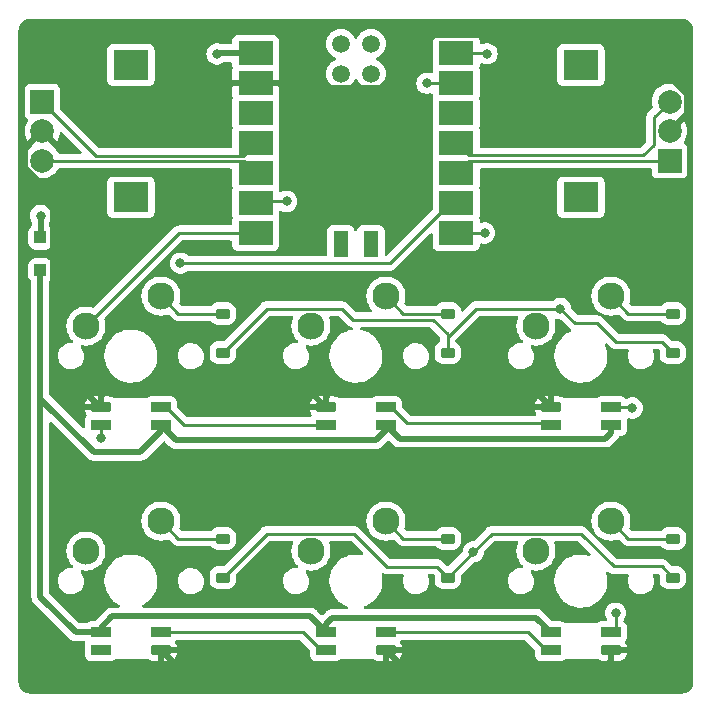
<source format=gbr>
%TF.GenerationSoftware,KiCad,Pcbnew,7.0.7*%
%TF.CreationDate,2023-09-20T23:35:26+09:00*%
%TF.ProjectId,Proto6,50726f74-6f36-42e6-9b69-6361645f7063,rev?*%
%TF.SameCoordinates,Original*%
%TF.FileFunction,Copper,L2,Bot*%
%TF.FilePolarity,Positive*%
%FSLAX46Y46*%
G04 Gerber Fmt 4.6, Leading zero omitted, Abs format (unit mm)*
G04 Created by KiCad (PCBNEW 7.0.7) date 2023-09-20 23:35:26*
%MOMM*%
%LPD*%
G01*
G04 APERTURE LIST*
G04 Aperture macros list*
%AMRoundRect*
0 Rectangle with rounded corners*
0 $1 Rounding radius*
0 $2 $3 $4 $5 $6 $7 $8 $9 X,Y pos of 4 corners*
0 Add a 4 corners polygon primitive as box body*
4,1,4,$2,$3,$4,$5,$6,$7,$8,$9,$2,$3,0*
0 Add four circle primitives for the rounded corners*
1,1,$1+$1,$2,$3*
1,1,$1+$1,$4,$5*
1,1,$1+$1,$6,$7*
1,1,$1+$1,$8,$9*
0 Add four rect primitives between the rounded corners*
20,1,$1+$1,$2,$3,$4,$5,0*
20,1,$1+$1,$4,$5,$6,$7,0*
20,1,$1+$1,$6,$7,$8,$9,0*
20,1,$1+$1,$8,$9,$2,$3,0*%
G04 Aperture macros list end*
%TA.AperFunction,ComponentPad*%
%ADD10R,2.000000X2.000000*%
%TD*%
%TA.AperFunction,ComponentPad*%
%ADD11C,2.000000*%
%TD*%
%TA.AperFunction,ComponentPad*%
%ADD12R,3.000000X2.500000*%
%TD*%
%TA.AperFunction,ComponentPad*%
%ADD13C,2.300000*%
%TD*%
%TA.AperFunction,SMDPad,CuDef*%
%ADD14R,1.700000X0.820000*%
%TD*%
%TA.AperFunction,SMDPad,CuDef*%
%ADD15RoundRect,0.205000X-0.645000X-0.205000X0.645000X-0.205000X0.645000X0.205000X-0.645000X0.205000X0*%
%TD*%
%TA.AperFunction,SMDPad,CuDef*%
%ADD16RoundRect,0.205000X0.645000X0.205000X-0.645000X0.205000X-0.645000X-0.205000X0.645000X-0.205000X0*%
%TD*%
%TA.AperFunction,SMDPad,CuDef*%
%ADD17RoundRect,0.225000X0.375000X-0.225000X0.375000X0.225000X-0.375000X0.225000X-0.375000X-0.225000X0*%
%TD*%
%TA.AperFunction,SMDPad,CuDef*%
%ADD18RoundRect,0.250000X0.300000X-0.300000X0.300000X0.300000X-0.300000X0.300000X-0.300000X-0.300000X0*%
%TD*%
%TA.AperFunction,SMDPad,CuDef*%
%ADD19R,3.000000X2.000000*%
%TD*%
%TA.AperFunction,SMDPad,CuDef*%
%ADD20C,1.500000*%
%TD*%
%TA.AperFunction,SMDPad,CuDef*%
%ADD21R,1.300000X2.300000*%
%TD*%
%TA.AperFunction,ViaPad*%
%ADD22C,0.800000*%
%TD*%
%TA.AperFunction,Conductor*%
%ADD23C,0.250000*%
%TD*%
%TA.AperFunction,Conductor*%
%ADD24C,0.500000*%
%TD*%
G04 APERTURE END LIST*
D10*
%TO.P,RE1,A,A*%
%TO.N,RE1_A*%
X49650000Y-54650000D03*
D11*
%TO.P,RE1,B,B*%
%TO.N,RE1_B*%
X49650000Y-59650000D03*
%TO.P,RE1,C,C*%
%TO.N,GND*%
X49650000Y-57150000D03*
D12*
%TO.P,RE1,MP*%
%TO.N,N/C*%
X57150000Y-51550000D03*
X57150000Y-62750000D03*
%TD*%
D13*
%TO.P,SW5,1,1*%
%TO.N,col1*%
X72390000Y-92710000D03*
%TO.P,SW5,2,2*%
%TO.N,Net-(D5-A)*%
X78740000Y-90170000D03*
%TD*%
%TO.P,SW6,1,1*%
%TO.N,col2*%
X91440000Y-92710000D03*
%TO.P,SW6,2,2*%
%TO.N,Net-(D6-A)*%
X97790000Y-90170000D03*
%TD*%
%TO.P,SW4,1,1*%
%TO.N,col0*%
X53340000Y-92710000D03*
%TO.P,SW4,2,2*%
%TO.N,Net-(D4-A)*%
X59690000Y-90170000D03*
%TD*%
%TO.P,SW1,1,1*%
%TO.N,col0*%
X53340000Y-73660000D03*
%TO.P,SW1,2,2*%
%TO.N,Net-(D1-A)*%
X59690000Y-71120000D03*
%TD*%
%TO.P,SW2,1,1*%
%TO.N,col1*%
X72390000Y-73660000D03*
%TO.P,SW2,2,2*%
%TO.N,Net-(D2-A)*%
X78740000Y-71120000D03*
%TD*%
D10*
%TO.P,RE2,A,A*%
%TO.N,RE2_A*%
X102750000Y-59650000D03*
D11*
%TO.P,RE2,B,B*%
%TO.N,RE2_B*%
X102750000Y-54650000D03*
%TO.P,RE2,C,C*%
%TO.N,GND*%
X102750000Y-57150000D03*
D12*
%TO.P,RE2,MP*%
%TO.N,N/C*%
X95250000Y-62750000D03*
X95250000Y-51550000D03*
%TD*%
D13*
%TO.P,SW3,1,1*%
%TO.N,col2*%
X91440000Y-73660000D03*
%TO.P,SW3,2,2*%
%TO.N,Net-(D3-A)*%
X97790000Y-71120000D03*
%TD*%
D14*
%TO.P,LED5,1,VDD*%
%TO.N,+4V*%
X73650000Y-99580000D03*
%TO.P,LED5,2,DOUT*%
%TO.N,Net-(LED5-DOUT)*%
X73650000Y-101080000D03*
D15*
%TO.P,LED5,3,VSS*%
%TO.N,GND*%
X78750000Y-101080000D03*
D14*
%TO.P,LED5,4,DIN*%
%TO.N,Net-(LED4-DOUT)*%
X78750000Y-99580000D03*
%TD*%
%TO.P,LED2,1,VDD*%
%TO.N,+4V*%
X78750000Y-82030000D03*
%TO.P,LED2,2,DOUT*%
%TO.N,Net-(LED2-DOUT)*%
X78750000Y-80530000D03*
D16*
%TO.P,LED2,3,VSS*%
%TO.N,GND*%
X73650000Y-80530000D03*
D14*
%TO.P,LED2,4,DIN*%
%TO.N,Net-(LED1-DOUT)*%
X73650000Y-82030000D03*
%TD*%
%TO.P,LED6,1,VDD*%
%TO.N,+4V*%
X54600000Y-99580000D03*
%TO.P,LED6,2,DOUT*%
%TO.N,unconnected-(LED6-DOUT-Pad2)*%
X54600000Y-101080000D03*
D15*
%TO.P,LED6,3,VSS*%
%TO.N,GND*%
X59700000Y-101080000D03*
D14*
%TO.P,LED6,4,DIN*%
%TO.N,Net-(LED5-DOUT)*%
X59700000Y-99580000D03*
%TD*%
D17*
%TO.P,D6,1,K*%
%TO.N,row1*%
X103020000Y-94950000D03*
%TO.P,D6,2,A*%
%TO.N,Net-(D6-A)*%
X103020000Y-91650000D03*
%TD*%
%TO.P,D4,1,K*%
%TO.N,row1*%
X64920000Y-94950000D03*
%TO.P,D4,2,A*%
%TO.N,Net-(D4-A)*%
X64920000Y-91650000D03*
%TD*%
D18*
%TO.P,D7,1,K*%
%TO.N,+4V*%
X49480000Y-68937500D03*
%TO.P,D7,2,A*%
%TO.N,+5V*%
X49480000Y-66137500D03*
%TD*%
D14*
%TO.P,LED3,1,VDD*%
%TO.N,+4V*%
X97800000Y-82030000D03*
%TO.P,LED3,2,DOUT*%
%TO.N,Net-(LED3-DOUT)*%
X97800000Y-80530000D03*
D16*
%TO.P,LED3,3,VSS*%
%TO.N,GND*%
X92700000Y-80530000D03*
D14*
%TO.P,LED3,4,DIN*%
%TO.N,Net-(LED2-DOUT)*%
X92700000Y-82030000D03*
%TD*%
D17*
%TO.P,D3,1,K*%
%TO.N,row0*%
X103020000Y-75900000D03*
%TO.P,D3,2,A*%
%TO.N,Net-(D3-A)*%
X103020000Y-72600000D03*
%TD*%
D14*
%TO.P,LED4,1,VDD*%
%TO.N,+4V*%
X92700000Y-99580000D03*
%TO.P,LED4,2,DOUT*%
%TO.N,Net-(LED4-DOUT)*%
X92700000Y-101080000D03*
D15*
%TO.P,LED4,3,VSS*%
%TO.N,GND*%
X97800000Y-101080000D03*
D14*
%TO.P,LED4,4,DIN*%
%TO.N,Net-(LED3-DOUT)*%
X97800000Y-99580000D03*
%TD*%
D17*
%TO.P,D5,1,K*%
%TO.N,row1*%
X83970000Y-94950000D03*
%TO.P,D5,2,A*%
%TO.N,Net-(D5-A)*%
X83970000Y-91650000D03*
%TD*%
D19*
%TO.P,U1,1,PA02_A0_D0*%
%TO.N,row0*%
X84700000Y-50530000D03*
%TO.P,U1,2,PA4_A1_D1*%
%TO.N,row1*%
X84700000Y-53070000D03*
%TO.P,U1,3,PA10_A2_D2*%
%TO.N,unconnected-(U1-PA10_A2_D2-Pad3)*%
X84700000Y-55610000D03*
%TO.P,U1,4,PA11_A3_D3*%
%TO.N,RE2_B*%
X84700000Y-58150000D03*
%TO.P,U1,5,PA8_A4_D4_SDA*%
%TO.N,RE2_A*%
X84700000Y-60690000D03*
%TO.P,U1,6,PA9_A5_D5_SCL*%
%TO.N,LED*%
X84700000Y-63230000D03*
%TO.P,U1,7,PB08_A6_D6_TX*%
%TO.N,col2*%
X84700000Y-65770000D03*
%TO.P,U1,8,PB09_A7_D7_RX*%
%TO.N,col0*%
X67700000Y-65770000D03*
%TO.P,U1,9,PA7_A8_D8_SCK*%
%TO.N,col1*%
X67700000Y-63230000D03*
%TO.P,U1,10,PA5_A9_D9_MISO*%
%TO.N,RE1_B*%
X67700000Y-60690000D03*
%TO.P,U1,11,PA6_A10_D10_MOSI*%
%TO.N,RE1_A*%
X67700000Y-58150000D03*
%TO.P,U1,12,3V3*%
%TO.N,unconnected-(U1-3V3-Pad12)*%
X67700000Y-55610000D03*
%TO.P,U1,13,GND*%
%TO.N,GND*%
X67700000Y-53070000D03*
%TO.P,U1,14,5V*%
%TO.N,+5V*%
X67700000Y-50530000D03*
D20*
%TO.P,U1,15,5V*%
%TO.N,unconnected-(U1-5V-Pad15)*%
X77470000Y-49760000D03*
%TO.P,U1,16,GND*%
%TO.N,unconnected-(U1-GND-Pad16)*%
X74930000Y-49760000D03*
%TO.P,U1,17,PA31_SWDIO*%
%TO.N,unconnected-(U1-PA31_SWDIO-Pad17)*%
X77470000Y-52300000D03*
%TO.P,U1,18,PA30_SWCLK*%
%TO.N,unconnected-(U1-PA30_SWCLK-Pad18)*%
X74930000Y-52300000D03*
D21*
%TO.P,U1,19,RESET*%
%TO.N,unconnected-(U1-RESET-Pad19)*%
X77470000Y-66750000D03*
%TO.P,U1,20,GND*%
%TO.N,unconnected-(U1-GND-Pad20)*%
X74930000Y-66750000D03*
%TD*%
D17*
%TO.P,D1,1,K*%
%TO.N,row0*%
X64920000Y-75900000D03*
%TO.P,D1,2,A*%
%TO.N,Net-(D1-A)*%
X64920000Y-72600000D03*
%TD*%
D14*
%TO.P,LED1,1,VDD*%
%TO.N,+4V*%
X59700000Y-82030000D03*
%TO.P,LED1,2,DOUT*%
%TO.N,Net-(LED1-DOUT)*%
X59700000Y-80530000D03*
D16*
%TO.P,LED1,3,VSS*%
%TO.N,GND*%
X54600000Y-80530000D03*
D14*
%TO.P,LED1,4,DIN*%
%TO.N,LED*%
X54600000Y-82030000D03*
%TD*%
D17*
%TO.P,D2,1,K*%
%TO.N,row0*%
X83970000Y-75900000D03*
%TO.P,D2,2,A*%
%TO.N,Net-(D2-A)*%
X83970000Y-72600000D03*
%TD*%
D22*
%TO.N,row0*%
X93515000Y-72185000D03*
X87295000Y-50605000D03*
%TO.N,row1*%
X82225000Y-53105000D03*
X86150000Y-92770000D03*
%TO.N,+5V*%
X49495000Y-64305000D03*
X64445000Y-50625000D03*
%TO.N,LED*%
X54615000Y-83105000D03*
X61345000Y-68335000D03*
%TO.N,GND*%
X53205000Y-54585000D03*
X67845000Y-79530000D03*
X67885000Y-102545000D03*
%TO.N,Net-(LED3-DOUT)*%
X99595000Y-80585000D03*
X98185000Y-97965000D03*
%TO.N,col1*%
X70335000Y-63105000D03*
%TO.N,col2*%
X87095000Y-65770000D03*
%TD*%
D23*
%TO.N,row0*%
X102094100Y-74974100D02*
X103020000Y-75900000D01*
X83970000Y-74590000D02*
X86375000Y-72185000D01*
X87220000Y-50530000D02*
X87295000Y-50605000D01*
X93515000Y-72185000D02*
X94715000Y-73385000D01*
X82745000Y-73125000D02*
X83970000Y-74350000D01*
X83970000Y-74350000D02*
X83970000Y-75900000D01*
X98214100Y-74974100D02*
X102094100Y-74974100D01*
X84700000Y-50530000D02*
X87220000Y-50530000D01*
X83970000Y-75900000D02*
X83970000Y-74590000D01*
X86375000Y-72185000D02*
X93515000Y-72185000D01*
X64920000Y-75900000D02*
X68635000Y-72185000D01*
X75945000Y-73125000D02*
X82745000Y-73125000D01*
X96625000Y-73385000D02*
X98214100Y-74974100D01*
X68635000Y-72185000D02*
X75005000Y-72185000D01*
X75005000Y-72185000D02*
X75945000Y-73125000D01*
X94715000Y-73385000D02*
X96625000Y-73385000D01*
%TO.N,Net-(D1-A)*%
X61170000Y-72600000D02*
X59690000Y-71120000D01*
X64920000Y-72600000D02*
X61170000Y-72600000D01*
%TO.N,Net-(D2-A)*%
X80220000Y-72600000D02*
X78740000Y-71120000D01*
X83970000Y-72600000D02*
X80220000Y-72600000D01*
%TO.N,Net-(D3-A)*%
X99270000Y-72600000D02*
X97790000Y-71120000D01*
X103020000Y-72600000D02*
X99270000Y-72600000D01*
%TO.N,row1*%
X95255000Y-91235000D02*
X98035000Y-94015000D01*
X98035000Y-94015000D02*
X102085000Y-94015000D01*
X83044100Y-94024100D02*
X83970000Y-94950000D01*
X84700000Y-53070000D02*
X82260000Y-53070000D01*
X68635000Y-91235000D02*
X76055000Y-91235000D01*
X87685000Y-91235000D02*
X95255000Y-91235000D01*
X64920000Y-94950000D02*
X68635000Y-91235000D01*
X86150000Y-92770000D02*
X87685000Y-91235000D01*
X78844100Y-94024100D02*
X83044100Y-94024100D01*
X83970000Y-94950000D02*
X86150000Y-92770000D01*
X82260000Y-53070000D02*
X82225000Y-53105000D01*
X76055000Y-91235000D02*
X78844100Y-94024100D01*
X102085000Y-94015000D02*
X103020000Y-94950000D01*
%TO.N,Net-(D4-A)*%
X64920000Y-91650000D02*
X61170000Y-91650000D01*
X61170000Y-91650000D02*
X59690000Y-90170000D01*
%TO.N,Net-(D5-A)*%
X80220000Y-91650000D02*
X78740000Y-90170000D01*
X83970000Y-91650000D02*
X80220000Y-91650000D01*
%TO.N,Net-(D6-A)*%
X99270000Y-91650000D02*
X97790000Y-90170000D01*
X103020000Y-91650000D02*
X99270000Y-91650000D01*
D24*
%TO.N,+4V*%
X54600000Y-99580000D02*
X54600000Y-99230000D01*
X49480000Y-79800000D02*
X53985000Y-84305000D01*
X55585000Y-98245000D02*
X72315000Y-98245000D01*
X53985000Y-84305000D02*
X57935000Y-84305000D01*
X59700000Y-82030000D02*
X60965000Y-83295000D01*
X97305000Y-83185000D02*
X97800000Y-82690000D01*
X54600000Y-99230000D02*
X55585000Y-98245000D01*
X73650000Y-98920000D02*
X74215000Y-98355000D01*
X91475000Y-98355000D02*
X92700000Y-99580000D01*
X52470000Y-99580000D02*
X54600000Y-99580000D01*
X77885000Y-83295000D02*
X78750000Y-82430000D01*
X79905000Y-83185000D02*
X97305000Y-83185000D01*
X74215000Y-98355000D02*
X91475000Y-98355000D01*
X73650000Y-99580000D02*
X73650000Y-98920000D01*
X49480000Y-79045000D02*
X49480000Y-96590000D01*
X59700000Y-82540000D02*
X59700000Y-82030000D01*
X49480000Y-68937500D02*
X49480000Y-79045000D01*
X49480000Y-96590000D02*
X52470000Y-99580000D01*
X78750000Y-82030000D02*
X79905000Y-83185000D01*
X78750000Y-82430000D02*
X78750000Y-82030000D01*
X60965000Y-83295000D02*
X77885000Y-83295000D01*
X57935000Y-84305000D02*
X59700000Y-82540000D01*
X49480000Y-79045000D02*
X49480000Y-79800000D01*
X97800000Y-82690000D02*
X97800000Y-82030000D01*
X72315000Y-98245000D02*
X73650000Y-99580000D01*
%TO.N,+5V*%
X67700000Y-50530000D02*
X64540000Y-50530000D01*
X49495000Y-64305000D02*
X49495000Y-66122500D01*
X49495000Y-66122500D02*
X49480000Y-66137500D01*
X64540000Y-50530000D02*
X64445000Y-50625000D01*
D23*
%TO.N,Net-(LED1-DOUT)*%
X60140000Y-80530000D02*
X61635000Y-82025000D01*
X73645000Y-82025000D02*
X73650000Y-82030000D01*
X59700000Y-80530000D02*
X60140000Y-80530000D01*
X61635000Y-82025000D02*
X73645000Y-82025000D01*
%TO.N,LED*%
X79085000Y-68345000D02*
X84200000Y-63230000D01*
X61355000Y-68345000D02*
X79085000Y-68345000D01*
X54615000Y-82045000D02*
X54600000Y-82030000D01*
X61345000Y-68335000D02*
X61355000Y-68345000D01*
X54615000Y-83105000D02*
X54615000Y-82045000D01*
X84200000Y-63230000D02*
X84700000Y-63230000D01*
D24*
%TO.N,GND*%
X67845000Y-79530000D02*
X68490000Y-78885000D01*
X67230000Y-78915000D02*
X67845000Y-79530000D01*
X73650000Y-79640000D02*
X74375000Y-78915000D01*
X78330000Y-53500000D02*
X82795000Y-49035000D01*
X61165000Y-102545000D02*
X59700000Y-101080000D01*
X50545000Y-76585461D02*
X50545000Y-62595610D01*
X69700000Y-53070000D02*
X70130000Y-53500000D01*
X67700000Y-53070000D02*
X65700000Y-53070000D01*
X65700000Y-53070000D02*
X64185000Y-54585000D01*
X97800000Y-101990000D02*
X96835000Y-102955000D01*
X73650000Y-80530000D02*
X73650000Y-79640000D01*
X78750000Y-102060000D02*
X78265000Y-102545000D01*
X67700000Y-53070000D02*
X69700000Y-53070000D01*
X54600000Y-80530000D02*
X54489539Y-80530000D01*
X82795000Y-49035000D02*
X99185610Y-49035000D01*
X104200000Y-54049390D02*
X104200000Y-55700000D01*
X68490000Y-78885000D02*
X72005000Y-78885000D01*
X50545000Y-62595610D02*
X48200000Y-60250610D01*
X104200000Y-55700000D02*
X102750000Y-57150000D01*
X54600000Y-80530000D02*
X54600000Y-79620000D01*
X48200000Y-60250610D02*
X48200000Y-58600000D01*
X99185610Y-49035000D02*
X104200000Y-54049390D01*
X80625000Y-102955000D02*
X78750000Y-101080000D01*
X96835000Y-102955000D02*
X80625000Y-102955000D01*
X55305000Y-78915000D02*
X67230000Y-78915000D01*
X54489539Y-80530000D02*
X50545000Y-76585461D01*
X78265000Y-102545000D02*
X61165000Y-102545000D01*
X74375000Y-78915000D02*
X91085000Y-78915000D01*
X72005000Y-78885000D02*
X73650000Y-80530000D01*
X54600000Y-79620000D02*
X55305000Y-78915000D01*
X91085000Y-78915000D02*
X92700000Y-80530000D01*
X78750000Y-101080000D02*
X78750000Y-102060000D01*
X48200000Y-58600000D02*
X49650000Y-57150000D01*
X70130000Y-53500000D02*
X78330000Y-53500000D01*
X64185000Y-54585000D02*
X53205000Y-54585000D01*
X97800000Y-101080000D02*
X97800000Y-101990000D01*
D23*
%TO.N,Net-(LED2-DOUT)*%
X80535000Y-81875000D02*
X92545000Y-81875000D01*
X79190000Y-80530000D02*
X80535000Y-81875000D01*
X78750000Y-80530000D02*
X79190000Y-80530000D01*
X92545000Y-81875000D02*
X92700000Y-82030000D01*
%TO.N,Net-(LED3-DOUT)*%
X98185000Y-99195000D02*
X97800000Y-99580000D01*
X97800000Y-80530000D02*
X99540000Y-80530000D01*
X98185000Y-97965000D02*
X98185000Y-99195000D01*
X99540000Y-80530000D02*
X99595000Y-80585000D01*
%TO.N,Net-(LED4-DOUT)*%
X92700000Y-101080000D02*
X92260000Y-101080000D01*
X90760000Y-99580000D02*
X78750000Y-99580000D01*
X92260000Y-101080000D02*
X90760000Y-99580000D01*
%TO.N,Net-(LED5-DOUT)*%
X71710000Y-99580000D02*
X59700000Y-99580000D01*
X73210000Y-101080000D02*
X71710000Y-99580000D01*
X73650000Y-101080000D02*
X73210000Y-101080000D01*
%TO.N,RE1_A*%
X67700000Y-58150000D02*
X66625000Y-59225000D01*
X54225000Y-59225000D02*
X49650000Y-54650000D01*
X66625000Y-59225000D02*
X54225000Y-59225000D01*
%TO.N,RE1_B*%
X66685000Y-59675000D02*
X49675000Y-59675000D01*
X67700000Y-60690000D02*
X66685000Y-59675000D01*
X49675000Y-59675000D02*
X49650000Y-59650000D01*
%TO.N,RE2_A*%
X102745000Y-59645000D02*
X102750000Y-59650000D01*
X85745000Y-59645000D02*
X102745000Y-59645000D01*
X84700000Y-60690000D02*
X85745000Y-59645000D01*
%TO.N,RE2_B*%
X101425000Y-58295000D02*
X101425000Y-55975000D01*
X84700000Y-58150000D02*
X85745000Y-59195000D01*
X100525000Y-59195000D02*
X101425000Y-58295000D01*
X101425000Y-55975000D02*
X102750000Y-54650000D01*
X85745000Y-59195000D02*
X100525000Y-59195000D01*
%TO.N,col0*%
X67700000Y-65770000D02*
X61230000Y-65770000D01*
X61230000Y-65770000D02*
X53340000Y-73660000D01*
%TO.N,col1*%
X68200000Y-63230000D02*
X67700000Y-63230000D01*
X70335000Y-63105000D02*
X68325000Y-63105000D01*
X68325000Y-63105000D02*
X68200000Y-63230000D01*
%TO.N,col2*%
X87095000Y-65770000D02*
X84700000Y-65770000D01*
%TD*%
%TA.AperFunction,Conductor*%
%TO.N,GND*%
G36*
X51352744Y-57237335D02*
G01*
X52953228Y-58837819D01*
X52986713Y-58899142D01*
X52981729Y-58968834D01*
X52939857Y-59024767D01*
X52874393Y-59049184D01*
X52865547Y-59049500D01*
X51106116Y-59049500D01*
X51039077Y-59029815D01*
X50993322Y-58977011D01*
X50992560Y-58975311D01*
X50974172Y-58933391D01*
X50838166Y-58725217D01*
X50724855Y-58602129D01*
X50669744Y-58542262D01*
X50611606Y-58497011D01*
X50568623Y-58463556D01*
X50527810Y-58406846D01*
X50523697Y-58377249D01*
X49909116Y-57762669D01*
X49875631Y-57701346D01*
X49880615Y-57631655D01*
X49917640Y-57582193D01*
X49916398Y-57580759D01*
X49923100Y-57574952D01*
X50031761Y-57480798D01*
X50066954Y-57426037D01*
X50119755Y-57380283D01*
X50188914Y-57370339D01*
X50252470Y-57399363D01*
X50258949Y-57405396D01*
X50873434Y-58019882D01*
X50973731Y-57866369D01*
X51073587Y-57638717D01*
X51134612Y-57397740D01*
X51141486Y-57314777D01*
X51166639Y-57249592D01*
X51223041Y-57208354D01*
X51292784Y-57204154D01*
X51352744Y-57237335D01*
G37*
%TD.AperFunction*%
%TA.AperFunction,Conductor*%
G36*
X103777695Y-47625735D02*
G01*
X103820519Y-47629482D01*
X103946771Y-47641918D01*
X103966685Y-47645541D01*
X104033349Y-47663403D01*
X104126570Y-47691682D01*
X104142971Y-47697958D01*
X104210411Y-47729406D01*
X104213375Y-47730888D01*
X104250969Y-47750982D01*
X104297327Y-47775762D01*
X104303667Y-47779657D01*
X104369828Y-47825983D01*
X104373600Y-47828844D01*
X104445808Y-47888103D01*
X104450309Y-47892182D01*
X104507815Y-47949688D01*
X104511895Y-47954190D01*
X104571154Y-48026398D01*
X104574015Y-48030170D01*
X104620341Y-48096331D01*
X104624236Y-48102671D01*
X104669101Y-48186605D01*
X104670614Y-48189631D01*
X104702040Y-48257027D01*
X104708319Y-48273435D01*
X104736601Y-48366669D01*
X104754454Y-48433299D01*
X104758082Y-48453238D01*
X104770523Y-48579554D01*
X104774264Y-48622302D01*
X104774500Y-48627710D01*
X104774500Y-103772289D01*
X104774264Y-103777697D01*
X104770523Y-103820445D01*
X104758082Y-103946760D01*
X104754454Y-103966699D01*
X104736601Y-104033330D01*
X104708318Y-104126563D01*
X104702040Y-104142971D01*
X104670614Y-104210367D01*
X104669101Y-104213393D01*
X104624236Y-104297327D01*
X104620341Y-104303667D01*
X104574015Y-104369828D01*
X104571154Y-104373600D01*
X104511895Y-104445808D01*
X104507806Y-104450320D01*
X104450320Y-104507806D01*
X104445808Y-104511895D01*
X104373600Y-104571154D01*
X104369828Y-104574015D01*
X104303667Y-104620341D01*
X104297327Y-104624236D01*
X104213393Y-104669101D01*
X104210367Y-104670614D01*
X104142971Y-104702040D01*
X104126563Y-104708318D01*
X104033330Y-104736601D01*
X103966699Y-104754454D01*
X103946760Y-104758082D01*
X103820445Y-104770523D01*
X103779789Y-104774080D01*
X103777696Y-104774264D01*
X103772290Y-104774500D01*
X48627710Y-104774500D01*
X48622303Y-104774264D01*
X48620015Y-104774063D01*
X48579554Y-104770523D01*
X48453238Y-104758082D01*
X48433299Y-104754454D01*
X48366669Y-104736601D01*
X48273435Y-104708319D01*
X48257027Y-104702040D01*
X48208433Y-104679381D01*
X48189618Y-104670607D01*
X48186605Y-104669101D01*
X48102671Y-104624236D01*
X48096331Y-104620341D01*
X48030170Y-104574015D01*
X48026398Y-104571154D01*
X47954190Y-104511895D01*
X47949688Y-104507815D01*
X47892182Y-104450309D01*
X47888103Y-104445808D01*
X47828844Y-104373600D01*
X47825983Y-104369828D01*
X47779657Y-104303667D01*
X47775762Y-104297327D01*
X47750982Y-104250969D01*
X47730888Y-104213375D01*
X47729406Y-104210411D01*
X47697958Y-104142971D01*
X47691682Y-104126570D01*
X47663398Y-104033330D01*
X47645541Y-103966685D01*
X47641918Y-103946771D01*
X47629475Y-103820435D01*
X47625733Y-103777671D01*
X47625500Y-103772315D01*
X47625500Y-69287501D01*
X48429500Y-69287501D01*
X48429501Y-69287519D01*
X48440000Y-69390296D01*
X48440001Y-69390299D01*
X48464555Y-69464396D01*
X48495186Y-69556834D01*
X48587288Y-69706156D01*
X48661720Y-69780588D01*
X48693181Y-69812049D01*
X48726665Y-69873372D01*
X48729499Y-69899730D01*
X48729499Y-78981940D01*
X48729500Y-78981945D01*
X48729500Y-79736294D01*
X48728191Y-79754263D01*
X48724710Y-79778025D01*
X48729264Y-79830064D01*
X48729500Y-79835470D01*
X48729499Y-96526294D01*
X48728191Y-96544259D01*
X48724710Y-96568026D01*
X48729264Y-96620064D01*
X48729500Y-96625470D01*
X48729500Y-96633709D01*
X48733306Y-96666274D01*
X48740000Y-96742791D01*
X48741461Y-96749867D01*
X48741403Y-96749878D01*
X48743034Y-96757237D01*
X48743092Y-96757224D01*
X48744757Y-96764250D01*
X48771025Y-96836424D01*
X48795185Y-96909331D01*
X48798236Y-96915874D01*
X48798182Y-96915898D01*
X48801470Y-96922688D01*
X48801521Y-96922663D01*
X48804761Y-96929113D01*
X48804762Y-96929114D01*
X48804763Y-96929117D01*
X48846965Y-96993282D01*
X48846965Y-96993283D01*
X48887287Y-97058655D01*
X48891766Y-97064319D01*
X48891719Y-97064356D01*
X48896482Y-97070202D01*
X48896528Y-97070164D01*
X48901173Y-97075700D01*
X48957018Y-97128386D01*
X51894267Y-100065634D01*
X51906048Y-100079266D01*
X51920390Y-100098530D01*
X51960420Y-100132119D01*
X51964392Y-100135759D01*
X51970224Y-100141591D01*
X51970227Y-100141594D01*
X51995947Y-100161931D01*
X52054788Y-100211304D01*
X52060818Y-100215270D01*
X52060785Y-100215319D01*
X52067143Y-100219369D01*
X52067175Y-100219319D01*
X52073320Y-100223109D01*
X52073323Y-100223111D01*
X52142936Y-100255572D01*
X52211567Y-100290040D01*
X52211572Y-100290041D01*
X52218361Y-100292513D01*
X52218340Y-100292570D01*
X52225455Y-100295043D01*
X52225475Y-100294986D01*
X52232330Y-100297258D01*
X52307557Y-100312790D01*
X52307558Y-100312790D01*
X52382279Y-100330500D01*
X52382289Y-100330500D01*
X52389452Y-100331338D01*
X52389444Y-100331397D01*
X52396945Y-100332164D01*
X52396951Y-100332105D01*
X52404140Y-100332734D01*
X52404144Y-100332733D01*
X52404145Y-100332734D01*
X52480918Y-100330500D01*
X53163852Y-100330500D01*
X53230891Y-100350185D01*
X53276646Y-100402989D01*
X53286590Y-100472147D01*
X53280034Y-100497833D01*
X53255908Y-100562517D01*
X53249501Y-100622116D01*
X53249500Y-100622135D01*
X53249500Y-101537870D01*
X53249501Y-101537876D01*
X53255908Y-101597483D01*
X53306202Y-101732328D01*
X53306206Y-101732335D01*
X53392452Y-101847544D01*
X53392455Y-101847547D01*
X53507664Y-101933793D01*
X53507671Y-101933797D01*
X53642517Y-101984091D01*
X53642516Y-101984091D01*
X53649444Y-101984835D01*
X53702127Y-101990500D01*
X55497872Y-101990499D01*
X55557483Y-101984091D01*
X55692331Y-101933796D01*
X55797278Y-101855232D01*
X55862741Y-101830816D01*
X55871588Y-101830500D01*
X58560055Y-101830500D01*
X58624205Y-101848383D01*
X58763537Y-101932612D01*
X58763536Y-101932612D01*
X58926986Y-101983544D01*
X58926984Y-101983544D01*
X58998023Y-101990000D01*
X59449999Y-101990000D01*
X59450000Y-101330000D01*
X59950000Y-101330000D01*
X59950000Y-101990000D01*
X60401977Y-101990000D01*
X60473014Y-101983544D01*
X60636463Y-101932612D01*
X60782983Y-101844037D01*
X60904037Y-101722983D01*
X60992612Y-101576463D01*
X61043544Y-101413014D01*
X61050000Y-101341977D01*
X61050000Y-101330000D01*
X59950000Y-101330000D01*
X59450000Y-101330000D01*
X59450000Y-100954000D01*
X59469685Y-100886961D01*
X59522489Y-100841206D01*
X59574000Y-100830000D01*
X61050000Y-100830000D01*
X61050000Y-100818022D01*
X61043544Y-100746985D01*
X60992612Y-100583536D01*
X60992611Y-100583534D01*
X60918929Y-100461651D01*
X60901092Y-100394096D01*
X60922609Y-100327622D01*
X60925749Y-100323229D01*
X60976685Y-100255187D01*
X61032619Y-100213317D01*
X61075951Y-100205500D01*
X71399548Y-100205500D01*
X71466587Y-100225185D01*
X71487229Y-100241819D01*
X72263181Y-101017772D01*
X72296666Y-101079095D01*
X72299500Y-101105453D01*
X72299500Y-101537870D01*
X72299501Y-101537876D01*
X72305908Y-101597483D01*
X72356202Y-101732328D01*
X72356206Y-101732335D01*
X72442452Y-101847544D01*
X72442455Y-101847547D01*
X72557664Y-101933793D01*
X72557671Y-101933797D01*
X72692517Y-101984091D01*
X72692516Y-101984091D01*
X72699444Y-101984835D01*
X72752127Y-101990500D01*
X74547872Y-101990499D01*
X74607483Y-101984091D01*
X74742331Y-101933796D01*
X74847278Y-101855232D01*
X74912741Y-101830816D01*
X74921588Y-101830500D01*
X77610055Y-101830500D01*
X77674205Y-101848383D01*
X77813537Y-101932612D01*
X77813536Y-101932612D01*
X77976986Y-101983544D01*
X77976984Y-101983544D01*
X78048023Y-101990000D01*
X78500000Y-101990000D01*
X78500000Y-101330000D01*
X79000000Y-101330000D01*
X79000000Y-101990000D01*
X79451977Y-101990000D01*
X79523014Y-101983544D01*
X79686463Y-101932612D01*
X79832983Y-101844037D01*
X79954037Y-101722983D01*
X80042612Y-101576463D01*
X80093544Y-101413014D01*
X80100000Y-101341977D01*
X80100000Y-101330000D01*
X79000000Y-101330000D01*
X78500000Y-101330000D01*
X78500000Y-100954000D01*
X78519685Y-100886961D01*
X78572489Y-100841206D01*
X78624000Y-100830000D01*
X80100000Y-100830000D01*
X80100000Y-100818022D01*
X80093544Y-100746985D01*
X80042612Y-100583536D01*
X80042611Y-100583534D01*
X79968929Y-100461651D01*
X79951092Y-100394096D01*
X79972609Y-100327622D01*
X79975749Y-100323229D01*
X80026685Y-100255187D01*
X80082619Y-100213317D01*
X80125951Y-100205500D01*
X90449548Y-100205500D01*
X90516587Y-100225185D01*
X90537229Y-100241819D01*
X91313181Y-101017772D01*
X91346666Y-101079095D01*
X91349500Y-101105453D01*
X91349500Y-101537870D01*
X91349501Y-101537876D01*
X91355908Y-101597483D01*
X91406202Y-101732328D01*
X91406206Y-101732335D01*
X91492452Y-101847544D01*
X91492455Y-101847547D01*
X91607664Y-101933793D01*
X91607671Y-101933797D01*
X91742517Y-101984091D01*
X91742516Y-101984091D01*
X91749444Y-101984835D01*
X91802127Y-101990500D01*
X93597872Y-101990499D01*
X93657483Y-101984091D01*
X93792331Y-101933796D01*
X93897278Y-101855232D01*
X93962741Y-101830816D01*
X93971588Y-101830500D01*
X96660055Y-101830500D01*
X96724205Y-101848383D01*
X96863537Y-101932612D01*
X96863536Y-101932612D01*
X97026986Y-101983544D01*
X97026984Y-101983544D01*
X97098023Y-101990000D01*
X97550000Y-101990000D01*
X97550000Y-101330000D01*
X98050000Y-101330000D01*
X98050000Y-101990000D01*
X98501977Y-101990000D01*
X98573014Y-101983544D01*
X98736463Y-101932612D01*
X98882983Y-101844037D01*
X99004037Y-101722983D01*
X99092612Y-101576463D01*
X99143544Y-101413014D01*
X99150000Y-101341977D01*
X99150000Y-101330000D01*
X98050000Y-101330000D01*
X97550000Y-101330000D01*
X97550000Y-100954000D01*
X97569685Y-100886961D01*
X97622489Y-100841206D01*
X97674000Y-100830000D01*
X99150000Y-100830000D01*
X99150000Y-100818022D01*
X99143544Y-100746985D01*
X99092612Y-100583536D01*
X99092611Y-100583534D01*
X99018929Y-100461651D01*
X99001092Y-100394096D01*
X99022609Y-100327622D01*
X99025749Y-100323229D01*
X99093796Y-100232331D01*
X99144091Y-100097483D01*
X99150500Y-100037873D01*
X99150499Y-99122128D01*
X99144091Y-99062517D01*
X99119095Y-98995500D01*
X99093797Y-98927671D01*
X99093793Y-98927664D01*
X99007547Y-98812455D01*
X99004020Y-98809815D01*
X98981801Y-98793181D01*
X98892896Y-98726626D01*
X98851026Y-98670692D01*
X98846042Y-98601000D01*
X98875058Y-98544388D01*
X98917533Y-98497216D01*
X99012179Y-98333284D01*
X99070674Y-98153256D01*
X99090460Y-97965000D01*
X99070674Y-97776744D01*
X99012179Y-97596716D01*
X98917533Y-97432784D01*
X98790871Y-97292112D01*
X98790870Y-97292111D01*
X98637734Y-97180851D01*
X98637729Y-97180848D01*
X98464807Y-97103857D01*
X98464802Y-97103855D01*
X98288909Y-97066469D01*
X98279646Y-97064500D01*
X98090354Y-97064500D01*
X98081091Y-97066469D01*
X97905197Y-97103855D01*
X97905192Y-97103857D01*
X97732270Y-97180848D01*
X97732265Y-97180851D01*
X97579129Y-97292111D01*
X97452466Y-97432785D01*
X97357821Y-97596715D01*
X97357818Y-97596722D01*
X97299327Y-97776740D01*
X97299326Y-97776744D01*
X97279540Y-97965000D01*
X97299326Y-98153256D01*
X97299327Y-98153259D01*
X97357818Y-98333277D01*
X97357821Y-98333284D01*
X97444548Y-98483500D01*
X97461021Y-98551401D01*
X97438168Y-98617427D01*
X97383247Y-98660618D01*
X97337161Y-98669500D01*
X96902129Y-98669500D01*
X96902123Y-98669501D01*
X96842516Y-98675908D01*
X96707671Y-98726202D01*
X96707669Y-98726203D01*
X96631507Y-98783218D01*
X96602721Y-98804767D01*
X96537259Y-98829184D01*
X96528412Y-98829500D01*
X93971588Y-98829500D01*
X93904549Y-98809815D01*
X93897283Y-98804771D01*
X93792331Y-98726204D01*
X93792330Y-98726203D01*
X93792328Y-98726202D01*
X93657482Y-98675908D01*
X93657483Y-98675908D01*
X93597883Y-98669501D01*
X93597881Y-98669500D01*
X93597873Y-98669500D01*
X93597865Y-98669500D01*
X92902229Y-98669500D01*
X92835190Y-98649815D01*
X92814548Y-98633181D01*
X92050729Y-97869361D01*
X92038949Y-97855730D01*
X92031482Y-97845701D01*
X92024612Y-97836472D01*
X92019322Y-97832033D01*
X91984587Y-97802886D01*
X91980612Y-97799244D01*
X91977690Y-97796322D01*
X91974780Y-97793411D01*
X91949040Y-97773059D01*
X91893520Y-97726472D01*
X91890214Y-97723698D01*
X91890213Y-97723697D01*
X91890209Y-97723694D01*
X91884180Y-97719729D01*
X91884212Y-97719680D01*
X91877853Y-97715628D01*
X91877822Y-97715679D01*
X91871680Y-97711891D01*
X91871678Y-97711890D01*
X91871677Y-97711889D01*
X91830941Y-97692893D01*
X91802058Y-97679424D01*
X91748024Y-97652288D01*
X91733433Y-97644960D01*
X91733431Y-97644959D01*
X91733430Y-97644959D01*
X91726645Y-97642489D01*
X91726665Y-97642433D01*
X91719549Y-97639959D01*
X91719531Y-97640015D01*
X91712671Y-97637742D01*
X91684841Y-97631996D01*
X91637434Y-97622207D01*
X91588472Y-97610603D01*
X91562719Y-97604499D01*
X91555547Y-97603661D01*
X91555553Y-97603601D01*
X91548055Y-97602835D01*
X91548050Y-97602895D01*
X91540860Y-97602265D01*
X91464083Y-97604500D01*
X76996633Y-97604500D01*
X76929594Y-97584815D01*
X76883839Y-97532011D01*
X76873895Y-97462853D01*
X76902920Y-97399297D01*
X76955958Y-97363361D01*
X76986219Y-97352853D01*
X77078151Y-97320931D01*
X77346343Y-97185407D01*
X77594080Y-97015346D01*
X77816939Y-96813782D01*
X78010943Y-96584312D01*
X78172631Y-96331032D01*
X78299118Y-96058460D01*
X78388146Y-95771462D01*
X78438126Y-95475158D01*
X78448167Y-95174836D01*
X78418089Y-94875855D01*
X78381288Y-94721430D01*
X78384895Y-94651658D01*
X78425653Y-94594908D01*
X78490623Y-94569203D01*
X78551160Y-94578888D01*
X78565935Y-94585282D01*
X78571181Y-94587853D01*
X78612002Y-94610294D01*
X78612003Y-94610294D01*
X78612008Y-94610297D01*
X78620507Y-94612479D01*
X78631405Y-94615277D01*
X78649819Y-94621581D01*
X78668204Y-94629538D01*
X78714257Y-94636832D01*
X78719926Y-94638006D01*
X78765081Y-94649600D01*
X78785116Y-94649600D01*
X78804513Y-94651126D01*
X78824296Y-94654260D01*
X78870683Y-94649875D01*
X78876522Y-94649600D01*
X80148165Y-94649600D01*
X80215204Y-94669285D01*
X80260959Y-94722089D01*
X80270903Y-94791247D01*
X80265345Y-94814156D01*
X80204779Y-94989148D01*
X80204778Y-94989153D01*
X80204778Y-94989154D01*
X80174843Y-95197355D01*
X80184852Y-95407459D01*
X80234442Y-95611871D01*
X80279082Y-95709619D01*
X80321820Y-95803204D01*
X80321824Y-95803210D01*
X80443826Y-95974539D01*
X80443831Y-95974544D01*
X80596063Y-96119697D01*
X80773014Y-96233416D01*
X80968288Y-96311593D01*
X81097084Y-96336416D01*
X81174828Y-96351400D01*
X81174829Y-96351400D01*
X81332461Y-96351400D01*
X81332468Y-96351400D01*
X81489389Y-96336416D01*
X81691211Y-96277156D01*
X81878170Y-96180771D01*
X82043510Y-96050747D01*
X82181255Y-95891781D01*
X82286426Y-95709619D01*
X82355222Y-95510846D01*
X82385157Y-95302645D01*
X82375148Y-95092541D01*
X82325558Y-94888129D01*
X82296779Y-94825111D01*
X82286835Y-94755953D01*
X82315860Y-94692397D01*
X82374638Y-94654623D01*
X82409573Y-94649600D01*
X82733648Y-94649600D01*
X82800687Y-94669285D01*
X82821329Y-94685919D01*
X82833181Y-94697771D01*
X82866666Y-94759094D01*
X82869500Y-94785452D01*
X82869500Y-95223337D01*
X82869501Y-95223355D01*
X82879650Y-95322707D01*
X82879651Y-95322710D01*
X82932996Y-95483694D01*
X82933001Y-95483705D01*
X83022029Y-95628040D01*
X83022032Y-95628044D01*
X83141955Y-95747967D01*
X83141959Y-95747970D01*
X83286294Y-95836998D01*
X83286297Y-95836999D01*
X83286303Y-95837003D01*
X83447292Y-95890349D01*
X83546655Y-95900500D01*
X84393344Y-95900499D01*
X84393352Y-95900498D01*
X84393355Y-95900498D01*
X84478689Y-95891781D01*
X84492708Y-95890349D01*
X84653697Y-95837003D01*
X84798044Y-95747968D01*
X84917968Y-95628044D01*
X85007003Y-95483697D01*
X85060349Y-95322708D01*
X85070500Y-95223345D01*
X85070499Y-94785450D01*
X85090183Y-94718412D01*
X85106813Y-94697775D01*
X86097770Y-93706819D01*
X86159094Y-93673334D01*
X86185452Y-93670500D01*
X86244644Y-93670500D01*
X86244646Y-93670500D01*
X86429803Y-93631144D01*
X86602730Y-93554151D01*
X86755871Y-93442888D01*
X86882533Y-93302216D01*
X86977179Y-93138284D01*
X87035674Y-92958256D01*
X87053321Y-92790344D01*
X87079904Y-92725734D01*
X87088951Y-92715639D01*
X87907771Y-91896819D01*
X87969095Y-91863334D01*
X87995453Y-91860500D01*
X89819807Y-91860500D01*
X89886846Y-91880185D01*
X89932601Y-91932989D01*
X89942545Y-92002147D01*
X89934368Y-92031950D01*
X89907378Y-92097111D01*
X89865427Y-92198389D01*
X89804778Y-92451009D01*
X89784396Y-92710000D01*
X89804778Y-92968990D01*
X89865427Y-93221610D01*
X89964843Y-93461623D01*
X89964845Y-93461627D01*
X89964846Y-93461628D01*
X90100588Y-93683140D01*
X90269311Y-93880689D01*
X90310290Y-93915688D01*
X90327410Y-93930310D01*
X90365603Y-93988817D01*
X90366101Y-94058685D01*
X90328748Y-94117731D01*
X90265401Y-94147209D01*
X90246878Y-94148600D01*
X90117532Y-94148600D01*
X89960610Y-94163584D01*
X89960611Y-94163584D01*
X89960607Y-94163585D01*
X89758791Y-94222843D01*
X89571831Y-94319228D01*
X89406490Y-94449252D01*
X89406489Y-94449253D01*
X89268749Y-94608214D01*
X89268740Y-94608225D01*
X89163574Y-94790379D01*
X89094779Y-94989148D01*
X89094778Y-94989153D01*
X89094778Y-94989154D01*
X89064843Y-95197355D01*
X89074852Y-95407459D01*
X89124442Y-95611871D01*
X89169082Y-95709619D01*
X89211820Y-95803204D01*
X89211824Y-95803210D01*
X89333826Y-95974539D01*
X89333831Y-95974544D01*
X89486063Y-96119697D01*
X89663014Y-96233416D01*
X89858288Y-96311593D01*
X89987084Y-96336416D01*
X90064828Y-96351400D01*
X90064829Y-96351400D01*
X90222461Y-96351400D01*
X90222468Y-96351400D01*
X90379389Y-96336416D01*
X90581211Y-96277156D01*
X90768170Y-96180771D01*
X90933510Y-96050747D01*
X91071255Y-95891781D01*
X91176426Y-95709619D01*
X91245222Y-95510846D01*
X91275157Y-95302645D01*
X91265148Y-95092541D01*
X91215558Y-94888129D01*
X91128179Y-94696795D01*
X91125047Y-94692397D01*
X91007449Y-94527253D01*
X90984596Y-94461226D01*
X91001069Y-94393326D01*
X91051636Y-94345110D01*
X91120243Y-94331887D01*
X91137387Y-94334749D01*
X91181006Y-94345221D01*
X91440000Y-94365604D01*
X91698994Y-94345221D01*
X91951610Y-94284573D01*
X92191628Y-94185154D01*
X92413140Y-94049412D01*
X92610689Y-93880689D01*
X92779412Y-93683140D01*
X92915154Y-93461628D01*
X93014573Y-93221610D01*
X93075221Y-92968994D01*
X93095604Y-92710000D01*
X93075221Y-92451006D01*
X93014573Y-92198390D01*
X92945631Y-92031951D01*
X92938163Y-91962484D01*
X92969438Y-91900004D01*
X93029527Y-91864352D01*
X93060193Y-91860500D01*
X94944548Y-91860500D01*
X95011587Y-91880185D01*
X95032229Y-91896819D01*
X96032373Y-92896964D01*
X96065858Y-92958287D01*
X96060874Y-93027979D01*
X96019002Y-93083912D01*
X95953538Y-93108329D01*
X95911932Y-93104239D01*
X95698059Y-93045653D01*
X95698056Y-93045652D01*
X95698054Y-93045652D01*
X95400245Y-93005600D01*
X95174967Y-93005600D01*
X95174959Y-93005600D01*
X94950183Y-93020647D01*
X94950174Y-93020649D01*
X94655710Y-93080501D01*
X94371847Y-93179069D01*
X94371844Y-93179071D01*
X94103662Y-93314589D01*
X93855918Y-93484655D01*
X93633062Y-93686216D01*
X93439058Y-93915686D01*
X93439056Y-93915688D01*
X93277366Y-94168972D01*
X93158104Y-94425977D01*
X93150882Y-94441540D01*
X93122150Y-94534162D01*
X93061854Y-94728535D01*
X93034935Y-94888127D01*
X93011874Y-95024842D01*
X93005238Y-95223337D01*
X93001833Y-95325167D01*
X93031910Y-95624142D01*
X93031911Y-95624149D01*
X93101568Y-95916441D01*
X93101571Y-95916453D01*
X93209566Y-96196853D01*
X93209573Y-96196868D01*
X93353979Y-96460375D01*
X93353983Y-96460381D01*
X93445296Y-96584312D01*
X93532223Y-96702290D01*
X93732460Y-96909334D01*
X93741120Y-96918288D01*
X93741127Y-96918294D01*
X93831605Y-96989744D01*
X93976946Y-97104518D01*
X94235487Y-97257652D01*
X94512133Y-97374960D01*
X94512136Y-97374960D01*
X94512139Y-97374962D01*
X94600977Y-97399297D01*
X94801946Y-97454348D01*
X95099755Y-97494400D01*
X95099760Y-97494400D01*
X95325041Y-97494400D01*
X95488513Y-97483456D01*
X95549819Y-97479352D01*
X95844287Y-97419499D01*
X96128151Y-97320931D01*
X96396343Y-97185407D01*
X96644080Y-97015346D01*
X96866939Y-96813782D01*
X97060943Y-96584312D01*
X97222631Y-96331032D01*
X97349118Y-96058460D01*
X97438146Y-95771462D01*
X97488126Y-95475158D01*
X97498167Y-95174836D01*
X97468089Y-94875855D01*
X97399743Y-94589061D01*
X97403350Y-94519286D01*
X97444109Y-94462537D01*
X97509078Y-94436832D01*
X97577631Y-94450333D01*
X97608046Y-94472636D01*
X97620530Y-94485120D01*
X97626004Y-94489366D01*
X97630442Y-94493156D01*
X97664418Y-94525062D01*
X97680971Y-94534162D01*
X97681973Y-94534713D01*
X97698231Y-94545392D01*
X97714064Y-94557674D01*
X97735092Y-94566773D01*
X97756837Y-94576183D01*
X97762081Y-94578752D01*
X97802908Y-94601197D01*
X97822312Y-94606179D01*
X97840710Y-94612478D01*
X97859105Y-94620438D01*
X97905129Y-94627726D01*
X97910832Y-94628907D01*
X97955981Y-94640500D01*
X97976016Y-94640500D01*
X97995413Y-94642026D01*
X98015196Y-94645160D01*
X98061583Y-94640775D01*
X98067422Y-94640500D01*
X99201315Y-94640500D01*
X99268354Y-94660185D01*
X99314109Y-94712989D01*
X99324053Y-94782147D01*
X99318495Y-94805056D01*
X99254779Y-94989148D01*
X99254778Y-94989153D01*
X99254778Y-94989154D01*
X99224843Y-95197355D01*
X99234852Y-95407459D01*
X99284442Y-95611871D01*
X99329082Y-95709619D01*
X99371820Y-95803204D01*
X99371824Y-95803210D01*
X99493826Y-95974539D01*
X99493831Y-95974544D01*
X99646063Y-96119697D01*
X99823014Y-96233416D01*
X100018288Y-96311593D01*
X100147084Y-96336416D01*
X100224828Y-96351400D01*
X100224829Y-96351400D01*
X100382461Y-96351400D01*
X100382468Y-96351400D01*
X100539389Y-96336416D01*
X100741211Y-96277156D01*
X100928170Y-96180771D01*
X101093510Y-96050747D01*
X101231255Y-95891781D01*
X101336426Y-95709619D01*
X101405222Y-95510846D01*
X101435157Y-95302645D01*
X101425148Y-95092541D01*
X101375558Y-94888129D01*
X101346779Y-94825111D01*
X101342623Y-94816010D01*
X101332680Y-94746852D01*
X101361706Y-94683296D01*
X101420484Y-94645523D01*
X101455418Y-94640500D01*
X101774548Y-94640500D01*
X101841587Y-94660185D01*
X101862229Y-94676819D01*
X101883181Y-94697771D01*
X101916666Y-94759094D01*
X101919500Y-94785452D01*
X101919500Y-95223337D01*
X101919501Y-95223355D01*
X101929650Y-95322707D01*
X101929651Y-95322710D01*
X101982996Y-95483694D01*
X101983001Y-95483705D01*
X102072029Y-95628040D01*
X102072032Y-95628044D01*
X102191955Y-95747967D01*
X102191959Y-95747970D01*
X102336294Y-95836998D01*
X102336297Y-95836999D01*
X102336303Y-95837003D01*
X102497292Y-95890349D01*
X102596655Y-95900500D01*
X103443344Y-95900499D01*
X103443352Y-95900498D01*
X103443355Y-95900498D01*
X103528689Y-95891781D01*
X103542708Y-95890349D01*
X103703697Y-95837003D01*
X103848044Y-95747968D01*
X103967968Y-95628044D01*
X104057003Y-95483697D01*
X104110349Y-95322708D01*
X104120500Y-95223345D01*
X104120499Y-94676656D01*
X104118816Y-94660185D01*
X104110349Y-94577292D01*
X104110348Y-94577289D01*
X104093172Y-94525454D01*
X104057003Y-94416303D01*
X104056999Y-94416297D01*
X104056998Y-94416294D01*
X103967970Y-94271959D01*
X103967967Y-94271955D01*
X103848044Y-94152032D01*
X103848040Y-94152029D01*
X103703705Y-94063001D01*
X103703699Y-94062998D01*
X103703697Y-94062997D01*
X103662697Y-94049411D01*
X103542709Y-94009651D01*
X103443352Y-93999500D01*
X103443345Y-93999500D01*
X103005453Y-93999500D01*
X102938414Y-93979815D01*
X102917772Y-93963181D01*
X102585803Y-93631212D01*
X102575980Y-93618950D01*
X102575759Y-93619134D01*
X102570786Y-93613123D01*
X102520364Y-93565773D01*
X102508571Y-93553980D01*
X102499475Y-93544883D01*
X102493986Y-93540625D01*
X102489561Y-93536847D01*
X102455582Y-93504938D01*
X102455580Y-93504936D01*
X102455577Y-93504935D01*
X102438029Y-93495288D01*
X102421763Y-93484604D01*
X102405936Y-93472327D01*
X102405935Y-93472326D01*
X102405933Y-93472325D01*
X102363168Y-93453818D01*
X102357922Y-93451248D01*
X102317093Y-93428803D01*
X102317092Y-93428802D01*
X102297693Y-93423822D01*
X102279281Y-93417518D01*
X102260898Y-93409562D01*
X102260892Y-93409560D01*
X102214874Y-93402272D01*
X102209152Y-93401087D01*
X102164021Y-93389500D01*
X102164019Y-93389500D01*
X102143984Y-93389500D01*
X102124586Y-93387973D01*
X102117162Y-93386797D01*
X102104805Y-93384840D01*
X102104804Y-93384840D01*
X102058416Y-93389225D01*
X102052578Y-93389500D01*
X98345452Y-93389500D01*
X98278413Y-93369815D01*
X98257771Y-93353181D01*
X95755803Y-90851212D01*
X95745980Y-90838950D01*
X95745759Y-90839134D01*
X95740786Y-90833123D01*
X95722159Y-90815631D01*
X95690364Y-90785773D01*
X95679919Y-90775328D01*
X95669475Y-90764883D01*
X95663986Y-90760625D01*
X95659561Y-90756847D01*
X95625582Y-90724938D01*
X95625580Y-90724936D01*
X95625577Y-90724935D01*
X95608029Y-90715288D01*
X95591763Y-90704604D01*
X95575936Y-90692327D01*
X95575935Y-90692326D01*
X95575933Y-90692325D01*
X95533168Y-90673818D01*
X95527922Y-90671248D01*
X95487093Y-90648803D01*
X95487092Y-90648802D01*
X95467693Y-90643822D01*
X95449281Y-90637518D01*
X95430898Y-90629562D01*
X95430892Y-90629560D01*
X95384874Y-90622272D01*
X95379152Y-90621087D01*
X95334021Y-90609500D01*
X95334019Y-90609500D01*
X95313984Y-90609500D01*
X95294586Y-90607973D01*
X95287162Y-90606797D01*
X95274805Y-90604840D01*
X95274804Y-90604840D01*
X95228416Y-90609225D01*
X95222578Y-90609500D01*
X87767743Y-90609500D01*
X87752122Y-90607775D01*
X87752096Y-90608061D01*
X87744334Y-90607327D01*
X87744333Y-90607327D01*
X87675186Y-90609500D01*
X87645649Y-90609500D01*
X87638766Y-90610369D01*
X87632949Y-90610826D01*
X87586373Y-90612290D01*
X87567129Y-90617881D01*
X87548079Y-90621825D01*
X87528211Y-90624334D01*
X87484884Y-90641488D01*
X87479358Y-90643379D01*
X87434614Y-90656379D01*
X87434610Y-90656381D01*
X87417366Y-90666579D01*
X87399905Y-90675133D01*
X87381274Y-90682510D01*
X87381262Y-90682517D01*
X87343570Y-90709902D01*
X87338687Y-90713109D01*
X87298580Y-90736829D01*
X87284414Y-90750995D01*
X87269624Y-90763627D01*
X87253414Y-90775404D01*
X87253411Y-90775407D01*
X87223710Y-90811309D01*
X87219777Y-90815631D01*
X86202228Y-91833181D01*
X86140905Y-91866666D01*
X86114547Y-91869500D01*
X86055354Y-91869500D01*
X86022897Y-91876398D01*
X85870197Y-91908855D01*
X85870192Y-91908857D01*
X85697270Y-91985848D01*
X85697265Y-91985851D01*
X85544129Y-92097111D01*
X85417466Y-92237785D01*
X85322821Y-92401715D01*
X85322818Y-92401722D01*
X85278863Y-92537003D01*
X85264326Y-92581744D01*
X85246679Y-92749649D01*
X85220094Y-92814263D01*
X85211039Y-92824368D01*
X84072227Y-93963181D01*
X84010904Y-93996666D01*
X83984546Y-93999500D01*
X83955453Y-93999500D01*
X83888414Y-93979815D01*
X83867772Y-93963181D01*
X83544903Y-93640312D01*
X83535080Y-93628050D01*
X83534859Y-93628234D01*
X83529886Y-93622223D01*
X83526401Y-93618950D01*
X83479464Y-93574873D01*
X83469019Y-93564428D01*
X83458575Y-93553983D01*
X83453086Y-93549725D01*
X83448661Y-93545947D01*
X83414682Y-93514038D01*
X83414680Y-93514036D01*
X83414677Y-93514035D01*
X83397129Y-93504388D01*
X83380863Y-93493704D01*
X83369196Y-93484654D01*
X83365036Y-93481427D01*
X83365035Y-93481426D01*
X83365033Y-93481425D01*
X83322268Y-93462918D01*
X83317022Y-93460348D01*
X83276193Y-93437903D01*
X83276192Y-93437902D01*
X83256793Y-93432922D01*
X83238381Y-93426618D01*
X83219998Y-93418662D01*
X83219992Y-93418660D01*
X83173974Y-93411372D01*
X83168252Y-93410187D01*
X83123121Y-93398600D01*
X83123119Y-93398600D01*
X83103084Y-93398600D01*
X83083686Y-93397073D01*
X83076262Y-93395897D01*
X83063905Y-93393940D01*
X83063904Y-93393940D01*
X83017516Y-93398325D01*
X83011678Y-93398600D01*
X79154552Y-93398600D01*
X79087513Y-93378915D01*
X79066871Y-93362281D01*
X76555803Y-90851212D01*
X76545980Y-90838950D01*
X76545759Y-90839134D01*
X76540786Y-90833123D01*
X76522159Y-90815631D01*
X76490364Y-90785773D01*
X76479919Y-90775328D01*
X76469475Y-90764883D01*
X76463986Y-90760625D01*
X76459561Y-90756847D01*
X76425582Y-90724938D01*
X76425580Y-90724936D01*
X76425577Y-90724935D01*
X76408029Y-90715288D01*
X76391763Y-90704604D01*
X76375936Y-90692327D01*
X76375935Y-90692326D01*
X76375933Y-90692325D01*
X76333168Y-90673818D01*
X76327922Y-90671248D01*
X76287093Y-90648803D01*
X76287092Y-90648802D01*
X76267693Y-90643822D01*
X76249281Y-90637518D01*
X76230898Y-90629562D01*
X76230892Y-90629560D01*
X76184874Y-90622272D01*
X76179152Y-90621087D01*
X76134021Y-90609500D01*
X76134019Y-90609500D01*
X76113984Y-90609500D01*
X76094586Y-90607973D01*
X76087162Y-90606797D01*
X76074805Y-90604840D01*
X76074804Y-90604840D01*
X76028416Y-90609225D01*
X76022578Y-90609500D01*
X68717737Y-90609500D01*
X68702120Y-90607776D01*
X68702093Y-90608062D01*
X68694331Y-90607327D01*
X68625203Y-90609500D01*
X68595650Y-90609500D01*
X68594929Y-90609590D01*
X68588757Y-90610369D01*
X68582945Y-90610826D01*
X68536372Y-90612290D01*
X68536369Y-90612291D01*
X68517126Y-90617881D01*
X68498083Y-90621825D01*
X68478204Y-90624336D01*
X68478203Y-90624337D01*
X68434878Y-90641490D01*
X68429352Y-90643382D01*
X68384608Y-90656383D01*
X68384604Y-90656385D01*
X68367365Y-90666580D01*
X68349898Y-90675137D01*
X68331269Y-90682512D01*
X68331267Y-90682513D01*
X68293564Y-90709906D01*
X68288682Y-90713112D01*
X68248580Y-90736828D01*
X68234408Y-90751000D01*
X68219623Y-90763628D01*
X68203412Y-90775407D01*
X68173709Y-90811310D01*
X68169777Y-90815631D01*
X65022226Y-93963181D01*
X64960903Y-93996666D01*
X64934545Y-93999500D01*
X64496662Y-93999500D01*
X64496644Y-93999501D01*
X64397292Y-94009650D01*
X64397289Y-94009651D01*
X64236305Y-94062996D01*
X64236294Y-94063001D01*
X64091959Y-94152029D01*
X64091955Y-94152032D01*
X63972032Y-94271955D01*
X63972029Y-94271959D01*
X63883001Y-94416294D01*
X63882996Y-94416305D01*
X63829651Y-94577290D01*
X63819500Y-94676647D01*
X63819500Y-95223337D01*
X63819501Y-95223355D01*
X63829650Y-95322707D01*
X63829651Y-95322710D01*
X63882996Y-95483694D01*
X63883001Y-95483705D01*
X63972029Y-95628040D01*
X63972032Y-95628044D01*
X64091955Y-95747967D01*
X64091959Y-95747970D01*
X64236294Y-95836998D01*
X64236297Y-95836999D01*
X64236303Y-95837003D01*
X64397292Y-95890349D01*
X64496655Y-95900500D01*
X65343344Y-95900499D01*
X65343352Y-95900498D01*
X65343355Y-95900498D01*
X65428689Y-95891781D01*
X65442708Y-95890349D01*
X65603697Y-95837003D01*
X65748044Y-95747968D01*
X65867968Y-95628044D01*
X65957003Y-95483697D01*
X66010349Y-95322708D01*
X66020500Y-95223345D01*
X66020499Y-94785451D01*
X66040183Y-94718413D01*
X66056813Y-94697776D01*
X68857771Y-91896819D01*
X68919095Y-91863334D01*
X68945453Y-91860500D01*
X70769807Y-91860500D01*
X70836846Y-91880185D01*
X70882601Y-91932989D01*
X70892545Y-92002147D01*
X70884368Y-92031950D01*
X70857378Y-92097111D01*
X70815427Y-92198389D01*
X70754778Y-92451009D01*
X70734396Y-92710000D01*
X70754778Y-92968990D01*
X70815427Y-93221610D01*
X70914843Y-93461623D01*
X70914845Y-93461627D01*
X70914846Y-93461628D01*
X71050588Y-93683140D01*
X71219311Y-93880689D01*
X71260290Y-93915688D01*
X71277410Y-93930310D01*
X71315603Y-93988817D01*
X71316101Y-94058685D01*
X71278748Y-94117731D01*
X71215401Y-94147209D01*
X71196878Y-94148600D01*
X71067532Y-94148600D01*
X70910610Y-94163584D01*
X70910611Y-94163584D01*
X70910607Y-94163585D01*
X70708791Y-94222843D01*
X70521831Y-94319228D01*
X70356490Y-94449252D01*
X70356489Y-94449253D01*
X70218749Y-94608214D01*
X70218740Y-94608225D01*
X70113574Y-94790379D01*
X70044779Y-94989148D01*
X70044778Y-94989153D01*
X70044778Y-94989154D01*
X70014843Y-95197355D01*
X70024852Y-95407459D01*
X70074442Y-95611871D01*
X70119082Y-95709619D01*
X70161820Y-95803204D01*
X70161824Y-95803210D01*
X70283826Y-95974539D01*
X70283831Y-95974544D01*
X70436063Y-96119697D01*
X70613014Y-96233416D01*
X70808288Y-96311593D01*
X70937084Y-96336416D01*
X71014828Y-96351400D01*
X71014829Y-96351400D01*
X71172461Y-96351400D01*
X71172468Y-96351400D01*
X71329389Y-96336416D01*
X71531211Y-96277156D01*
X71718170Y-96180771D01*
X71883510Y-96050747D01*
X72021255Y-95891781D01*
X72126426Y-95709619D01*
X72195222Y-95510846D01*
X72225157Y-95302645D01*
X72215148Y-95092541D01*
X72165558Y-94888129D01*
X72078179Y-94696795D01*
X72075047Y-94692397D01*
X71957449Y-94527253D01*
X71934596Y-94461226D01*
X71951069Y-94393326D01*
X72001636Y-94345110D01*
X72070243Y-94331887D01*
X72087387Y-94334749D01*
X72131006Y-94345221D01*
X72390000Y-94365604D01*
X72648994Y-94345221D01*
X72901610Y-94284573D01*
X73141628Y-94185154D01*
X73363140Y-94049412D01*
X73560689Y-93880689D01*
X73729412Y-93683140D01*
X73865154Y-93461628D01*
X73964573Y-93221610D01*
X74025221Y-92968994D01*
X74045604Y-92710000D01*
X74025221Y-92451006D01*
X73964573Y-92198390D01*
X73895631Y-92031951D01*
X73888163Y-91962484D01*
X73919438Y-91900004D01*
X73979527Y-91864352D01*
X74010193Y-91860500D01*
X75744548Y-91860500D01*
X75811587Y-91880185D01*
X75832229Y-91896819D01*
X76775783Y-92840373D01*
X76809268Y-92901696D01*
X76804284Y-92971388D01*
X76762412Y-93027321D01*
X76696948Y-93051738D01*
X76655348Y-93047650D01*
X76648054Y-93045652D01*
X76350245Y-93005600D01*
X76124967Y-93005600D01*
X76124959Y-93005600D01*
X75900183Y-93020647D01*
X75900174Y-93020649D01*
X75605710Y-93080501D01*
X75321847Y-93179069D01*
X75321844Y-93179071D01*
X75053662Y-93314589D01*
X74805918Y-93484655D01*
X74583062Y-93686216D01*
X74389058Y-93915686D01*
X74389056Y-93915688D01*
X74227366Y-94168972D01*
X74108104Y-94425977D01*
X74100882Y-94441540D01*
X74072150Y-94534162D01*
X74011854Y-94728535D01*
X73984935Y-94888127D01*
X73961874Y-95024842D01*
X73955238Y-95223337D01*
X73951833Y-95325167D01*
X73981910Y-95624142D01*
X73981911Y-95624149D01*
X74051568Y-95916441D01*
X74051571Y-95916453D01*
X74159566Y-96196853D01*
X74159573Y-96196868D01*
X74303979Y-96460375D01*
X74303983Y-96460381D01*
X74395296Y-96584312D01*
X74482223Y-96702290D01*
X74682460Y-96909334D01*
X74691120Y-96918288D01*
X74691127Y-96918294D01*
X74781605Y-96989744D01*
X74926946Y-97104518D01*
X75185487Y-97257652D01*
X75441803Y-97366339D01*
X75495839Y-97410634D01*
X75517349Y-97477110D01*
X75499504Y-97544662D01*
X75447971Y-97591844D01*
X75393395Y-97604500D01*
X74278705Y-97604500D01*
X74260735Y-97603191D01*
X74236972Y-97599710D01*
X74192512Y-97603601D01*
X74184931Y-97604264D01*
X74179530Y-97604500D01*
X74171289Y-97604500D01*
X74149579Y-97607037D01*
X74138724Y-97608306D01*
X74123419Y-97609645D01*
X74062199Y-97615001D01*
X74055132Y-97616460D01*
X74055120Y-97616404D01*
X74047763Y-97618035D01*
X74047777Y-97618092D01*
X74040743Y-97619759D01*
X73968575Y-97646025D01*
X73895675Y-97670181D01*
X73889126Y-97673236D01*
X73889101Y-97673183D01*
X73882308Y-97676471D01*
X73882334Y-97676523D01*
X73875880Y-97679764D01*
X73811708Y-97721971D01*
X73746347Y-97762285D01*
X73740683Y-97766765D01*
X73740647Y-97766719D01*
X73734798Y-97771484D01*
X73734835Y-97771528D01*
X73729310Y-97776164D01*
X73729304Y-97776169D01*
X73729304Y-97776170D01*
X73704092Y-97802893D01*
X73676599Y-97832033D01*
X73407681Y-98100951D01*
X73346358Y-98134436D01*
X73276666Y-98129452D01*
X73232319Y-98100951D01*
X72890729Y-97759361D01*
X72878949Y-97745730D01*
X72871482Y-97735701D01*
X72864612Y-97726472D01*
X72861306Y-97723698D01*
X72824587Y-97692886D01*
X72820612Y-97689244D01*
X72817690Y-97686322D01*
X72814780Y-97683411D01*
X72789040Y-97663059D01*
X72768740Y-97646025D01*
X72730214Y-97613698D01*
X72730213Y-97613697D01*
X72730209Y-97613694D01*
X72724180Y-97609729D01*
X72724212Y-97609680D01*
X72717853Y-97605628D01*
X72717822Y-97605679D01*
X72711680Y-97601891D01*
X72711678Y-97601890D01*
X72711677Y-97601889D01*
X72672474Y-97583608D01*
X72642058Y-97569424D01*
X72592751Y-97544662D01*
X72573433Y-97534960D01*
X72573431Y-97534959D01*
X72573430Y-97534959D01*
X72566645Y-97532489D01*
X72566665Y-97532433D01*
X72559549Y-97529959D01*
X72559531Y-97530015D01*
X72552671Y-97527742D01*
X72524841Y-97521996D01*
X72477434Y-97512207D01*
X72428472Y-97500603D01*
X72402719Y-97494499D01*
X72395547Y-97493661D01*
X72395553Y-97493601D01*
X72388055Y-97492835D01*
X72388050Y-97492895D01*
X72380860Y-97492265D01*
X72304083Y-97494500D01*
X58204995Y-97494500D01*
X58137956Y-97474815D01*
X58092201Y-97422011D01*
X58082257Y-97352853D01*
X58111282Y-97289297D01*
X58149070Y-97259828D01*
X58296337Y-97185410D01*
X58296336Y-97185410D01*
X58296343Y-97185407D01*
X58544080Y-97015346D01*
X58766939Y-96813782D01*
X58960943Y-96584312D01*
X59122631Y-96331032D01*
X59249118Y-96058460D01*
X59338146Y-95771462D01*
X59388126Y-95475158D01*
X59397414Y-95197355D01*
X61124843Y-95197355D01*
X61134852Y-95407459D01*
X61184442Y-95611871D01*
X61229082Y-95709619D01*
X61271820Y-95803204D01*
X61271824Y-95803210D01*
X61393826Y-95974539D01*
X61393831Y-95974544D01*
X61546063Y-96119697D01*
X61723014Y-96233416D01*
X61918288Y-96311593D01*
X62047084Y-96336416D01*
X62124828Y-96351400D01*
X62124829Y-96351400D01*
X62282461Y-96351400D01*
X62282468Y-96351400D01*
X62439389Y-96336416D01*
X62641211Y-96277156D01*
X62828170Y-96180771D01*
X62993510Y-96050747D01*
X63131255Y-95891781D01*
X63236426Y-95709619D01*
X63305222Y-95510846D01*
X63335157Y-95302645D01*
X63325148Y-95092541D01*
X63275558Y-94888129D01*
X63188179Y-94696795D01*
X63185047Y-94692397D01*
X63066173Y-94525460D01*
X63066167Y-94525454D01*
X62913939Y-94380305D01*
X62913937Y-94380303D01*
X62736986Y-94266584D01*
X62736984Y-94266583D01*
X62541721Y-94188410D01*
X62541714Y-94188407D01*
X62541712Y-94188407D01*
X62541709Y-94188406D01*
X62541708Y-94188406D01*
X62335172Y-94148600D01*
X62335171Y-94148600D01*
X62177532Y-94148600D01*
X62020611Y-94163584D01*
X62020607Y-94163585D01*
X61818791Y-94222843D01*
X61631831Y-94319228D01*
X61466490Y-94449252D01*
X61466489Y-94449253D01*
X61328749Y-94608214D01*
X61328740Y-94608225D01*
X61223574Y-94790379D01*
X61154779Y-94989148D01*
X61154778Y-94989153D01*
X61154778Y-94989154D01*
X61124843Y-95197355D01*
X59397414Y-95197355D01*
X59398167Y-95174836D01*
X59368089Y-94875855D01*
X59298430Y-94583551D01*
X59190431Y-94303140D01*
X59046021Y-94039625D01*
X59016457Y-93999501D01*
X58928916Y-93880689D01*
X58867777Y-93797710D01*
X58658879Y-93581711D01*
X58658872Y-93581705D01*
X58470465Y-93432922D01*
X58423054Y-93395482D01*
X58164513Y-93242348D01*
X57887867Y-93125040D01*
X57887860Y-93125037D01*
X57598059Y-93045653D01*
X57598056Y-93045652D01*
X57598054Y-93045652D01*
X57300245Y-93005600D01*
X57074967Y-93005600D01*
X57074959Y-93005600D01*
X56850183Y-93020647D01*
X56850174Y-93020649D01*
X56555710Y-93080501D01*
X56271847Y-93179069D01*
X56271844Y-93179071D01*
X56003662Y-93314589D01*
X55755918Y-93484655D01*
X55533062Y-93686216D01*
X55339058Y-93915686D01*
X55339056Y-93915688D01*
X55177366Y-94168972D01*
X55058104Y-94425977D01*
X55050882Y-94441540D01*
X55022150Y-94534162D01*
X54961854Y-94728535D01*
X54934935Y-94888127D01*
X54911874Y-95024842D01*
X54905238Y-95223337D01*
X54901833Y-95325167D01*
X54931910Y-95624142D01*
X54931911Y-95624149D01*
X55001568Y-95916441D01*
X55001571Y-95916453D01*
X55109566Y-96196853D01*
X55109573Y-96196868D01*
X55253979Y-96460375D01*
X55253983Y-96460381D01*
X55345296Y-96584312D01*
X55432223Y-96702290D01*
X55632460Y-96909334D01*
X55641120Y-96918288D01*
X55641127Y-96918294D01*
X55731605Y-96989744D01*
X55876946Y-97104518D01*
X56135487Y-97257652D01*
X56135499Y-97257657D01*
X56139183Y-97259519D01*
X56138327Y-97261211D01*
X56186415Y-97300615D01*
X56207937Y-97367087D01*
X56190105Y-97434643D01*
X56138580Y-97481834D01*
X56083984Y-97494500D01*
X55648705Y-97494500D01*
X55630735Y-97493191D01*
X55606972Y-97489710D01*
X55561890Y-97493655D01*
X55554933Y-97494264D01*
X55549532Y-97494500D01*
X55541288Y-97494500D01*
X55508707Y-97498308D01*
X55432199Y-97505001D01*
X55425133Y-97506461D01*
X55425121Y-97506404D01*
X55417754Y-97508038D01*
X55417768Y-97508094D01*
X55410751Y-97509756D01*
X55338573Y-97536026D01*
X55265662Y-97560187D01*
X55259119Y-97563238D01*
X55259094Y-97563186D01*
X55252314Y-97566468D01*
X55252340Y-97566520D01*
X55245881Y-97569764D01*
X55181709Y-97611970D01*
X55116345Y-97652288D01*
X55110677Y-97656770D01*
X55110641Y-97656724D01*
X55104798Y-97661484D01*
X55104835Y-97661528D01*
X55099310Y-97666164D01*
X55099304Y-97666169D01*
X55099304Y-97666170D01*
X55083040Y-97683409D01*
X55046598Y-97722034D01*
X54135449Y-98633181D01*
X54074126Y-98666666D01*
X54047768Y-98669500D01*
X53702130Y-98669500D01*
X53702123Y-98669501D01*
X53642516Y-98675908D01*
X53507671Y-98726202D01*
X53507669Y-98726203D01*
X53431507Y-98783218D01*
X53402721Y-98804767D01*
X53337259Y-98829184D01*
X53328412Y-98829500D01*
X52832229Y-98829500D01*
X52765190Y-98809815D01*
X52744548Y-98793181D01*
X50266819Y-96315451D01*
X50233334Y-96254128D01*
X50230500Y-96227770D01*
X50230500Y-95197355D01*
X50964843Y-95197355D01*
X50974852Y-95407459D01*
X51024442Y-95611871D01*
X51069082Y-95709619D01*
X51111820Y-95803204D01*
X51111824Y-95803210D01*
X51233826Y-95974539D01*
X51233831Y-95974544D01*
X51386063Y-96119697D01*
X51563014Y-96233416D01*
X51758288Y-96311593D01*
X51887084Y-96336416D01*
X51964828Y-96351400D01*
X51964829Y-96351400D01*
X52122461Y-96351400D01*
X52122468Y-96351400D01*
X52279389Y-96336416D01*
X52481211Y-96277156D01*
X52668170Y-96180771D01*
X52833510Y-96050747D01*
X52971255Y-95891781D01*
X53076426Y-95709619D01*
X53145222Y-95510846D01*
X53175157Y-95302645D01*
X53165148Y-95092541D01*
X53115558Y-94888129D01*
X53028179Y-94696795D01*
X53025047Y-94692397D01*
X52907449Y-94527253D01*
X52884596Y-94461226D01*
X52901069Y-94393326D01*
X52951636Y-94345110D01*
X53020243Y-94331887D01*
X53037387Y-94334749D01*
X53081006Y-94345221D01*
X53340000Y-94365604D01*
X53598994Y-94345221D01*
X53851610Y-94284573D01*
X54091628Y-94185154D01*
X54313140Y-94049412D01*
X54510689Y-93880689D01*
X54679412Y-93683140D01*
X54815154Y-93461628D01*
X54914573Y-93221610D01*
X54975221Y-92968994D01*
X54995604Y-92710000D01*
X54975221Y-92451006D01*
X54914573Y-92198390D01*
X54826536Y-91985851D01*
X54815156Y-91958376D01*
X54793693Y-91923352D01*
X54679412Y-91736860D01*
X54510689Y-91539311D01*
X54313140Y-91370588D01*
X54091628Y-91234846D01*
X54091627Y-91234845D01*
X54091623Y-91234843D01*
X53925627Y-91166086D01*
X53851610Y-91135427D01*
X53851611Y-91135427D01*
X53713921Y-91102370D01*
X53598994Y-91074779D01*
X53598992Y-91074778D01*
X53598991Y-91074778D01*
X53340000Y-91054396D01*
X53081009Y-91074778D01*
X52828389Y-91135427D01*
X52588376Y-91234843D01*
X52366859Y-91370588D01*
X52169311Y-91539311D01*
X52000588Y-91736859D01*
X51864843Y-91958376D01*
X51765427Y-92198389D01*
X51704778Y-92451009D01*
X51684396Y-92709999D01*
X51704778Y-92968990D01*
X51765427Y-93221610D01*
X51864843Y-93461623D01*
X51864845Y-93461627D01*
X51864846Y-93461628D01*
X52000588Y-93683140D01*
X52169311Y-93880689D01*
X52210290Y-93915688D01*
X52227410Y-93930310D01*
X52265603Y-93988817D01*
X52266101Y-94058685D01*
X52228748Y-94117731D01*
X52165401Y-94147209D01*
X52146878Y-94148600D01*
X52017532Y-94148600D01*
X51860611Y-94163584D01*
X51860607Y-94163585D01*
X51658791Y-94222843D01*
X51471831Y-94319228D01*
X51306490Y-94449252D01*
X51306489Y-94449253D01*
X51168749Y-94608214D01*
X51168740Y-94608225D01*
X51063574Y-94790379D01*
X50994779Y-94989148D01*
X50994778Y-94989153D01*
X50994778Y-94989154D01*
X50964843Y-95197355D01*
X50230500Y-95197355D01*
X50230500Y-90170000D01*
X58034396Y-90170000D01*
X58054778Y-90428990D01*
X58115427Y-90681610D01*
X58214843Y-90921623D01*
X58214845Y-90921627D01*
X58214846Y-90921628D01*
X58350588Y-91143140D01*
X58519311Y-91340689D01*
X58716860Y-91509412D01*
X58938372Y-91645154D01*
X58938374Y-91645154D01*
X58938376Y-91645156D01*
X58999693Y-91670554D01*
X59178390Y-91744573D01*
X59431006Y-91805221D01*
X59690000Y-91825604D01*
X59948994Y-91805221D01*
X60201610Y-91744573D01*
X60251192Y-91724034D01*
X60320660Y-91716566D01*
X60383139Y-91747840D01*
X60386320Y-91750910D01*
X60532228Y-91896819D01*
X60669197Y-92033788D01*
X60679022Y-92046051D01*
X60679243Y-92045869D01*
X60684214Y-92051878D01*
X60710217Y-92076295D01*
X60734635Y-92099226D01*
X60755529Y-92120120D01*
X60761011Y-92124373D01*
X60765443Y-92128157D01*
X60799418Y-92160062D01*
X60816976Y-92169714D01*
X60833233Y-92180393D01*
X60849064Y-92192673D01*
X60868737Y-92201186D01*
X60891833Y-92211182D01*
X60897077Y-92213750D01*
X60937908Y-92236197D01*
X60950523Y-92239435D01*
X60957305Y-92241177D01*
X60975719Y-92247481D01*
X60994104Y-92255438D01*
X61040157Y-92262732D01*
X61045826Y-92263906D01*
X61090981Y-92275500D01*
X61111016Y-92275500D01*
X61130413Y-92277026D01*
X61150196Y-92280160D01*
X61196583Y-92275775D01*
X61202422Y-92275500D01*
X63870453Y-92275500D01*
X63937492Y-92295185D01*
X63967724Y-92322595D01*
X63972032Y-92328044D01*
X64091956Y-92447968D01*
X64091958Y-92447969D01*
X64091959Y-92447970D01*
X64236294Y-92536998D01*
X64236297Y-92536999D01*
X64236303Y-92537003D01*
X64397292Y-92590349D01*
X64496655Y-92600500D01*
X65343344Y-92600499D01*
X65343352Y-92600498D01*
X65343355Y-92600498D01*
X65397760Y-92594940D01*
X65442708Y-92590349D01*
X65603697Y-92537003D01*
X65748044Y-92447968D01*
X65867968Y-92328044D01*
X65957003Y-92183697D01*
X66010349Y-92022708D01*
X66020500Y-91923345D01*
X66020499Y-91376656D01*
X66010349Y-91277292D01*
X65957003Y-91116303D01*
X65956999Y-91116297D01*
X65956998Y-91116294D01*
X65867970Y-90971959D01*
X65867967Y-90971955D01*
X65748044Y-90852032D01*
X65748040Y-90852029D01*
X65603705Y-90763001D01*
X65603699Y-90762998D01*
X65603697Y-90762997D01*
X65524727Y-90736829D01*
X65442709Y-90709651D01*
X65343346Y-90699500D01*
X64496662Y-90699500D01*
X64496644Y-90699501D01*
X64397292Y-90709650D01*
X64397289Y-90709651D01*
X64236305Y-90762996D01*
X64236294Y-90763001D01*
X64091959Y-90852029D01*
X63972032Y-90971955D01*
X63967724Y-90977405D01*
X63910704Y-91017785D01*
X63870453Y-91024500D01*
X61480452Y-91024500D01*
X61413413Y-91004815D01*
X61392771Y-90988181D01*
X61270915Y-90866325D01*
X61237430Y-90805002D01*
X61242414Y-90735310D01*
X61244018Y-90731231D01*
X61264573Y-90681610D01*
X61325221Y-90428994D01*
X61345604Y-90170000D01*
X61345604Y-90169999D01*
X77084396Y-90169999D01*
X77104778Y-90428990D01*
X77165427Y-90681610D01*
X77264843Y-90921623D01*
X77264845Y-90921627D01*
X77264846Y-90921628D01*
X77400588Y-91143140D01*
X77569311Y-91340689D01*
X77766860Y-91509412D01*
X77988372Y-91645154D01*
X77988374Y-91645154D01*
X77988376Y-91645156D01*
X78049693Y-91670554D01*
X78228390Y-91744573D01*
X78481006Y-91805221D01*
X78740000Y-91825604D01*
X78998994Y-91805221D01*
X79251610Y-91744573D01*
X79301192Y-91724034D01*
X79370660Y-91716566D01*
X79433139Y-91747840D01*
X79436320Y-91750910D01*
X79582228Y-91896819D01*
X79719197Y-92033788D01*
X79729022Y-92046051D01*
X79729243Y-92045869D01*
X79734214Y-92051878D01*
X79760217Y-92076295D01*
X79784635Y-92099226D01*
X79805529Y-92120120D01*
X79811011Y-92124373D01*
X79815443Y-92128157D01*
X79849418Y-92160062D01*
X79866976Y-92169714D01*
X79883233Y-92180393D01*
X79899064Y-92192673D01*
X79918737Y-92201186D01*
X79941833Y-92211182D01*
X79947077Y-92213750D01*
X79987908Y-92236197D01*
X80000523Y-92239435D01*
X80007305Y-92241177D01*
X80025719Y-92247481D01*
X80044104Y-92255438D01*
X80090157Y-92262732D01*
X80095826Y-92263906D01*
X80140981Y-92275500D01*
X80161016Y-92275500D01*
X80180413Y-92277026D01*
X80200196Y-92280160D01*
X80246583Y-92275775D01*
X80252422Y-92275500D01*
X82920453Y-92275500D01*
X82987492Y-92295185D01*
X83017724Y-92322595D01*
X83022032Y-92328044D01*
X83141956Y-92447968D01*
X83141958Y-92447969D01*
X83141959Y-92447970D01*
X83286294Y-92536998D01*
X83286297Y-92536999D01*
X83286303Y-92537003D01*
X83447292Y-92590349D01*
X83546655Y-92600500D01*
X84393344Y-92600499D01*
X84393352Y-92600498D01*
X84393355Y-92600498D01*
X84447760Y-92594940D01*
X84492708Y-92590349D01*
X84653697Y-92537003D01*
X84798044Y-92447968D01*
X84917968Y-92328044D01*
X85007003Y-92183697D01*
X85060349Y-92022708D01*
X85070500Y-91923345D01*
X85070499Y-91376656D01*
X85060349Y-91277292D01*
X85007003Y-91116303D01*
X85006999Y-91116297D01*
X85006998Y-91116294D01*
X84917970Y-90971959D01*
X84917967Y-90971955D01*
X84798044Y-90852032D01*
X84798040Y-90852029D01*
X84653705Y-90763001D01*
X84653699Y-90762998D01*
X84653697Y-90762997D01*
X84574727Y-90736829D01*
X84492709Y-90709651D01*
X84393346Y-90699500D01*
X83546662Y-90699500D01*
X83546644Y-90699501D01*
X83447292Y-90709650D01*
X83447289Y-90709651D01*
X83286305Y-90762996D01*
X83286294Y-90763001D01*
X83141959Y-90852029D01*
X83022032Y-90971955D01*
X83017724Y-90977405D01*
X82960704Y-91017785D01*
X82920453Y-91024500D01*
X80530452Y-91024500D01*
X80463413Y-91004815D01*
X80442771Y-90988181D01*
X80320915Y-90866325D01*
X80287430Y-90805002D01*
X80292414Y-90735310D01*
X80294018Y-90731231D01*
X80314573Y-90681610D01*
X80375221Y-90428994D01*
X80395604Y-90170000D01*
X80395604Y-90169999D01*
X96134396Y-90169999D01*
X96154778Y-90428990D01*
X96215427Y-90681610D01*
X96314843Y-90921623D01*
X96314845Y-90921627D01*
X96314846Y-90921628D01*
X96450588Y-91143140D01*
X96619311Y-91340689D01*
X96816860Y-91509412D01*
X97038372Y-91645154D01*
X97038374Y-91645154D01*
X97038376Y-91645156D01*
X97099693Y-91670554D01*
X97278390Y-91744573D01*
X97531006Y-91805221D01*
X97790000Y-91825604D01*
X98048994Y-91805221D01*
X98301610Y-91744573D01*
X98351192Y-91724034D01*
X98420660Y-91716566D01*
X98483139Y-91747840D01*
X98486320Y-91750910D01*
X98632228Y-91896819D01*
X98769197Y-92033788D01*
X98779022Y-92046051D01*
X98779243Y-92045869D01*
X98784214Y-92051878D01*
X98810217Y-92076295D01*
X98834635Y-92099226D01*
X98855529Y-92120120D01*
X98861011Y-92124373D01*
X98865443Y-92128157D01*
X98899418Y-92160062D01*
X98916976Y-92169714D01*
X98933233Y-92180393D01*
X98949064Y-92192673D01*
X98968737Y-92201186D01*
X98991833Y-92211182D01*
X98997077Y-92213750D01*
X99037908Y-92236197D01*
X99050523Y-92239435D01*
X99057305Y-92241177D01*
X99075719Y-92247481D01*
X99094104Y-92255438D01*
X99140157Y-92262732D01*
X99145826Y-92263906D01*
X99190981Y-92275500D01*
X99211016Y-92275500D01*
X99230413Y-92277026D01*
X99250196Y-92280160D01*
X99296583Y-92275775D01*
X99302422Y-92275500D01*
X101970453Y-92275500D01*
X102037492Y-92295185D01*
X102067724Y-92322595D01*
X102072032Y-92328044D01*
X102191956Y-92447968D01*
X102191958Y-92447969D01*
X102191959Y-92447970D01*
X102336294Y-92536998D01*
X102336297Y-92536999D01*
X102336303Y-92537003D01*
X102497292Y-92590349D01*
X102596655Y-92600500D01*
X103443344Y-92600499D01*
X103443352Y-92600498D01*
X103443355Y-92600498D01*
X103497760Y-92594940D01*
X103542708Y-92590349D01*
X103703697Y-92537003D01*
X103848044Y-92447968D01*
X103967968Y-92328044D01*
X104057003Y-92183697D01*
X104110349Y-92022708D01*
X104120500Y-91923345D01*
X104120499Y-91376656D01*
X104110349Y-91277292D01*
X104057003Y-91116303D01*
X104056999Y-91116297D01*
X104056998Y-91116294D01*
X103967970Y-90971959D01*
X103967967Y-90971955D01*
X103848044Y-90852032D01*
X103848040Y-90852029D01*
X103703705Y-90763001D01*
X103703699Y-90762998D01*
X103703697Y-90762997D01*
X103624727Y-90736829D01*
X103542709Y-90709651D01*
X103443346Y-90699500D01*
X102596662Y-90699500D01*
X102596644Y-90699501D01*
X102497292Y-90709650D01*
X102497289Y-90709651D01*
X102336305Y-90762996D01*
X102336294Y-90763001D01*
X102191959Y-90852029D01*
X102072032Y-90971955D01*
X102067724Y-90977405D01*
X102010704Y-91017785D01*
X101970453Y-91024500D01*
X99580452Y-91024500D01*
X99513413Y-91004815D01*
X99492771Y-90988181D01*
X99370915Y-90866325D01*
X99337430Y-90805002D01*
X99342414Y-90735310D01*
X99344018Y-90731231D01*
X99364573Y-90681610D01*
X99425221Y-90428994D01*
X99445604Y-90170000D01*
X99425221Y-89911006D01*
X99364573Y-89658390D01*
X99265154Y-89418372D01*
X99129412Y-89196860D01*
X98960689Y-88999311D01*
X98763140Y-88830588D01*
X98541628Y-88694846D01*
X98541627Y-88694845D01*
X98541623Y-88694843D01*
X98375627Y-88626086D01*
X98301610Y-88595427D01*
X98301611Y-88595427D01*
X98163921Y-88562370D01*
X98048994Y-88534779D01*
X98048992Y-88534778D01*
X98048991Y-88534778D01*
X97790000Y-88514396D01*
X97531009Y-88534778D01*
X97278389Y-88595427D01*
X97038376Y-88694843D01*
X96816859Y-88830588D01*
X96619311Y-88999311D01*
X96450588Y-89196859D01*
X96314843Y-89418376D01*
X96215427Y-89658389D01*
X96154778Y-89911009D01*
X96134396Y-90169999D01*
X80395604Y-90169999D01*
X80375221Y-89911006D01*
X80314573Y-89658390D01*
X80215154Y-89418372D01*
X80079412Y-89196860D01*
X79910689Y-88999311D01*
X79713140Y-88830588D01*
X79491628Y-88694846D01*
X79491627Y-88694845D01*
X79491623Y-88694843D01*
X79325627Y-88626086D01*
X79251610Y-88595427D01*
X79251611Y-88595427D01*
X79113921Y-88562370D01*
X78998994Y-88534779D01*
X78998992Y-88534778D01*
X78998991Y-88534778D01*
X78764189Y-88516299D01*
X78740000Y-88514396D01*
X78739999Y-88514396D01*
X78481009Y-88534778D01*
X78228389Y-88595427D01*
X77988376Y-88694843D01*
X77766859Y-88830588D01*
X77569311Y-88999311D01*
X77400588Y-89196859D01*
X77264843Y-89418376D01*
X77165427Y-89658389D01*
X77104778Y-89911009D01*
X77084396Y-90169999D01*
X61345604Y-90169999D01*
X61325221Y-89911006D01*
X61264573Y-89658390D01*
X61165154Y-89418372D01*
X61029412Y-89196860D01*
X60860689Y-88999311D01*
X60663140Y-88830588D01*
X60441628Y-88694846D01*
X60441627Y-88694845D01*
X60441623Y-88694843D01*
X60275627Y-88626086D01*
X60201610Y-88595427D01*
X60201611Y-88595427D01*
X60063921Y-88562370D01*
X59948994Y-88534779D01*
X59948992Y-88534778D01*
X59948991Y-88534778D01*
X59714189Y-88516299D01*
X59690000Y-88514396D01*
X59689999Y-88514396D01*
X59431009Y-88534778D01*
X59178389Y-88595427D01*
X58938376Y-88694843D01*
X58716859Y-88830588D01*
X58519311Y-88999311D01*
X58350588Y-89196859D01*
X58214843Y-89418376D01*
X58115427Y-89658389D01*
X58054778Y-89911009D01*
X58034396Y-90170000D01*
X50230500Y-90170000D01*
X50230500Y-81911229D01*
X50250185Y-81844190D01*
X50302989Y-81798435D01*
X50372147Y-81788491D01*
X50435703Y-81817516D01*
X50442181Y-81823548D01*
X53409267Y-84790634D01*
X53421048Y-84804266D01*
X53435390Y-84823530D01*
X53475420Y-84857119D01*
X53479392Y-84860759D01*
X53485223Y-84866590D01*
X53485222Y-84866590D01*
X53507027Y-84883830D01*
X53510944Y-84886927D01*
X53569786Y-84936302D01*
X53569794Y-84936306D01*
X53575824Y-84940273D01*
X53575790Y-84940323D01*
X53582147Y-84944372D01*
X53582179Y-84944321D01*
X53588319Y-84948108D01*
X53588323Y-84948111D01*
X53623132Y-84964343D01*
X53657941Y-84980575D01*
X53676336Y-84989813D01*
X53726567Y-85015040D01*
X53726569Y-85015040D01*
X53733357Y-85017511D01*
X53733336Y-85017567D01*
X53740455Y-85020042D01*
X53740474Y-85019986D01*
X53747323Y-85022256D01*
X53747326Y-85022256D01*
X53747327Y-85022257D01*
X53822550Y-85037788D01*
X53897279Y-85055500D01*
X53904452Y-85056339D01*
X53904445Y-85056397D01*
X53911946Y-85057163D01*
X53911952Y-85057104D01*
X53919140Y-85057733D01*
X53919143Y-85057732D01*
X53919144Y-85057733D01*
X53995898Y-85055500D01*
X57871295Y-85055500D01*
X57889265Y-85056809D01*
X57913023Y-85060289D01*
X57965068Y-85055735D01*
X57970470Y-85055500D01*
X57978704Y-85055500D01*
X57978709Y-85055500D01*
X57990327Y-85054141D01*
X58011276Y-85051693D01*
X58024028Y-85050577D01*
X58087797Y-85044999D01*
X58087805Y-85044996D01*
X58094866Y-85043539D01*
X58094878Y-85043598D01*
X58102243Y-85041965D01*
X58102229Y-85041906D01*
X58109246Y-85040241D01*
X58109255Y-85040241D01*
X58181423Y-85013974D01*
X58254334Y-84989814D01*
X58254343Y-84989807D01*
X58260882Y-84986760D01*
X58260908Y-84986816D01*
X58267690Y-84983532D01*
X58267663Y-84983478D01*
X58274106Y-84980240D01*
X58274117Y-84980237D01*
X58338283Y-84938034D01*
X58403656Y-84897712D01*
X58403662Y-84897705D01*
X58409325Y-84893229D01*
X58409363Y-84893277D01*
X58415200Y-84888522D01*
X58415161Y-84888475D01*
X58420696Y-84883830D01*
X58473385Y-84827983D01*
X59867319Y-83434048D01*
X59928642Y-83400563D01*
X59998334Y-83405547D01*
X60042681Y-83434048D01*
X60389267Y-83780634D01*
X60401048Y-83794266D01*
X60415390Y-83813530D01*
X60455420Y-83847119D01*
X60459392Y-83850759D01*
X60465223Y-83856590D01*
X60465222Y-83856590D01*
X60481948Y-83869814D01*
X60490944Y-83876927D01*
X60549786Y-83926302D01*
X60549794Y-83926306D01*
X60555824Y-83930273D01*
X60555790Y-83930323D01*
X60562137Y-83934366D01*
X60562169Y-83934316D01*
X60568318Y-83938108D01*
X60568320Y-83938109D01*
X60568323Y-83938111D01*
X60637930Y-83970569D01*
X60706567Y-84005040D01*
X60706576Y-84005042D01*
X60713355Y-84007510D01*
X60713334Y-84007567D01*
X60720451Y-84010040D01*
X60720470Y-84009984D01*
X60727330Y-84012257D01*
X60802532Y-84027783D01*
X60802532Y-84027784D01*
X60877279Y-84045500D01*
X60877288Y-84045500D01*
X60884452Y-84046338D01*
X60884445Y-84046397D01*
X60891946Y-84047163D01*
X60891952Y-84047104D01*
X60899140Y-84047733D01*
X60899143Y-84047732D01*
X60899144Y-84047733D01*
X60975898Y-84045500D01*
X77821295Y-84045500D01*
X77839265Y-84046809D01*
X77863023Y-84050289D01*
X77915068Y-84045735D01*
X77920470Y-84045500D01*
X77928704Y-84045500D01*
X77928709Y-84045500D01*
X77940327Y-84044141D01*
X77961276Y-84041693D01*
X77974028Y-84040577D01*
X78037797Y-84034999D01*
X78037805Y-84034996D01*
X78044866Y-84033539D01*
X78044878Y-84033598D01*
X78052243Y-84031965D01*
X78052229Y-84031906D01*
X78059246Y-84030241D01*
X78059255Y-84030241D01*
X78131423Y-84003974D01*
X78204334Y-83979814D01*
X78204343Y-83979807D01*
X78210882Y-83976760D01*
X78210908Y-83976816D01*
X78217690Y-83973532D01*
X78217663Y-83973478D01*
X78224106Y-83970240D01*
X78224117Y-83970237D01*
X78288283Y-83928034D01*
X78353656Y-83887712D01*
X78353662Y-83887705D01*
X78359325Y-83883229D01*
X78359363Y-83883277D01*
X78365200Y-83878522D01*
X78365161Y-83878475D01*
X78370696Y-83873830D01*
X78423385Y-83817983D01*
X78862319Y-83379048D01*
X78923642Y-83345563D01*
X78993333Y-83350547D01*
X79037681Y-83379048D01*
X79329267Y-83670634D01*
X79341048Y-83684266D01*
X79355390Y-83703530D01*
X79395420Y-83737119D01*
X79399392Y-83740759D01*
X79405224Y-83746591D01*
X79405227Y-83746594D01*
X79430947Y-83766931D01*
X79489788Y-83816304D01*
X79495818Y-83820270D01*
X79495785Y-83820319D01*
X79502143Y-83824369D01*
X79502175Y-83824319D01*
X79508320Y-83828109D01*
X79508323Y-83828111D01*
X79577936Y-83860572D01*
X79646567Y-83895040D01*
X79646572Y-83895041D01*
X79653361Y-83897513D01*
X79653340Y-83897570D01*
X79660455Y-83900043D01*
X79660475Y-83899986D01*
X79667330Y-83902258D01*
X79742558Y-83917790D01*
X79817279Y-83935500D01*
X79817289Y-83935500D01*
X79824452Y-83936338D01*
X79824444Y-83936397D01*
X79831945Y-83937164D01*
X79831951Y-83937105D01*
X79839140Y-83937734D01*
X79839144Y-83937733D01*
X79839145Y-83937734D01*
X79915918Y-83935500D01*
X97241295Y-83935500D01*
X97259265Y-83936809D01*
X97283023Y-83940289D01*
X97335068Y-83935735D01*
X97340470Y-83935500D01*
X97348704Y-83935500D01*
X97348709Y-83935500D01*
X97360327Y-83934141D01*
X97381276Y-83931693D01*
X97396936Y-83930323D01*
X97457797Y-83924999D01*
X97457805Y-83924996D01*
X97464866Y-83923539D01*
X97464878Y-83923598D01*
X97472243Y-83921965D01*
X97472229Y-83921906D01*
X97479246Y-83920241D01*
X97479255Y-83920241D01*
X97551423Y-83893974D01*
X97624334Y-83869814D01*
X97624343Y-83869807D01*
X97630882Y-83866760D01*
X97630908Y-83866816D01*
X97637690Y-83863532D01*
X97637663Y-83863478D01*
X97644106Y-83860240D01*
X97644117Y-83860237D01*
X97708283Y-83818034D01*
X97773656Y-83777712D01*
X97773662Y-83777705D01*
X97779325Y-83773229D01*
X97779363Y-83773277D01*
X97785200Y-83768522D01*
X97785161Y-83768475D01*
X97790696Y-83763830D01*
X97843385Y-83707983D01*
X98172319Y-83379048D01*
X98285642Y-83265724D01*
X98299271Y-83253947D01*
X98318530Y-83239610D01*
X98352101Y-83199601D01*
X98355761Y-83195606D01*
X98361590Y-83189778D01*
X98381941Y-83164039D01*
X98387948Y-83156879D01*
X98431302Y-83105214D01*
X98431306Y-83105205D01*
X98435274Y-83099175D01*
X98435325Y-83099208D01*
X98439372Y-83092856D01*
X98439320Y-83092824D01*
X98443112Y-83086676D01*
X98475576Y-83017055D01*
X98479701Y-83008843D01*
X98527381Y-82957771D01*
X98590509Y-82940499D01*
X98697871Y-82940499D01*
X98697872Y-82940499D01*
X98757483Y-82934091D01*
X98892331Y-82883796D01*
X99007546Y-82797546D01*
X99093796Y-82682331D01*
X99144091Y-82547483D01*
X99150500Y-82487873D01*
X99150499Y-81572128D01*
X99150498Y-81572116D01*
X99150376Y-81569834D01*
X99150499Y-81569313D01*
X99150499Y-81568807D01*
X99150619Y-81568807D01*
X99166448Y-81501838D01*
X99216731Y-81453325D01*
X99285258Y-81439698D01*
X99312520Y-81445274D01*
X99315191Y-81446141D01*
X99315197Y-81446144D01*
X99500354Y-81485500D01*
X99500355Y-81485500D01*
X99689644Y-81485500D01*
X99689646Y-81485500D01*
X99874803Y-81446144D01*
X100047730Y-81369151D01*
X100200871Y-81257888D01*
X100327533Y-81117216D01*
X100422179Y-80953284D01*
X100480674Y-80773256D01*
X100500460Y-80585000D01*
X100480674Y-80396744D01*
X100422179Y-80216716D01*
X100327533Y-80052784D01*
X100200871Y-79912112D01*
X100200870Y-79912111D01*
X100047734Y-79800851D01*
X100047729Y-79800848D01*
X99874807Y-79723857D01*
X99874802Y-79723855D01*
X99729000Y-79692865D01*
X99689646Y-79684500D01*
X99500354Y-79684500D01*
X99467897Y-79691398D01*
X99315197Y-79723855D01*
X99315192Y-79723857D01*
X99153182Y-79795990D01*
X99083932Y-79805275D01*
X99020655Y-79775647D01*
X99014057Y-79768490D01*
X99013820Y-79768728D01*
X99007548Y-79762457D01*
X99007546Y-79762454D01*
X98972601Y-79736294D01*
X98892335Y-79676206D01*
X98892328Y-79676202D01*
X98757482Y-79625908D01*
X98757483Y-79625908D01*
X98697883Y-79619501D01*
X98697881Y-79619500D01*
X98697873Y-79619500D01*
X98697864Y-79619500D01*
X96902129Y-79619500D01*
X96902123Y-79619501D01*
X96842516Y-79625908D01*
X96707671Y-79676202D01*
X96707669Y-79676203D01*
X96644014Y-79723856D01*
X96602721Y-79754767D01*
X96537259Y-79779184D01*
X96528412Y-79779500D01*
X93839945Y-79779500D01*
X93775795Y-79761617D01*
X93636462Y-79677387D01*
X93636463Y-79677387D01*
X93473013Y-79626455D01*
X93473015Y-79626455D01*
X93401977Y-79620000D01*
X92950000Y-79620000D01*
X92950000Y-80656000D01*
X92930315Y-80723039D01*
X92877511Y-80768794D01*
X92826000Y-80780000D01*
X91350000Y-80780000D01*
X91350000Y-80791977D01*
X91356455Y-80863014D01*
X91407387Y-81026463D01*
X91407388Y-81026465D01*
X91428477Y-81061349D01*
X91446314Y-81128904D01*
X91424797Y-81195378D01*
X91370757Y-81239666D01*
X91322361Y-81249500D01*
X80845453Y-81249500D01*
X80778414Y-81229815D01*
X80757772Y-81213181D01*
X80136818Y-80592227D01*
X80103333Y-80530904D01*
X80100499Y-80504546D01*
X80100499Y-80280000D01*
X91350000Y-80280000D01*
X92450000Y-80280000D01*
X92450000Y-79620000D01*
X91998023Y-79620000D01*
X91926985Y-79626455D01*
X91763536Y-79677387D01*
X91617016Y-79765962D01*
X91495962Y-79887016D01*
X91407387Y-80033536D01*
X91356455Y-80196985D01*
X91350000Y-80268022D01*
X91350000Y-80280000D01*
X80100499Y-80280000D01*
X80100499Y-80072129D01*
X80100498Y-80072123D01*
X80098419Y-80052785D01*
X80094091Y-80012517D01*
X80056642Y-79912112D01*
X80043797Y-79877671D01*
X80043793Y-79877664D01*
X79957547Y-79762455D01*
X79957544Y-79762452D01*
X79842335Y-79676206D01*
X79842328Y-79676202D01*
X79707482Y-79625908D01*
X79707483Y-79625908D01*
X79647883Y-79619501D01*
X79647881Y-79619500D01*
X79647873Y-79619500D01*
X79647864Y-79619500D01*
X77852129Y-79619500D01*
X77852123Y-79619501D01*
X77792516Y-79625908D01*
X77657671Y-79676202D01*
X77657669Y-79676203D01*
X77594014Y-79723856D01*
X77552721Y-79754767D01*
X77487259Y-79779184D01*
X77478412Y-79779500D01*
X74789945Y-79779500D01*
X74725795Y-79761617D01*
X74586462Y-79677387D01*
X74586463Y-79677387D01*
X74423013Y-79626455D01*
X74423015Y-79626455D01*
X74351977Y-79620000D01*
X73900000Y-79620000D01*
X73900000Y-80656000D01*
X73880315Y-80723039D01*
X73827511Y-80768794D01*
X73776000Y-80780000D01*
X72300000Y-80780000D01*
X72300000Y-80791977D01*
X72306455Y-80863014D01*
X72357387Y-81026462D01*
X72431071Y-81148349D01*
X72448907Y-81215903D01*
X72427390Y-81282377D01*
X72424221Y-81286809D01*
X72377059Y-81349810D01*
X72321126Y-81391682D01*
X72277792Y-81399500D01*
X61945453Y-81399500D01*
X61878414Y-81379815D01*
X61857772Y-81363181D01*
X61086818Y-80592227D01*
X61053333Y-80530904D01*
X61050499Y-80504546D01*
X61050499Y-80280000D01*
X72300000Y-80280000D01*
X73400000Y-80280000D01*
X73400000Y-79620000D01*
X72948023Y-79620000D01*
X72876985Y-79626455D01*
X72713536Y-79677387D01*
X72567016Y-79765962D01*
X72445962Y-79887016D01*
X72357387Y-80033536D01*
X72306455Y-80196985D01*
X72300000Y-80268022D01*
X72300000Y-80280000D01*
X61050499Y-80280000D01*
X61050499Y-80072129D01*
X61050498Y-80072123D01*
X61048419Y-80052785D01*
X61044091Y-80012517D01*
X61006642Y-79912112D01*
X60993797Y-79877671D01*
X60993793Y-79877664D01*
X60907547Y-79762455D01*
X60907544Y-79762452D01*
X60792335Y-79676206D01*
X60792328Y-79676202D01*
X60657482Y-79625908D01*
X60657483Y-79625908D01*
X60597883Y-79619501D01*
X60597881Y-79619500D01*
X60597873Y-79619500D01*
X60597864Y-79619500D01*
X58802129Y-79619500D01*
X58802123Y-79619501D01*
X58742516Y-79625908D01*
X58607671Y-79676202D01*
X58607669Y-79676203D01*
X58544014Y-79723856D01*
X58502721Y-79754767D01*
X58437259Y-79779184D01*
X58428412Y-79779500D01*
X55739945Y-79779500D01*
X55675795Y-79761617D01*
X55536462Y-79677387D01*
X55536463Y-79677387D01*
X55373013Y-79626455D01*
X55373015Y-79626455D01*
X55301977Y-79620000D01*
X54850000Y-79620000D01*
X54850000Y-80656000D01*
X54830315Y-80723039D01*
X54777511Y-80768794D01*
X54726000Y-80780000D01*
X53250000Y-80780000D01*
X53250000Y-80791977D01*
X53256455Y-80863014D01*
X53307387Y-81026462D01*
X53381071Y-81148349D01*
X53398907Y-81215903D01*
X53377390Y-81282377D01*
X53374221Y-81286810D01*
X53306204Y-81377669D01*
X53306202Y-81377671D01*
X53255908Y-81512517D01*
X53249501Y-81572116D01*
X53249500Y-81572135D01*
X53249500Y-82208770D01*
X53229815Y-82275809D01*
X53177011Y-82321564D01*
X53107853Y-82331508D01*
X53044297Y-82302483D01*
X53037819Y-82296451D01*
X51021368Y-80280000D01*
X53250000Y-80280000D01*
X54350000Y-80280000D01*
X54350000Y-79620000D01*
X53898023Y-79620000D01*
X53826985Y-79626455D01*
X53663536Y-79677387D01*
X53517016Y-79765962D01*
X53395962Y-79887016D01*
X53307387Y-80033536D01*
X53256455Y-80196985D01*
X53250000Y-80268022D01*
X53250000Y-80280000D01*
X51021368Y-80280000D01*
X50266819Y-79525451D01*
X50233334Y-79464128D01*
X50230500Y-79437770D01*
X50230500Y-69899730D01*
X50250185Y-69832691D01*
X50266819Y-69812049D01*
X50298280Y-69780588D01*
X50372712Y-69706156D01*
X50464814Y-69556834D01*
X50519999Y-69390297D01*
X50530500Y-69287509D01*
X50530499Y-68587492D01*
X50519999Y-68484703D01*
X50464814Y-68318166D01*
X50372712Y-68168844D01*
X50248656Y-68044788D01*
X50122090Y-67966722D01*
X50099336Y-67952687D01*
X50099331Y-67952685D01*
X50097862Y-67952198D01*
X49932797Y-67897501D01*
X49932795Y-67897500D01*
X49830010Y-67887000D01*
X49129998Y-67887000D01*
X49129980Y-67887001D01*
X49027203Y-67897500D01*
X49027200Y-67897501D01*
X48860668Y-67952685D01*
X48860663Y-67952687D01*
X48711342Y-68044789D01*
X48587289Y-68168842D01*
X48495187Y-68318163D01*
X48495185Y-68318168D01*
X48467349Y-68402170D01*
X48440001Y-68484703D01*
X48440001Y-68484704D01*
X48440000Y-68484704D01*
X48429500Y-68587483D01*
X48429500Y-69287501D01*
X47625500Y-69287501D01*
X47625500Y-66487501D01*
X48429500Y-66487501D01*
X48429501Y-66487519D01*
X48440000Y-66590296D01*
X48440001Y-66590299D01*
X48495185Y-66756831D01*
X48495186Y-66756834D01*
X48587288Y-66906156D01*
X48711344Y-67030212D01*
X48860666Y-67122314D01*
X49027203Y-67177499D01*
X49129991Y-67188000D01*
X49830008Y-67187999D01*
X49830016Y-67187998D01*
X49830019Y-67187998D01*
X49886302Y-67182248D01*
X49932797Y-67177499D01*
X50099334Y-67122314D01*
X50248656Y-67030212D01*
X50372712Y-66906156D01*
X50464814Y-66756834D01*
X50519999Y-66590297D01*
X50530500Y-66487509D01*
X50530499Y-65787492D01*
X50519999Y-65684703D01*
X50464814Y-65518166D01*
X50372712Y-65368844D01*
X50281819Y-65277951D01*
X50248334Y-65216628D01*
X50245500Y-65190270D01*
X50245500Y-64839321D01*
X50262113Y-64777321D01*
X50322179Y-64673284D01*
X50380674Y-64493256D01*
X50400460Y-64305000D01*
X50380674Y-64116744D01*
X50358295Y-64047870D01*
X55149500Y-64047870D01*
X55149501Y-64047876D01*
X55155908Y-64107483D01*
X55206202Y-64242328D01*
X55206206Y-64242335D01*
X55292452Y-64357544D01*
X55292455Y-64357547D01*
X55407664Y-64443793D01*
X55407671Y-64443797D01*
X55542517Y-64494091D01*
X55542516Y-64494091D01*
X55549444Y-64494835D01*
X55602127Y-64500500D01*
X58697872Y-64500499D01*
X58757483Y-64494091D01*
X58892331Y-64443796D01*
X59007546Y-64357546D01*
X59093796Y-64242331D01*
X59144091Y-64107483D01*
X59150500Y-64047873D01*
X59150499Y-61452128D01*
X59144091Y-61392517D01*
X59093796Y-61257669D01*
X59093795Y-61257668D01*
X59093793Y-61257664D01*
X59007547Y-61142455D01*
X59007544Y-61142452D01*
X58892335Y-61056206D01*
X58892328Y-61056202D01*
X58757482Y-61005908D01*
X58757483Y-61005908D01*
X58697883Y-60999501D01*
X58697881Y-60999500D01*
X58697873Y-60999500D01*
X58697864Y-60999500D01*
X55602129Y-60999500D01*
X55602123Y-60999501D01*
X55542516Y-61005908D01*
X55407671Y-61056202D01*
X55407664Y-61056206D01*
X55292455Y-61142452D01*
X55292452Y-61142455D01*
X55206206Y-61257664D01*
X55206202Y-61257671D01*
X55155908Y-61392517D01*
X55149501Y-61452116D01*
X55149501Y-61452123D01*
X55149500Y-61452135D01*
X55149500Y-64047870D01*
X50358295Y-64047870D01*
X50322179Y-63936716D01*
X50227533Y-63772784D01*
X50100871Y-63632112D01*
X50100870Y-63632111D01*
X49947734Y-63520851D01*
X49947729Y-63520848D01*
X49774807Y-63443857D01*
X49774802Y-63443855D01*
X49629001Y-63412865D01*
X49589646Y-63404500D01*
X49400354Y-63404500D01*
X49367897Y-63411398D01*
X49215197Y-63443855D01*
X49215192Y-63443857D01*
X49042270Y-63520848D01*
X49042265Y-63520851D01*
X48889129Y-63632111D01*
X48762466Y-63772785D01*
X48667821Y-63936715D01*
X48667818Y-63936722D01*
X48631700Y-64047883D01*
X48609326Y-64116744D01*
X48589540Y-64305000D01*
X48609326Y-64493256D01*
X48609327Y-64493259D01*
X48667818Y-64673277D01*
X48667821Y-64673284D01*
X48727887Y-64777321D01*
X48744500Y-64839321D01*
X48744500Y-65160269D01*
X48724815Y-65227308D01*
X48708182Y-65247950D01*
X48587287Y-65368845D01*
X48495187Y-65518163D01*
X48495185Y-65518166D01*
X48495186Y-65518166D01*
X48440001Y-65684703D01*
X48440001Y-65684704D01*
X48440000Y-65684704D01*
X48429500Y-65787483D01*
X48429500Y-66487501D01*
X47625500Y-66487501D01*
X47625500Y-59650005D01*
X48144357Y-59650005D01*
X48164890Y-59897812D01*
X48164892Y-59897824D01*
X48225936Y-60138881D01*
X48325826Y-60366606D01*
X48461833Y-60574782D01*
X48461836Y-60574785D01*
X48630256Y-60757738D01*
X48826491Y-60910474D01*
X48826493Y-60910475D01*
X49002837Y-61005908D01*
X49045190Y-61028828D01*
X49280386Y-61109571D01*
X49525665Y-61150500D01*
X49774335Y-61150500D01*
X50019614Y-61109571D01*
X50254810Y-61028828D01*
X50473509Y-60910474D01*
X50669744Y-60757738D01*
X50838164Y-60574785D01*
X50974173Y-60366607D01*
X50974175Y-60366601D01*
X50974786Y-60365475D01*
X50975157Y-60365101D01*
X50976978Y-60362314D01*
X50977551Y-60362688D01*
X51024009Y-60315888D01*
X51083837Y-60300500D01*
X65575500Y-60300500D01*
X65642539Y-60320185D01*
X65688294Y-60372989D01*
X65699500Y-60424500D01*
X65699500Y-61737870D01*
X65699501Y-61737876D01*
X65705908Y-61797483D01*
X65750361Y-61916667D01*
X65755345Y-61986359D01*
X65750361Y-62003333D01*
X65705908Y-62122517D01*
X65699501Y-62182116D01*
X65699501Y-62182123D01*
X65699500Y-62182135D01*
X65699500Y-64277870D01*
X65699501Y-64277876D01*
X65705908Y-64337483D01*
X65750361Y-64456666D01*
X65755345Y-64526358D01*
X65750361Y-64543331D01*
X65705909Y-64662514D01*
X65705908Y-64662516D01*
X65699501Y-64722116D01*
X65699501Y-64722123D01*
X65699500Y-64722135D01*
X65699500Y-65020500D01*
X65679815Y-65087539D01*
X65627011Y-65133294D01*
X65575500Y-65144500D01*
X61312743Y-65144500D01*
X61297122Y-65142775D01*
X61297096Y-65143061D01*
X61289334Y-65142327D01*
X61289333Y-65142327D01*
X61220186Y-65144500D01*
X61190649Y-65144500D01*
X61183766Y-65145369D01*
X61177949Y-65145826D01*
X61131373Y-65147290D01*
X61112129Y-65152881D01*
X61093079Y-65156825D01*
X61073211Y-65159334D01*
X61029884Y-65176488D01*
X61024358Y-65178379D01*
X60979614Y-65191379D01*
X60979610Y-65191381D01*
X60962366Y-65201579D01*
X60944905Y-65210133D01*
X60926274Y-65217510D01*
X60926262Y-65217517D01*
X60888570Y-65244902D01*
X60883687Y-65248109D01*
X60843580Y-65271829D01*
X60829414Y-65285995D01*
X60814624Y-65298627D01*
X60798414Y-65310404D01*
X60798411Y-65310407D01*
X60768710Y-65346309D01*
X60764777Y-65350631D01*
X54036324Y-72079084D01*
X53975001Y-72112569D01*
X53905309Y-72107585D01*
X53901202Y-72105969D01*
X53851610Y-72085427D01*
X53851609Y-72085426D01*
X53851605Y-72085425D01*
X53598990Y-72024778D01*
X53598991Y-72024778D01*
X53364189Y-72006299D01*
X53340000Y-72004396D01*
X53339999Y-72004396D01*
X53081009Y-72024778D01*
X52828389Y-72085427D01*
X52588376Y-72184843D01*
X52366859Y-72320588D01*
X52169311Y-72489311D01*
X52000588Y-72686859D01*
X51864843Y-72908376D01*
X51765427Y-73148389D01*
X51704778Y-73401009D01*
X51684396Y-73660000D01*
X51704778Y-73918990D01*
X51765427Y-74171610D01*
X51864843Y-74411623D01*
X51864845Y-74411627D01*
X51864846Y-74411628D01*
X52000588Y-74633140D01*
X52169311Y-74830689D01*
X52210290Y-74865688D01*
X52227410Y-74880310D01*
X52265603Y-74938817D01*
X52266101Y-75008685D01*
X52228748Y-75067731D01*
X52165401Y-75097209D01*
X52146878Y-75098600D01*
X52017532Y-75098600D01*
X51860610Y-75113584D01*
X51860611Y-75113584D01*
X51860607Y-75113585D01*
X51658791Y-75172843D01*
X51471831Y-75269228D01*
X51306490Y-75399252D01*
X51306489Y-75399253D01*
X51168749Y-75558214D01*
X51168740Y-75558225D01*
X51063574Y-75740379D01*
X50994779Y-75939148D01*
X50994778Y-75939153D01*
X50994778Y-75939154D01*
X50964843Y-76147355D01*
X50974852Y-76357459D01*
X51024442Y-76561871D01*
X51069082Y-76659619D01*
X51111820Y-76753204D01*
X51111824Y-76753210D01*
X51233826Y-76924539D01*
X51233831Y-76924544D01*
X51386063Y-77069697D01*
X51563014Y-77183416D01*
X51758288Y-77261593D01*
X51887084Y-77286416D01*
X51964828Y-77301400D01*
X51964829Y-77301400D01*
X52122461Y-77301400D01*
X52122468Y-77301400D01*
X52279389Y-77286416D01*
X52481211Y-77227156D01*
X52668170Y-77130771D01*
X52833510Y-77000747D01*
X52971255Y-76841781D01*
X53076426Y-76659619D01*
X53145222Y-76460846D01*
X53171919Y-76275167D01*
X54901833Y-76275167D01*
X54931910Y-76574142D01*
X54931911Y-76574149D01*
X55001568Y-76866441D01*
X55001571Y-76866453D01*
X55109566Y-77146853D01*
X55109573Y-77146868D01*
X55253979Y-77410375D01*
X55253983Y-77410381D01*
X55345296Y-77534312D01*
X55432223Y-77652290D01*
X55641121Y-77868289D01*
X55876946Y-78054518D01*
X56135487Y-78207652D01*
X56412133Y-78324960D01*
X56412136Y-78324960D01*
X56412139Y-78324962D01*
X56557039Y-78364654D01*
X56701946Y-78404348D01*
X56999755Y-78444400D01*
X56999760Y-78444400D01*
X57225041Y-78444400D01*
X57388513Y-78433456D01*
X57449819Y-78429352D01*
X57744287Y-78369499D01*
X58028151Y-78270931D01*
X58296343Y-78135407D01*
X58544080Y-77965346D01*
X58766939Y-77763782D01*
X58960943Y-77534312D01*
X59122631Y-77281032D01*
X59249118Y-77008460D01*
X59338146Y-76721462D01*
X59388126Y-76425158D01*
X59397414Y-76147355D01*
X61124843Y-76147355D01*
X61134852Y-76357459D01*
X61184442Y-76561871D01*
X61229082Y-76659619D01*
X61271820Y-76753204D01*
X61271824Y-76753210D01*
X61393826Y-76924539D01*
X61393831Y-76924544D01*
X61546063Y-77069697D01*
X61723014Y-77183416D01*
X61918288Y-77261593D01*
X62047084Y-77286416D01*
X62124828Y-77301400D01*
X62124829Y-77301400D01*
X62282461Y-77301400D01*
X62282468Y-77301400D01*
X62439389Y-77286416D01*
X62641211Y-77227156D01*
X62828170Y-77130771D01*
X62993510Y-77000747D01*
X63131255Y-76841781D01*
X63236426Y-76659619D01*
X63305222Y-76460846D01*
X63335157Y-76252645D01*
X63331379Y-76173337D01*
X63819500Y-76173337D01*
X63819501Y-76173355D01*
X63829650Y-76272707D01*
X63829651Y-76272710D01*
X63882996Y-76433694D01*
X63883001Y-76433705D01*
X63972029Y-76578040D01*
X63972032Y-76578044D01*
X64091955Y-76697967D01*
X64091959Y-76697970D01*
X64236294Y-76786998D01*
X64236297Y-76786999D01*
X64236303Y-76787003D01*
X64397292Y-76840349D01*
X64496655Y-76850500D01*
X65343344Y-76850499D01*
X65343352Y-76850498D01*
X65343355Y-76850498D01*
X65428689Y-76841781D01*
X65442708Y-76840349D01*
X65603697Y-76787003D01*
X65748044Y-76697968D01*
X65867968Y-76578044D01*
X65957003Y-76433697D01*
X66010349Y-76272708D01*
X66020500Y-76173345D01*
X66020499Y-75735451D01*
X66040183Y-75668413D01*
X66056813Y-75647776D01*
X68857771Y-72846819D01*
X68919095Y-72813334D01*
X68945453Y-72810500D01*
X70769807Y-72810500D01*
X70836846Y-72830185D01*
X70882601Y-72882989D01*
X70892545Y-72952147D01*
X70884368Y-72981950D01*
X70866042Y-73026195D01*
X70815427Y-73148389D01*
X70754778Y-73401009D01*
X70734396Y-73660000D01*
X70754778Y-73918990D01*
X70815427Y-74171610D01*
X70914843Y-74411623D01*
X70914845Y-74411627D01*
X70914846Y-74411628D01*
X71050588Y-74633140D01*
X71219311Y-74830689D01*
X71260290Y-74865688D01*
X71277410Y-74880310D01*
X71315603Y-74938817D01*
X71316101Y-75008685D01*
X71278748Y-75067731D01*
X71215401Y-75097209D01*
X71196878Y-75098600D01*
X71067532Y-75098600D01*
X70910611Y-75113584D01*
X70910607Y-75113585D01*
X70708791Y-75172843D01*
X70521831Y-75269228D01*
X70356490Y-75399252D01*
X70356489Y-75399253D01*
X70218749Y-75558214D01*
X70218740Y-75558225D01*
X70113574Y-75740379D01*
X70044779Y-75939148D01*
X70044778Y-75939153D01*
X70044778Y-75939154D01*
X70014843Y-76147355D01*
X70024852Y-76357459D01*
X70074442Y-76561871D01*
X70119082Y-76659619D01*
X70161820Y-76753204D01*
X70161824Y-76753210D01*
X70283826Y-76924539D01*
X70283831Y-76924544D01*
X70436063Y-77069697D01*
X70613014Y-77183416D01*
X70808288Y-77261593D01*
X70937084Y-77286416D01*
X71014828Y-77301400D01*
X71014829Y-77301400D01*
X71172461Y-77301400D01*
X71172468Y-77301400D01*
X71329389Y-77286416D01*
X71531211Y-77227156D01*
X71718170Y-77130771D01*
X71883510Y-77000747D01*
X72021255Y-76841781D01*
X72126426Y-76659619D01*
X72195222Y-76460846D01*
X72225157Y-76252645D01*
X72215148Y-76042541D01*
X72165558Y-75838129D01*
X72078179Y-75646795D01*
X72075047Y-75642397D01*
X71957449Y-75477253D01*
X71934596Y-75411226D01*
X71951069Y-75343326D01*
X72001636Y-75295110D01*
X72070243Y-75281887D01*
X72087387Y-75284749D01*
X72131006Y-75295221D01*
X72390000Y-75315604D01*
X72648994Y-75295221D01*
X72901610Y-75234573D01*
X73141628Y-75135154D01*
X73363140Y-74999412D01*
X73560689Y-74830689D01*
X73729412Y-74633140D01*
X73865154Y-74411628D01*
X73964573Y-74171610D01*
X74025221Y-73918994D01*
X74045604Y-73660000D01*
X74025221Y-73401006D01*
X73964573Y-73148390D01*
X73895631Y-72981951D01*
X73888163Y-72912484D01*
X73919438Y-72850004D01*
X73979527Y-72814352D01*
X74010193Y-72810500D01*
X74694548Y-72810500D01*
X74761587Y-72830185D01*
X74782229Y-72846819D01*
X75444194Y-73508784D01*
X75454019Y-73521048D01*
X75454240Y-73520866D01*
X75459210Y-73526873D01*
X75459213Y-73526876D01*
X75459214Y-73526877D01*
X75509651Y-73574241D01*
X75530530Y-73595120D01*
X75536004Y-73599366D01*
X75540442Y-73603156D01*
X75574418Y-73635062D01*
X75574422Y-73635064D01*
X75591973Y-73644713D01*
X75608231Y-73655392D01*
X75624064Y-73667674D01*
X75646015Y-73677172D01*
X75666837Y-73686183D01*
X75672081Y-73688752D01*
X75712908Y-73711197D01*
X75732312Y-73716179D01*
X75750710Y-73722478D01*
X75769105Y-73730438D01*
X75815133Y-73737727D01*
X75820840Y-73738908D01*
X75830975Y-73741511D01*
X75837137Y-73743094D01*
X75897173Y-73778835D01*
X75928354Y-73841361D01*
X75920782Y-73910819D01*
X75876860Y-73965157D01*
X75830991Y-73984711D01*
X75605710Y-74030501D01*
X75321847Y-74129069D01*
X75321844Y-74129071D01*
X75053662Y-74264589D01*
X74805918Y-74434655D01*
X74583062Y-74636216D01*
X74389058Y-74865686D01*
X74389056Y-74865688D01*
X74227366Y-75118972D01*
X74116500Y-75357884D01*
X74100882Y-75391540D01*
X74067771Y-75498276D01*
X74011854Y-75678535D01*
X73984935Y-75838127D01*
X73961874Y-75974842D01*
X73955238Y-76173337D01*
X73951833Y-76275167D01*
X73981910Y-76574142D01*
X73981911Y-76574149D01*
X74051568Y-76866441D01*
X74051571Y-76866453D01*
X74159566Y-77146853D01*
X74159573Y-77146868D01*
X74303979Y-77410375D01*
X74303983Y-77410381D01*
X74395296Y-77534312D01*
X74482223Y-77652290D01*
X74691121Y-77868289D01*
X74926946Y-78054518D01*
X75185487Y-78207652D01*
X75462133Y-78324960D01*
X75462136Y-78324960D01*
X75462139Y-78324962D01*
X75607039Y-78364654D01*
X75751946Y-78404348D01*
X76049755Y-78444400D01*
X76049760Y-78444400D01*
X76275041Y-78444400D01*
X76438513Y-78433456D01*
X76499819Y-78429352D01*
X76794287Y-78369499D01*
X77078151Y-78270931D01*
X77346343Y-78135407D01*
X77594080Y-77965346D01*
X77816939Y-77763782D01*
X78010943Y-77534312D01*
X78172631Y-77281032D01*
X78299118Y-77008460D01*
X78388146Y-76721462D01*
X78438126Y-76425158D01*
X78447414Y-76147355D01*
X80174843Y-76147355D01*
X80184852Y-76357459D01*
X80234442Y-76561871D01*
X80279082Y-76659619D01*
X80321820Y-76753204D01*
X80321824Y-76753210D01*
X80443826Y-76924539D01*
X80443831Y-76924544D01*
X80596063Y-77069697D01*
X80773014Y-77183416D01*
X80968288Y-77261593D01*
X81097084Y-77286416D01*
X81174828Y-77301400D01*
X81174829Y-77301400D01*
X81332461Y-77301400D01*
X81332468Y-77301400D01*
X81489389Y-77286416D01*
X81691211Y-77227156D01*
X81878170Y-77130771D01*
X82043510Y-77000747D01*
X82181255Y-76841781D01*
X82286426Y-76659619D01*
X82355222Y-76460846D01*
X82385157Y-76252645D01*
X82375148Y-76042541D01*
X82325558Y-75838129D01*
X82238179Y-75646795D01*
X82235047Y-75642397D01*
X82116173Y-75475460D01*
X82116167Y-75475454D01*
X81963939Y-75330305D01*
X81963937Y-75330303D01*
X81786986Y-75216584D01*
X81786984Y-75216583D01*
X81591721Y-75138410D01*
X81591714Y-75138407D01*
X81591712Y-75138407D01*
X81591709Y-75138406D01*
X81591708Y-75138406D01*
X81385172Y-75098600D01*
X81385171Y-75098600D01*
X81227532Y-75098600D01*
X81070611Y-75113584D01*
X81070607Y-75113585D01*
X80868791Y-75172843D01*
X80681831Y-75269228D01*
X80516490Y-75399252D01*
X80516489Y-75399253D01*
X80378749Y-75558214D01*
X80378740Y-75558225D01*
X80273574Y-75740379D01*
X80204779Y-75939148D01*
X80204778Y-75939153D01*
X80204778Y-75939154D01*
X80174843Y-76147355D01*
X78447414Y-76147355D01*
X78448167Y-76124836D01*
X78418089Y-75825855D01*
X78348430Y-75533551D01*
X78240431Y-75253140D01*
X78096021Y-74989625D01*
X78066457Y-74949501D01*
X78035801Y-74907894D01*
X77917777Y-74747710D01*
X77708879Y-74531711D01*
X77708872Y-74531705D01*
X77520465Y-74382922D01*
X77473054Y-74345482D01*
X77214513Y-74192348D01*
X76937867Y-74075040D01*
X76937860Y-74075037D01*
X76683035Y-74005234D01*
X76648054Y-73995652D01*
X76648052Y-73995651D01*
X76644056Y-73994557D01*
X76644437Y-73993162D01*
X76588058Y-73963365D01*
X76553742Y-73902503D01*
X76557779Y-73832750D01*
X76598886Y-73776252D01*
X76664012Y-73750948D01*
X76674539Y-73750500D01*
X82434548Y-73750500D01*
X82501587Y-73770185D01*
X82522229Y-73786819D01*
X83308181Y-74572771D01*
X83341666Y-74634094D01*
X83344500Y-74660453D01*
X83344499Y-74907894D01*
X83324814Y-74974933D01*
X83285597Y-75013431D01*
X83141956Y-75102031D01*
X83022032Y-75221955D01*
X83022029Y-75221959D01*
X82933001Y-75366294D01*
X82932996Y-75366305D01*
X82879651Y-75527290D01*
X82869500Y-75626647D01*
X82869500Y-76173337D01*
X82869501Y-76173355D01*
X82879650Y-76272707D01*
X82879651Y-76272710D01*
X82932996Y-76433694D01*
X82933001Y-76433705D01*
X83022029Y-76578040D01*
X83022032Y-76578044D01*
X83141955Y-76697967D01*
X83141959Y-76697970D01*
X83286294Y-76786998D01*
X83286297Y-76786999D01*
X83286303Y-76787003D01*
X83447292Y-76840349D01*
X83546655Y-76850500D01*
X84393344Y-76850499D01*
X84393352Y-76850498D01*
X84393355Y-76850498D01*
X84478689Y-76841781D01*
X84492708Y-76840349D01*
X84653697Y-76787003D01*
X84798044Y-76697968D01*
X84917968Y-76578044D01*
X85007003Y-76433697D01*
X85060349Y-76272708D01*
X85070500Y-76173345D01*
X85070499Y-75626656D01*
X85068248Y-75604623D01*
X85060349Y-75527292D01*
X85060348Y-75527289D01*
X85043172Y-75475454D01*
X85007003Y-75366303D01*
X85006999Y-75366297D01*
X85006998Y-75366294D01*
X84917970Y-75221959D01*
X84917967Y-75221955D01*
X84798043Y-75102031D01*
X84654402Y-75013431D01*
X84607678Y-74961483D01*
X84595500Y-74907893D01*
X84595500Y-74900451D01*
X84615185Y-74833412D01*
X84631814Y-74812775D01*
X86597771Y-72846819D01*
X86659094Y-72813334D01*
X86685452Y-72810500D01*
X89819807Y-72810500D01*
X89886846Y-72830185D01*
X89932601Y-72882989D01*
X89942545Y-72952147D01*
X89934368Y-72981950D01*
X89916042Y-73026195D01*
X89865427Y-73148389D01*
X89804778Y-73401009D01*
X89784396Y-73659999D01*
X89804778Y-73918990D01*
X89865427Y-74171610D01*
X89964843Y-74411623D01*
X89964845Y-74411627D01*
X89964846Y-74411628D01*
X90100588Y-74633140D01*
X90269311Y-74830689D01*
X90310290Y-74865688D01*
X90327410Y-74880310D01*
X90365603Y-74938817D01*
X90366101Y-75008685D01*
X90328748Y-75067731D01*
X90265401Y-75097209D01*
X90246878Y-75098600D01*
X90117532Y-75098600D01*
X89960610Y-75113584D01*
X89960611Y-75113584D01*
X89960607Y-75113585D01*
X89758791Y-75172843D01*
X89571831Y-75269228D01*
X89406490Y-75399252D01*
X89406489Y-75399253D01*
X89268749Y-75558214D01*
X89268740Y-75558225D01*
X89163574Y-75740379D01*
X89094779Y-75939148D01*
X89094778Y-75939153D01*
X89094778Y-75939154D01*
X89064843Y-76147355D01*
X89074852Y-76357459D01*
X89124442Y-76561871D01*
X89169082Y-76659619D01*
X89211820Y-76753204D01*
X89211824Y-76753210D01*
X89333826Y-76924539D01*
X89333831Y-76924544D01*
X89486063Y-77069697D01*
X89663014Y-77183416D01*
X89858288Y-77261593D01*
X89987084Y-77286416D01*
X90064828Y-77301400D01*
X90064829Y-77301400D01*
X90222461Y-77301400D01*
X90222468Y-77301400D01*
X90379389Y-77286416D01*
X90581211Y-77227156D01*
X90768170Y-77130771D01*
X90933510Y-77000747D01*
X91071255Y-76841781D01*
X91176426Y-76659619D01*
X91245222Y-76460846D01*
X91275157Y-76252645D01*
X91265148Y-76042541D01*
X91215558Y-75838129D01*
X91128179Y-75646795D01*
X91125047Y-75642397D01*
X91007449Y-75477253D01*
X90984596Y-75411226D01*
X91001069Y-75343326D01*
X91051636Y-75295110D01*
X91120243Y-75281887D01*
X91137387Y-75284749D01*
X91181006Y-75295221D01*
X91440000Y-75315604D01*
X91698994Y-75295221D01*
X91951610Y-75234573D01*
X92191628Y-75135154D01*
X92413140Y-74999412D01*
X92610689Y-74830689D01*
X92779412Y-74633140D01*
X92915154Y-74411628D01*
X93014573Y-74171610D01*
X93075221Y-73918994D01*
X93095604Y-73660000D01*
X93075221Y-73401006D01*
X93019381Y-73168417D01*
X93022872Y-73098639D01*
X93063535Y-73041822D01*
X93128461Y-73016008D01*
X93190390Y-73026194D01*
X93235197Y-73046144D01*
X93420354Y-73085500D01*
X93479548Y-73085500D01*
X93546587Y-73105185D01*
X93567229Y-73121819D01*
X94214197Y-73768788D01*
X94224022Y-73781051D01*
X94224243Y-73780869D01*
X94229214Y-73786878D01*
X94255217Y-73811295D01*
X94279635Y-73834226D01*
X94300529Y-73855120D01*
X94306011Y-73859373D01*
X94310443Y-73863157D01*
X94344418Y-73895062D01*
X94361976Y-73904714D01*
X94378236Y-73915395D01*
X94385935Y-73921368D01*
X94387560Y-73922628D01*
X94428464Y-73979273D01*
X94432251Y-74049040D01*
X94397717Y-74109779D01*
X94367480Y-74131276D01*
X94103662Y-74264589D01*
X93855918Y-74434655D01*
X93633062Y-74636216D01*
X93439058Y-74865686D01*
X93439056Y-74865688D01*
X93277366Y-75118972D01*
X93166500Y-75357884D01*
X93150882Y-75391540D01*
X93117771Y-75498276D01*
X93061854Y-75678535D01*
X93034935Y-75838127D01*
X93011874Y-75974842D01*
X93005238Y-76173337D01*
X93001833Y-76275167D01*
X93031910Y-76574142D01*
X93031911Y-76574149D01*
X93101568Y-76866441D01*
X93101571Y-76866453D01*
X93209566Y-77146853D01*
X93209573Y-77146868D01*
X93353979Y-77410375D01*
X93353983Y-77410381D01*
X93445296Y-77534312D01*
X93532223Y-77652290D01*
X93741121Y-77868289D01*
X93976946Y-78054518D01*
X94235487Y-78207652D01*
X94512133Y-78324960D01*
X94512136Y-78324960D01*
X94512139Y-78324962D01*
X94657039Y-78364654D01*
X94801946Y-78404348D01*
X95099755Y-78444400D01*
X95099760Y-78444400D01*
X95325041Y-78444400D01*
X95488513Y-78433456D01*
X95549819Y-78429352D01*
X95844287Y-78369499D01*
X96128151Y-78270931D01*
X96396343Y-78135407D01*
X96644080Y-77965346D01*
X96866939Y-77763782D01*
X97060943Y-77534312D01*
X97222631Y-77281032D01*
X97349118Y-77008460D01*
X97438146Y-76721462D01*
X97488126Y-76425158D01*
X97498167Y-76124836D01*
X97468089Y-75825855D01*
X97398430Y-75533551D01*
X97301406Y-75281637D01*
X97295681Y-75212005D01*
X97328512Y-75150329D01*
X97389475Y-75116194D01*
X97459216Y-75120437D01*
X97504802Y-75149392D01*
X97713294Y-75357884D01*
X97723119Y-75370148D01*
X97723340Y-75369966D01*
X97728310Y-75375973D01*
X97728313Y-75375976D01*
X97728314Y-75375977D01*
X97778751Y-75423341D01*
X97799630Y-75444220D01*
X97805104Y-75448466D01*
X97809542Y-75452256D01*
X97843518Y-75484162D01*
X97843522Y-75484164D01*
X97861073Y-75493813D01*
X97877331Y-75504492D01*
X97893164Y-75516774D01*
X97915115Y-75526272D01*
X97935937Y-75535283D01*
X97941181Y-75537852D01*
X97982008Y-75560297D01*
X98001412Y-75565279D01*
X98019810Y-75571578D01*
X98038205Y-75579538D01*
X98084229Y-75586826D01*
X98089932Y-75588007D01*
X98135081Y-75599600D01*
X98155116Y-75599600D01*
X98174513Y-75601126D01*
X98194296Y-75604260D01*
X98240683Y-75599875D01*
X98246522Y-75599600D01*
X99198165Y-75599600D01*
X99265204Y-75619285D01*
X99310959Y-75672089D01*
X99320903Y-75741247D01*
X99315345Y-75764156D01*
X99254779Y-75939148D01*
X99254778Y-75939153D01*
X99254778Y-75939154D01*
X99224843Y-76147355D01*
X99234852Y-76357459D01*
X99284442Y-76561871D01*
X99329082Y-76659619D01*
X99371820Y-76753204D01*
X99371824Y-76753210D01*
X99493826Y-76924539D01*
X99493831Y-76924544D01*
X99646063Y-77069697D01*
X99823014Y-77183416D01*
X100018288Y-77261593D01*
X100147084Y-77286416D01*
X100224828Y-77301400D01*
X100224829Y-77301400D01*
X100382461Y-77301400D01*
X100382468Y-77301400D01*
X100539389Y-77286416D01*
X100741211Y-77227156D01*
X100928170Y-77130771D01*
X101093510Y-77000747D01*
X101231255Y-76841781D01*
X101336426Y-76659619D01*
X101405222Y-76460846D01*
X101435157Y-76252645D01*
X101425148Y-76042541D01*
X101375558Y-75838129D01*
X101346779Y-75775111D01*
X101336835Y-75705953D01*
X101365860Y-75642397D01*
X101424638Y-75604623D01*
X101459573Y-75599600D01*
X101783648Y-75599600D01*
X101850687Y-75619285D01*
X101871329Y-75635919D01*
X101883181Y-75647771D01*
X101916666Y-75709094D01*
X101919500Y-75735452D01*
X101919500Y-76173337D01*
X101919501Y-76173355D01*
X101929650Y-76272707D01*
X101929651Y-76272710D01*
X101982996Y-76433694D01*
X101983001Y-76433705D01*
X102072029Y-76578040D01*
X102072032Y-76578044D01*
X102191955Y-76697967D01*
X102191959Y-76697970D01*
X102336294Y-76786998D01*
X102336297Y-76786999D01*
X102336303Y-76787003D01*
X102497292Y-76840349D01*
X102596655Y-76850500D01*
X103443344Y-76850499D01*
X103443352Y-76850498D01*
X103443355Y-76850498D01*
X103528689Y-76841781D01*
X103542708Y-76840349D01*
X103703697Y-76787003D01*
X103848044Y-76697968D01*
X103967968Y-76578044D01*
X104057003Y-76433697D01*
X104110349Y-76272708D01*
X104120500Y-76173345D01*
X104120499Y-75626656D01*
X104118248Y-75604623D01*
X104110349Y-75527292D01*
X104110348Y-75527289D01*
X104093172Y-75475454D01*
X104057003Y-75366303D01*
X104056999Y-75366297D01*
X104056998Y-75366294D01*
X103967970Y-75221959D01*
X103967967Y-75221955D01*
X103848044Y-75102032D01*
X103848040Y-75102029D01*
X103703705Y-75013001D01*
X103703699Y-75012998D01*
X103703697Y-75012997D01*
X103662697Y-74999411D01*
X103542709Y-74959651D01*
X103443352Y-74949500D01*
X103443345Y-74949500D01*
X103005453Y-74949500D01*
X102938414Y-74929815D01*
X102917772Y-74913181D01*
X102594903Y-74590312D01*
X102585080Y-74578050D01*
X102584859Y-74578234D01*
X102579886Y-74572223D01*
X102529464Y-74524873D01*
X102519019Y-74514428D01*
X102508575Y-74503983D01*
X102503086Y-74499725D01*
X102498661Y-74495947D01*
X102464682Y-74464038D01*
X102464680Y-74464036D01*
X102464677Y-74464035D01*
X102447129Y-74454388D01*
X102430863Y-74443704D01*
X102415033Y-74431425D01*
X102372268Y-74412918D01*
X102367022Y-74410348D01*
X102326193Y-74387903D01*
X102326192Y-74387902D01*
X102306793Y-74382922D01*
X102288381Y-74376618D01*
X102269998Y-74368662D01*
X102269992Y-74368660D01*
X102223974Y-74361372D01*
X102218252Y-74360187D01*
X102173121Y-74348600D01*
X102173119Y-74348600D01*
X102153084Y-74348600D01*
X102133686Y-74347073D01*
X102126262Y-74345897D01*
X102113905Y-74343940D01*
X102113904Y-74343940D01*
X102067516Y-74348325D01*
X102061678Y-74348600D01*
X98524552Y-74348600D01*
X98457513Y-74328915D01*
X98436871Y-74312281D01*
X97792264Y-73667674D01*
X97125803Y-73001212D01*
X97115980Y-72988950D01*
X97115759Y-72989134D01*
X97110786Y-72983123D01*
X97099695Y-72972708D01*
X97060364Y-72935773D01*
X97049919Y-72925328D01*
X97039475Y-72914883D01*
X97033986Y-72910625D01*
X97029561Y-72906847D01*
X96995582Y-72874938D01*
X96995580Y-72874936D01*
X96995577Y-72874935D01*
X96978029Y-72865288D01*
X96961763Y-72854604D01*
X96945933Y-72842325D01*
X96903168Y-72823818D01*
X96897922Y-72821248D01*
X96857093Y-72798803D01*
X96857092Y-72798802D01*
X96837693Y-72793822D01*
X96819281Y-72787518D01*
X96800898Y-72779562D01*
X96800892Y-72779560D01*
X96754874Y-72772272D01*
X96749152Y-72771087D01*
X96704021Y-72759500D01*
X96704019Y-72759500D01*
X96683984Y-72759500D01*
X96664586Y-72757973D01*
X96647210Y-72755221D01*
X96644805Y-72754840D01*
X96644804Y-72754840D01*
X96598416Y-72759225D01*
X96592578Y-72759500D01*
X95025453Y-72759500D01*
X94958414Y-72739815D01*
X94937772Y-72723181D01*
X94453960Y-72239369D01*
X94420475Y-72178046D01*
X94418323Y-72164668D01*
X94400674Y-71996744D01*
X94342179Y-71816716D01*
X94247533Y-71652784D01*
X94120871Y-71512112D01*
X94120870Y-71512111D01*
X93967734Y-71400851D01*
X93967729Y-71400848D01*
X93794807Y-71323857D01*
X93794802Y-71323855D01*
X93649000Y-71292865D01*
X93609646Y-71284500D01*
X93420354Y-71284500D01*
X93387897Y-71291398D01*
X93235197Y-71323855D01*
X93235192Y-71323857D01*
X93062270Y-71400848D01*
X93062265Y-71400851D01*
X92909130Y-71512110D01*
X92909126Y-71512114D01*
X92903400Y-71518474D01*
X92843913Y-71555121D01*
X92811252Y-71559500D01*
X86457743Y-71559500D01*
X86442122Y-71557775D01*
X86442095Y-71558061D01*
X86434333Y-71557326D01*
X86365172Y-71559500D01*
X86335649Y-71559500D01*
X86328778Y-71560367D01*
X86322959Y-71560825D01*
X86276374Y-71562289D01*
X86276368Y-71562290D01*
X86257126Y-71567880D01*
X86238087Y-71571823D01*
X86218217Y-71574334D01*
X86218203Y-71574337D01*
X86174883Y-71591488D01*
X86169358Y-71593380D01*
X86124613Y-71606380D01*
X86124610Y-71606381D01*
X86107366Y-71616579D01*
X86089905Y-71625133D01*
X86071274Y-71632510D01*
X86071262Y-71632517D01*
X86033570Y-71659902D01*
X86028687Y-71663109D01*
X85988580Y-71686829D01*
X85974414Y-71700995D01*
X85959624Y-71713627D01*
X85943414Y-71725404D01*
X85943411Y-71725407D01*
X85913710Y-71761309D01*
X85909777Y-71765631D01*
X85280809Y-72394599D01*
X85219486Y-72428084D01*
X85149794Y-72423100D01*
X85093861Y-72381228D01*
X85069770Y-72319519D01*
X85069388Y-72315783D01*
X85060349Y-72227292D01*
X85007003Y-72066303D01*
X85006999Y-72066297D01*
X85006998Y-72066294D01*
X84917970Y-71921959D01*
X84917967Y-71921955D01*
X84798044Y-71802032D01*
X84798040Y-71802029D01*
X84653705Y-71713001D01*
X84653699Y-71712998D01*
X84653697Y-71712997D01*
X84574727Y-71686829D01*
X84492709Y-71659651D01*
X84393346Y-71649500D01*
X83546662Y-71649500D01*
X83546644Y-71649501D01*
X83447292Y-71659650D01*
X83447289Y-71659651D01*
X83286305Y-71712996D01*
X83286294Y-71713001D01*
X83141959Y-71802029D01*
X83022032Y-71921955D01*
X83017724Y-71927405D01*
X82960704Y-71967785D01*
X82920453Y-71974500D01*
X80530452Y-71974500D01*
X80463413Y-71954815D01*
X80442771Y-71938181D01*
X80320915Y-71816325D01*
X80287430Y-71755002D01*
X80292414Y-71685310D01*
X80294018Y-71681231D01*
X80314573Y-71631610D01*
X80375221Y-71378994D01*
X80395604Y-71120000D01*
X96134396Y-71120000D01*
X96154778Y-71378990D01*
X96215427Y-71631610D01*
X96314843Y-71871623D01*
X96314845Y-71871627D01*
X96314846Y-71871628D01*
X96450588Y-72093140D01*
X96619311Y-72290689D01*
X96816860Y-72459412D01*
X97038372Y-72595154D01*
X97038374Y-72595154D01*
X97038376Y-72595156D01*
X97099693Y-72620554D01*
X97278390Y-72694573D01*
X97531006Y-72755221D01*
X97790000Y-72775604D01*
X98048994Y-72755221D01*
X98301610Y-72694573D01*
X98351192Y-72674034D01*
X98420660Y-72666566D01*
X98483139Y-72697840D01*
X98486320Y-72700910D01*
X98632228Y-72846819D01*
X98769197Y-72983788D01*
X98779022Y-72996051D01*
X98779243Y-72995869D01*
X98784214Y-73001878D01*
X98810110Y-73026195D01*
X98834635Y-73049226D01*
X98855529Y-73070120D01*
X98861011Y-73074373D01*
X98865443Y-73078157D01*
X98899418Y-73110062D01*
X98916976Y-73119714D01*
X98933233Y-73130393D01*
X98949064Y-73142673D01*
X98968737Y-73151186D01*
X98991833Y-73161182D01*
X98997077Y-73163750D01*
X99037908Y-73186197D01*
X99050523Y-73189435D01*
X99057305Y-73191177D01*
X99075719Y-73197481D01*
X99094104Y-73205438D01*
X99140157Y-73212732D01*
X99145826Y-73213906D01*
X99190981Y-73225500D01*
X99211016Y-73225500D01*
X99230413Y-73227026D01*
X99250196Y-73230160D01*
X99296583Y-73225775D01*
X99302422Y-73225500D01*
X101970453Y-73225500D01*
X102037492Y-73245185D01*
X102067724Y-73272595D01*
X102072032Y-73278044D01*
X102191956Y-73397968D01*
X102191958Y-73397969D01*
X102191959Y-73397970D01*
X102336294Y-73486998D01*
X102336297Y-73486999D01*
X102336303Y-73487003D01*
X102497292Y-73540349D01*
X102596655Y-73550500D01*
X103443344Y-73550499D01*
X103443352Y-73550498D01*
X103443355Y-73550498D01*
X103497760Y-73544940D01*
X103542708Y-73540349D01*
X103703697Y-73487003D01*
X103848044Y-73397968D01*
X103967968Y-73278044D01*
X104057003Y-73133697D01*
X104110349Y-72972708D01*
X104120500Y-72873345D01*
X104120499Y-72326656D01*
X104110349Y-72227292D01*
X104057003Y-72066303D01*
X104056999Y-72066297D01*
X104056998Y-72066294D01*
X103967970Y-71921959D01*
X103967967Y-71921955D01*
X103848044Y-71802032D01*
X103848040Y-71802029D01*
X103703705Y-71713001D01*
X103703699Y-71712998D01*
X103703697Y-71712997D01*
X103624727Y-71686829D01*
X103542709Y-71659651D01*
X103443346Y-71649500D01*
X102596662Y-71649500D01*
X102596644Y-71649501D01*
X102497292Y-71659650D01*
X102497289Y-71659651D01*
X102336305Y-71712996D01*
X102336294Y-71713001D01*
X102191959Y-71802029D01*
X102072032Y-71921955D01*
X102067724Y-71927405D01*
X102010704Y-71967785D01*
X101970453Y-71974500D01*
X99580452Y-71974500D01*
X99513413Y-71954815D01*
X99492771Y-71938181D01*
X99370915Y-71816325D01*
X99337430Y-71755002D01*
X99342414Y-71685310D01*
X99344018Y-71681231D01*
X99364573Y-71631610D01*
X99425221Y-71378994D01*
X99445604Y-71120000D01*
X99425221Y-70861006D01*
X99364573Y-70608390D01*
X99265154Y-70368372D01*
X99129412Y-70146860D01*
X98960689Y-69949311D01*
X98763140Y-69780588D01*
X98541628Y-69644846D01*
X98541627Y-69644845D01*
X98541623Y-69644843D01*
X98375627Y-69576086D01*
X98301610Y-69545427D01*
X98301611Y-69545427D01*
X98163921Y-69512370D01*
X98048994Y-69484779D01*
X98048992Y-69484778D01*
X98048991Y-69484778D01*
X97814189Y-69466299D01*
X97790000Y-69464396D01*
X97789999Y-69464396D01*
X97531009Y-69484778D01*
X97278389Y-69545427D01*
X97038376Y-69644843D01*
X96816859Y-69780588D01*
X96619311Y-69949311D01*
X96450588Y-70146859D01*
X96314843Y-70368376D01*
X96215427Y-70608389D01*
X96154778Y-70861009D01*
X96134396Y-71120000D01*
X80395604Y-71120000D01*
X80375221Y-70861006D01*
X80314573Y-70608390D01*
X80215154Y-70368372D01*
X80079412Y-70146860D01*
X79910689Y-69949311D01*
X79713140Y-69780588D01*
X79491628Y-69644846D01*
X79491627Y-69644845D01*
X79491623Y-69644843D01*
X79325627Y-69576086D01*
X79251610Y-69545427D01*
X79251611Y-69545427D01*
X79113921Y-69512370D01*
X78998994Y-69484779D01*
X78998992Y-69484778D01*
X78998991Y-69484778D01*
X78764189Y-69466299D01*
X78740000Y-69464396D01*
X78739999Y-69464396D01*
X78481009Y-69484778D01*
X78228389Y-69545427D01*
X77988376Y-69644843D01*
X77766859Y-69780588D01*
X77569311Y-69949311D01*
X77400588Y-70146859D01*
X77264843Y-70368376D01*
X77165427Y-70608389D01*
X77104778Y-70861009D01*
X77084396Y-71120000D01*
X77104778Y-71378990D01*
X77165427Y-71631610D01*
X77264843Y-71871623D01*
X77264845Y-71871627D01*
X77264846Y-71871628D01*
X77400588Y-72093140D01*
X77569310Y-72290688D01*
X77572475Y-72294393D01*
X77570808Y-72295816D01*
X77599926Y-72349142D01*
X77594942Y-72418834D01*
X77553070Y-72474767D01*
X77487606Y-72499184D01*
X77478760Y-72499500D01*
X76255452Y-72499500D01*
X76188413Y-72479815D01*
X76167771Y-72463181D01*
X75842261Y-72137671D01*
X75505803Y-71801212D01*
X75495980Y-71788950D01*
X75495759Y-71789134D01*
X75490786Y-71783123D01*
X75472159Y-71765631D01*
X75440364Y-71735773D01*
X75429919Y-71725328D01*
X75419475Y-71714883D01*
X75413986Y-71710625D01*
X75409561Y-71706847D01*
X75375582Y-71674938D01*
X75375580Y-71674936D01*
X75375577Y-71674935D01*
X75358029Y-71665288D01*
X75341763Y-71654604D01*
X75339417Y-71652784D01*
X75325936Y-71642327D01*
X75325935Y-71642326D01*
X75325933Y-71642325D01*
X75283168Y-71623818D01*
X75277922Y-71621248D01*
X75237093Y-71598803D01*
X75237092Y-71598802D01*
X75217693Y-71593822D01*
X75199281Y-71587518D01*
X75180898Y-71579562D01*
X75180892Y-71579560D01*
X75134874Y-71572272D01*
X75129152Y-71571087D01*
X75084021Y-71559500D01*
X75084019Y-71559500D01*
X75063984Y-71559500D01*
X75044586Y-71557973D01*
X75037162Y-71556797D01*
X75024805Y-71554840D01*
X75024804Y-71554840D01*
X74978416Y-71559225D01*
X74972578Y-71559500D01*
X68717737Y-71559500D01*
X68702120Y-71557776D01*
X68702093Y-71558062D01*
X68694331Y-71557327D01*
X68625203Y-71559500D01*
X68595650Y-71559500D01*
X68594929Y-71559590D01*
X68588757Y-71560369D01*
X68582945Y-71560826D01*
X68536372Y-71562290D01*
X68536369Y-71562291D01*
X68517126Y-71567881D01*
X68498083Y-71571825D01*
X68478204Y-71574336D01*
X68478203Y-71574337D01*
X68434878Y-71591490D01*
X68429352Y-71593382D01*
X68384608Y-71606383D01*
X68384604Y-71606385D01*
X68367365Y-71616580D01*
X68349898Y-71625137D01*
X68331269Y-71632512D01*
X68331267Y-71632513D01*
X68293564Y-71659906D01*
X68288682Y-71663112D01*
X68248580Y-71686828D01*
X68234408Y-71701000D01*
X68219623Y-71713628D01*
X68203412Y-71725407D01*
X68173709Y-71761310D01*
X68169777Y-71765631D01*
X65022226Y-74913181D01*
X64960903Y-74946666D01*
X64934545Y-74949500D01*
X64496662Y-74949500D01*
X64496644Y-74949501D01*
X64397292Y-74959650D01*
X64397289Y-74959651D01*
X64236305Y-75012996D01*
X64236294Y-75013001D01*
X64091959Y-75102029D01*
X64091955Y-75102032D01*
X63972032Y-75221955D01*
X63972029Y-75221959D01*
X63883001Y-75366294D01*
X63882996Y-75366305D01*
X63829651Y-75527290D01*
X63819500Y-75626647D01*
X63819500Y-76173337D01*
X63331379Y-76173337D01*
X63325148Y-76042541D01*
X63275558Y-75838129D01*
X63188179Y-75646795D01*
X63185047Y-75642397D01*
X63066173Y-75475460D01*
X63066167Y-75475454D01*
X62913939Y-75330305D01*
X62913937Y-75330303D01*
X62736986Y-75216584D01*
X62736984Y-75216583D01*
X62541721Y-75138410D01*
X62541714Y-75138407D01*
X62541712Y-75138407D01*
X62541709Y-75138406D01*
X62541708Y-75138406D01*
X62335172Y-75098600D01*
X62335171Y-75098600D01*
X62177532Y-75098600D01*
X62020610Y-75113584D01*
X62020611Y-75113584D01*
X62020607Y-75113585D01*
X61818791Y-75172843D01*
X61631831Y-75269228D01*
X61466490Y-75399252D01*
X61466489Y-75399253D01*
X61328749Y-75558214D01*
X61328740Y-75558225D01*
X61223574Y-75740379D01*
X61154779Y-75939148D01*
X61154778Y-75939153D01*
X61154778Y-75939154D01*
X61124843Y-76147355D01*
X59397414Y-76147355D01*
X59398167Y-76124836D01*
X59368089Y-75825855D01*
X59298430Y-75533551D01*
X59190431Y-75253140D01*
X59046021Y-74989625D01*
X59016457Y-74949501D01*
X58985801Y-74907894D01*
X58867777Y-74747710D01*
X58658879Y-74531711D01*
X58658872Y-74531705D01*
X58470465Y-74382922D01*
X58423054Y-74345482D01*
X58164513Y-74192348D01*
X57887867Y-74075040D01*
X57887860Y-74075037D01*
X57598059Y-73995653D01*
X57598056Y-73995652D01*
X57598054Y-73995652D01*
X57300245Y-73955600D01*
X57074967Y-73955600D01*
X57074959Y-73955600D01*
X56850183Y-73970647D01*
X56850174Y-73970649D01*
X56555710Y-74030501D01*
X56271847Y-74129069D01*
X56271844Y-74129071D01*
X56003662Y-74264589D01*
X55755918Y-74434655D01*
X55533062Y-74636216D01*
X55339058Y-74865686D01*
X55339056Y-74865688D01*
X55177366Y-75118972D01*
X55066500Y-75357884D01*
X55050882Y-75391540D01*
X55017771Y-75498276D01*
X54961854Y-75678535D01*
X54934935Y-75838127D01*
X54911874Y-75974842D01*
X54905238Y-76173337D01*
X54901833Y-76275167D01*
X53171919Y-76275167D01*
X53175157Y-76252645D01*
X53165148Y-76042541D01*
X53115558Y-75838129D01*
X53028179Y-75646795D01*
X53025047Y-75642397D01*
X52907449Y-75477253D01*
X52884596Y-75411226D01*
X52901069Y-75343326D01*
X52951636Y-75295110D01*
X53020243Y-75281887D01*
X53037387Y-75284749D01*
X53081006Y-75295221D01*
X53340000Y-75315604D01*
X53598994Y-75295221D01*
X53851610Y-75234573D01*
X54091628Y-75135154D01*
X54313140Y-74999412D01*
X54510689Y-74830689D01*
X54679412Y-74633140D01*
X54815154Y-74411628D01*
X54914573Y-74171610D01*
X54975221Y-73918994D01*
X54995604Y-73660000D01*
X54975221Y-73401006D01*
X54914573Y-73148390D01*
X54894034Y-73098806D01*
X54886565Y-73029340D01*
X54917839Y-72966861D01*
X54920886Y-72963702D01*
X56764589Y-71120000D01*
X58034396Y-71120000D01*
X58054778Y-71378990D01*
X58115427Y-71631610D01*
X58214843Y-71871623D01*
X58214845Y-71871627D01*
X58214846Y-71871628D01*
X58350588Y-72093140D01*
X58519311Y-72290689D01*
X58716860Y-72459412D01*
X58938372Y-72595154D01*
X58938374Y-72595154D01*
X58938376Y-72595156D01*
X58999693Y-72620554D01*
X59178390Y-72694573D01*
X59431006Y-72755221D01*
X59690000Y-72775604D01*
X59948994Y-72755221D01*
X60201610Y-72694573D01*
X60251192Y-72674034D01*
X60320660Y-72666566D01*
X60383139Y-72697840D01*
X60386320Y-72700910D01*
X60532228Y-72846819D01*
X60669197Y-72983788D01*
X60679022Y-72996051D01*
X60679243Y-72995869D01*
X60684214Y-73001878D01*
X60710110Y-73026195D01*
X60734635Y-73049226D01*
X60755529Y-73070120D01*
X60761011Y-73074373D01*
X60765443Y-73078157D01*
X60799418Y-73110062D01*
X60816976Y-73119714D01*
X60833233Y-73130393D01*
X60849064Y-73142673D01*
X60868737Y-73151186D01*
X60891833Y-73161182D01*
X60897077Y-73163750D01*
X60937908Y-73186197D01*
X60950523Y-73189435D01*
X60957305Y-73191177D01*
X60975719Y-73197481D01*
X60994104Y-73205438D01*
X61040157Y-73212732D01*
X61045826Y-73213906D01*
X61090981Y-73225500D01*
X61111016Y-73225500D01*
X61130413Y-73227026D01*
X61150196Y-73230160D01*
X61196583Y-73225775D01*
X61202422Y-73225500D01*
X63870453Y-73225500D01*
X63937492Y-73245185D01*
X63967724Y-73272595D01*
X63972032Y-73278044D01*
X64091956Y-73397968D01*
X64091958Y-73397969D01*
X64091959Y-73397970D01*
X64236294Y-73486998D01*
X64236297Y-73486999D01*
X64236303Y-73487003D01*
X64397292Y-73540349D01*
X64496655Y-73550500D01*
X65343344Y-73550499D01*
X65343352Y-73550498D01*
X65343355Y-73550498D01*
X65397760Y-73544940D01*
X65442708Y-73540349D01*
X65603697Y-73487003D01*
X65748044Y-73397968D01*
X65867968Y-73278044D01*
X65957003Y-73133697D01*
X66010349Y-72972708D01*
X66020500Y-72873345D01*
X66020499Y-72326656D01*
X66010349Y-72227292D01*
X65957003Y-72066303D01*
X65956999Y-72066297D01*
X65956998Y-72066294D01*
X65867970Y-71921959D01*
X65867967Y-71921955D01*
X65748044Y-71802032D01*
X65748040Y-71802029D01*
X65603705Y-71713001D01*
X65603699Y-71712998D01*
X65603697Y-71712997D01*
X65524727Y-71686829D01*
X65442709Y-71659651D01*
X65343346Y-71649500D01*
X64496662Y-71649500D01*
X64496644Y-71649501D01*
X64397292Y-71659650D01*
X64397289Y-71659651D01*
X64236305Y-71712996D01*
X64236294Y-71713001D01*
X64091959Y-71802029D01*
X63972032Y-71921955D01*
X63967724Y-71927405D01*
X63910704Y-71967785D01*
X63870453Y-71974500D01*
X61480452Y-71974500D01*
X61413413Y-71954815D01*
X61392771Y-71938181D01*
X61270915Y-71816325D01*
X61237430Y-71755002D01*
X61242414Y-71685310D01*
X61244018Y-71681231D01*
X61264573Y-71631610D01*
X61325221Y-71378994D01*
X61345604Y-71120000D01*
X61325221Y-70861006D01*
X61264573Y-70608390D01*
X61165154Y-70368372D01*
X61029412Y-70146860D01*
X60860689Y-69949311D01*
X60663140Y-69780588D01*
X60441628Y-69644846D01*
X60441627Y-69644845D01*
X60441623Y-69644843D01*
X60275627Y-69576086D01*
X60201610Y-69545427D01*
X60201611Y-69545427D01*
X60063921Y-69512370D01*
X59948994Y-69484779D01*
X59948992Y-69484778D01*
X59948991Y-69484778D01*
X59714189Y-69466299D01*
X59690000Y-69464396D01*
X59689999Y-69464396D01*
X59431009Y-69484778D01*
X59178389Y-69545427D01*
X58938376Y-69644843D01*
X58716859Y-69780588D01*
X58519311Y-69949311D01*
X58350588Y-70146859D01*
X58214843Y-70368376D01*
X58115427Y-70608389D01*
X58054778Y-70861009D01*
X58034396Y-71120000D01*
X56764589Y-71120000D01*
X59549590Y-68335000D01*
X60439540Y-68335000D01*
X60459326Y-68523256D01*
X60459327Y-68523259D01*
X60517818Y-68703277D01*
X60517821Y-68703284D01*
X60612467Y-68867216D01*
X60697921Y-68962122D01*
X60739129Y-69007888D01*
X60892265Y-69119148D01*
X60892270Y-69119151D01*
X61065192Y-69196142D01*
X61065197Y-69196144D01*
X61250354Y-69235500D01*
X61250355Y-69235500D01*
X61439644Y-69235500D01*
X61439646Y-69235500D01*
X61624803Y-69196144D01*
X61797730Y-69119151D01*
X61950871Y-69007888D01*
X61950874Y-69007883D01*
X61955701Y-69003539D01*
X61957432Y-69005461D01*
X62007104Y-68974873D01*
X62039744Y-68970500D01*
X79002257Y-68970500D01*
X79017877Y-68972224D01*
X79017904Y-68971939D01*
X79025660Y-68972671D01*
X79025667Y-68972673D01*
X79094814Y-68970500D01*
X79124350Y-68970500D01*
X79131228Y-68969630D01*
X79137041Y-68969172D01*
X79183627Y-68967709D01*
X79202869Y-68962117D01*
X79221912Y-68958174D01*
X79241792Y-68955664D01*
X79285122Y-68938507D01*
X79290646Y-68936617D01*
X79294396Y-68935527D01*
X79335390Y-68923618D01*
X79352629Y-68913422D01*
X79370103Y-68904862D01*
X79388727Y-68897488D01*
X79388727Y-68897487D01*
X79388732Y-68897486D01*
X79426449Y-68870082D01*
X79431305Y-68866892D01*
X79471420Y-68843170D01*
X79485589Y-68828999D01*
X79500379Y-68816368D01*
X79516587Y-68804594D01*
X79546299Y-68768676D01*
X79550212Y-68764376D01*
X82487821Y-65826768D01*
X82549142Y-65793285D01*
X82618834Y-65798269D01*
X82674767Y-65840141D01*
X82699184Y-65905605D01*
X82699500Y-65914451D01*
X82699500Y-66817870D01*
X82699501Y-66817876D01*
X82705908Y-66877483D01*
X82756202Y-67012328D01*
X82756206Y-67012335D01*
X82842452Y-67127544D01*
X82842455Y-67127547D01*
X82957664Y-67213793D01*
X82957671Y-67213797D01*
X83092517Y-67264091D01*
X83092516Y-67264091D01*
X83099444Y-67264835D01*
X83152127Y-67270500D01*
X86247872Y-67270499D01*
X86307483Y-67264091D01*
X86442331Y-67213796D01*
X86557546Y-67127546D01*
X86643796Y-67012331D01*
X86694091Y-66877483D01*
X86700500Y-66817873D01*
X86700499Y-66759890D01*
X86720182Y-66692853D01*
X86772986Y-66647097D01*
X86842144Y-66637153D01*
X86850278Y-66638600D01*
X87000354Y-66670500D01*
X87000355Y-66670500D01*
X87189644Y-66670500D01*
X87189646Y-66670500D01*
X87374803Y-66631144D01*
X87547730Y-66554151D01*
X87700871Y-66442888D01*
X87827533Y-66302216D01*
X87922179Y-66138284D01*
X87980674Y-65958256D01*
X88000460Y-65770000D01*
X87980674Y-65581744D01*
X87922179Y-65401716D01*
X87827533Y-65237784D01*
X87700871Y-65097112D01*
X87687695Y-65087539D01*
X87547734Y-64985851D01*
X87547729Y-64985848D01*
X87374807Y-64908857D01*
X87374802Y-64908855D01*
X87229000Y-64877865D01*
X87189646Y-64869500D01*
X87000354Y-64869500D01*
X86873323Y-64896500D01*
X86850279Y-64901399D01*
X86780612Y-64896082D01*
X86724879Y-64853944D01*
X86700774Y-64788364D01*
X86700499Y-64780108D01*
X86700499Y-64722129D01*
X86700498Y-64722123D01*
X86700497Y-64722116D01*
X86694091Y-64662517D01*
X86649638Y-64543331D01*
X86644654Y-64473642D01*
X86649638Y-64456667D01*
X86694091Y-64337483D01*
X86700500Y-64277873D01*
X86700500Y-64047870D01*
X93249500Y-64047870D01*
X93249501Y-64047876D01*
X93255908Y-64107483D01*
X93306202Y-64242328D01*
X93306206Y-64242335D01*
X93392452Y-64357544D01*
X93392455Y-64357547D01*
X93507664Y-64443793D01*
X93507671Y-64443797D01*
X93642517Y-64494091D01*
X93642516Y-64494091D01*
X93649444Y-64494835D01*
X93702127Y-64500500D01*
X96797872Y-64500499D01*
X96857483Y-64494091D01*
X96992331Y-64443796D01*
X97107546Y-64357546D01*
X97193796Y-64242331D01*
X97244091Y-64107483D01*
X97250500Y-64047873D01*
X97250499Y-61452128D01*
X97244091Y-61392517D01*
X97193796Y-61257669D01*
X97193795Y-61257668D01*
X97193793Y-61257664D01*
X97107547Y-61142455D01*
X97107544Y-61142452D01*
X96992335Y-61056206D01*
X96992328Y-61056202D01*
X96857482Y-61005908D01*
X96857483Y-61005908D01*
X96797883Y-60999501D01*
X96797881Y-60999500D01*
X96797873Y-60999500D01*
X96797864Y-60999500D01*
X93702129Y-60999500D01*
X93702123Y-60999501D01*
X93642516Y-61005908D01*
X93507671Y-61056202D01*
X93507664Y-61056206D01*
X93392455Y-61142452D01*
X93392452Y-61142455D01*
X93306206Y-61257664D01*
X93306202Y-61257671D01*
X93255908Y-61392517D01*
X93249501Y-61452116D01*
X93249501Y-61452123D01*
X93249500Y-61452135D01*
X93249500Y-64047870D01*
X86700500Y-64047870D01*
X86700499Y-62182128D01*
X86694091Y-62122517D01*
X86649638Y-62003332D01*
X86644654Y-61933640D01*
X86649634Y-61916678D01*
X86694091Y-61797483D01*
X86700500Y-61737873D01*
X86700499Y-60394499D01*
X86720184Y-60327461D01*
X86772987Y-60281706D01*
X86824499Y-60270500D01*
X101125501Y-60270500D01*
X101192540Y-60290185D01*
X101238295Y-60342989D01*
X101249501Y-60394500D01*
X101249501Y-60697876D01*
X101255908Y-60757483D01*
X101306202Y-60892328D01*
X101306206Y-60892335D01*
X101392452Y-61007544D01*
X101392455Y-61007547D01*
X101507664Y-61093793D01*
X101507671Y-61093797D01*
X101642517Y-61144091D01*
X101642516Y-61144091D01*
X101649444Y-61144835D01*
X101702127Y-61150500D01*
X103797872Y-61150499D01*
X103857483Y-61144091D01*
X103992331Y-61093796D01*
X104107546Y-61007546D01*
X104193796Y-60892331D01*
X104244091Y-60757483D01*
X104250500Y-60697873D01*
X104250499Y-58602128D01*
X104244091Y-58542517D01*
X104243995Y-58542260D01*
X104193797Y-58407671D01*
X104193793Y-58407664D01*
X104107547Y-58292456D01*
X104107548Y-58292456D01*
X104107546Y-58292454D01*
X103992331Y-58206204D01*
X103992329Y-58206203D01*
X103991012Y-58205217D01*
X103949141Y-58149283D01*
X103944157Y-58079591D01*
X103961515Y-58038128D01*
X104073731Y-57866369D01*
X104173587Y-57638717D01*
X104234612Y-57397738D01*
X104234614Y-57397729D01*
X104255141Y-57150005D01*
X104255141Y-57149994D01*
X104234614Y-56902270D01*
X104234612Y-56902261D01*
X104173587Y-56661282D01*
X104073731Y-56433630D01*
X103973434Y-56280116D01*
X103358949Y-56894602D01*
X103297626Y-56928087D01*
X103227934Y-56923103D01*
X103172001Y-56881231D01*
X103166953Y-56873961D01*
X103131761Y-56819202D01*
X103016398Y-56719241D01*
X103018708Y-56716574D01*
X102984005Y-56676528D01*
X102974058Y-56607370D01*
X103003080Y-56543813D01*
X103009116Y-56537330D01*
X103625898Y-55920548D01*
X103636515Y-55873852D01*
X103668621Y-55836444D01*
X103769744Y-55757738D01*
X103938164Y-55574785D01*
X104074173Y-55366607D01*
X104174063Y-55138881D01*
X104235108Y-54897821D01*
X104255643Y-54650000D01*
X104248362Y-54562135D01*
X104235109Y-54402187D01*
X104235107Y-54402175D01*
X104174063Y-54161118D01*
X104074173Y-53933393D01*
X103938166Y-53725217D01*
X103857153Y-53637214D01*
X103769744Y-53542262D01*
X103573509Y-53389526D01*
X103573507Y-53389525D01*
X103573506Y-53389524D01*
X103354811Y-53271172D01*
X103354802Y-53271169D01*
X103119616Y-53190429D01*
X102874335Y-53149500D01*
X102625665Y-53149500D01*
X102380383Y-53190429D01*
X102145197Y-53271169D01*
X102145188Y-53271172D01*
X101926493Y-53389524D01*
X101730257Y-53542261D01*
X101561833Y-53725217D01*
X101425826Y-53933393D01*
X101325936Y-54161118D01*
X101264892Y-54402175D01*
X101264890Y-54402187D01*
X101244357Y-54649994D01*
X101244357Y-54650005D01*
X101264890Y-54897812D01*
X101264892Y-54897824D01*
X101318863Y-55110949D01*
X101316238Y-55180769D01*
X101286338Y-55229070D01*
X101041208Y-55474199D01*
X101028951Y-55484020D01*
X101029134Y-55484241D01*
X101023123Y-55489213D01*
X100975772Y-55539636D01*
X100954889Y-55560519D01*
X100954877Y-55560532D01*
X100950621Y-55566017D01*
X100946837Y-55570447D01*
X100914937Y-55604418D01*
X100914936Y-55604420D01*
X100905284Y-55621976D01*
X100894610Y-55638226D01*
X100882329Y-55654061D01*
X100882324Y-55654068D01*
X100863815Y-55696838D01*
X100861245Y-55702084D01*
X100838803Y-55742906D01*
X100833822Y-55762307D01*
X100827521Y-55780710D01*
X100819562Y-55799102D01*
X100819561Y-55799105D01*
X100812271Y-55845127D01*
X100811087Y-55850846D01*
X100799501Y-55895972D01*
X100799500Y-55895982D01*
X100799500Y-55916016D01*
X100797973Y-55935415D01*
X100794840Y-55955194D01*
X100794840Y-55955195D01*
X100799225Y-56001583D01*
X100799500Y-56007421D01*
X100799500Y-57984547D01*
X100779815Y-58051586D01*
X100763181Y-58072228D01*
X100302228Y-58533181D01*
X100240905Y-58566666D01*
X100214547Y-58569500D01*
X86824500Y-58569500D01*
X86757461Y-58549815D01*
X86711706Y-58497011D01*
X86700500Y-58445500D01*
X86700499Y-57102129D01*
X86700498Y-57102123D01*
X86700497Y-57102116D01*
X86694091Y-57042517D01*
X86651411Y-56928087D01*
X86649638Y-56923332D01*
X86644654Y-56853640D01*
X86649634Y-56836678D01*
X86694091Y-56717483D01*
X86700500Y-56657873D01*
X86700499Y-54562128D01*
X86694091Y-54502517D01*
X86656667Y-54402179D01*
X86649638Y-54383332D01*
X86644654Y-54313640D01*
X86649634Y-54296678D01*
X86694091Y-54177483D01*
X86700500Y-54117873D01*
X86700499Y-52847870D01*
X93249500Y-52847870D01*
X93249501Y-52847876D01*
X93255908Y-52907483D01*
X93306202Y-53042328D01*
X93306206Y-53042335D01*
X93392452Y-53157544D01*
X93392455Y-53157547D01*
X93507664Y-53243793D01*
X93507671Y-53243797D01*
X93642517Y-53294091D01*
X93642516Y-53294091D01*
X93649444Y-53294835D01*
X93702127Y-53300500D01*
X96797872Y-53300499D01*
X96857483Y-53294091D01*
X96992331Y-53243796D01*
X97107546Y-53157546D01*
X97193796Y-53042331D01*
X97244091Y-52907483D01*
X97250500Y-52847873D01*
X97250499Y-50252128D01*
X97244091Y-50192517D01*
X97242902Y-50189330D01*
X97193797Y-50057671D01*
X97193793Y-50057664D01*
X97107547Y-49942455D01*
X97107544Y-49942452D01*
X96992335Y-49856206D01*
X96992328Y-49856202D01*
X96857482Y-49805908D01*
X96857483Y-49805908D01*
X96797883Y-49799501D01*
X96797881Y-49799500D01*
X96797873Y-49799500D01*
X96797864Y-49799500D01*
X93702129Y-49799500D01*
X93702123Y-49799501D01*
X93642516Y-49805908D01*
X93507671Y-49856202D01*
X93507664Y-49856206D01*
X93392455Y-49942452D01*
X93392452Y-49942455D01*
X93306206Y-50057664D01*
X93306202Y-50057671D01*
X93255908Y-50192517D01*
X93251189Y-50236416D01*
X93249501Y-50252123D01*
X93249500Y-50252135D01*
X93249500Y-52847870D01*
X86700499Y-52847870D01*
X86700499Y-52022128D01*
X86694103Y-51962627D01*
X86694091Y-51962516D01*
X86649638Y-51843332D01*
X86644654Y-51773640D01*
X86649634Y-51756678D01*
X86694091Y-51637483D01*
X86700500Y-51577873D01*
X86700499Y-51516972D01*
X86720183Y-51449935D01*
X86772986Y-51404179D01*
X86842144Y-51394235D01*
X86874929Y-51403692D01*
X87015197Y-51466144D01*
X87200354Y-51505500D01*
X87200355Y-51505500D01*
X87389644Y-51505500D01*
X87389646Y-51505500D01*
X87574803Y-51466144D01*
X87747730Y-51389151D01*
X87900871Y-51277888D01*
X88027533Y-51137216D01*
X88122179Y-50973284D01*
X88180674Y-50793256D01*
X88200460Y-50605000D01*
X88180674Y-50416744D01*
X88122179Y-50236716D01*
X88027533Y-50072784D01*
X87900871Y-49932112D01*
X87900870Y-49932111D01*
X87747734Y-49820851D01*
X87747729Y-49820848D01*
X87574807Y-49743857D01*
X87574802Y-49743855D01*
X87429001Y-49712865D01*
X87389646Y-49704500D01*
X87200354Y-49704500D01*
X87167897Y-49711398D01*
X87015197Y-49743855D01*
X87015192Y-49743857D01*
X86874935Y-49806305D01*
X86805685Y-49815590D01*
X86742408Y-49785962D01*
X86705195Y-49726827D01*
X86700499Y-49693026D01*
X86700499Y-49482129D01*
X86700498Y-49482123D01*
X86700497Y-49482116D01*
X86694091Y-49422517D01*
X86661830Y-49336022D01*
X86643797Y-49287671D01*
X86643793Y-49287664D01*
X86557547Y-49172455D01*
X86557544Y-49172452D01*
X86442335Y-49086206D01*
X86442328Y-49086202D01*
X86307482Y-49035908D01*
X86307483Y-49035908D01*
X86247883Y-49029501D01*
X86247881Y-49029500D01*
X86247873Y-49029500D01*
X86247864Y-49029500D01*
X83152129Y-49029500D01*
X83152123Y-49029501D01*
X83092516Y-49035908D01*
X82957671Y-49086202D01*
X82957664Y-49086206D01*
X82842455Y-49172452D01*
X82842452Y-49172455D01*
X82756206Y-49287664D01*
X82756202Y-49287671D01*
X82705908Y-49422517D01*
X82699501Y-49482116D01*
X82699501Y-49482123D01*
X82699500Y-49482135D01*
X82699500Y-51577870D01*
X82699501Y-51577876D01*
X82705908Y-51637483D01*
X82750361Y-51756666D01*
X82755345Y-51826358D01*
X82750361Y-51843331D01*
X82705909Y-51962514D01*
X82705908Y-51962516D01*
X82699501Y-52022116D01*
X82699501Y-52022123D01*
X82699500Y-52022135D01*
X82699500Y-52139597D01*
X82679815Y-52206636D01*
X82627011Y-52252391D01*
X82557853Y-52262335D01*
X82525065Y-52252877D01*
X82504802Y-52243855D01*
X82359000Y-52212865D01*
X82319646Y-52204500D01*
X82130354Y-52204500D01*
X82097897Y-52211398D01*
X81945197Y-52243855D01*
X81945192Y-52243857D01*
X81772270Y-52320848D01*
X81772265Y-52320851D01*
X81619129Y-52432111D01*
X81492466Y-52572785D01*
X81397821Y-52736715D01*
X81397818Y-52736722D01*
X81361700Y-52847883D01*
X81339326Y-52916744D01*
X81319540Y-53105000D01*
X81339326Y-53293256D01*
X81339327Y-53293259D01*
X81397818Y-53473277D01*
X81397821Y-53473284D01*
X81492467Y-53637216D01*
X81571702Y-53725215D01*
X81619129Y-53777888D01*
X81772265Y-53889148D01*
X81772270Y-53889151D01*
X81945192Y-53966142D01*
X81945197Y-53966144D01*
X82130354Y-54005500D01*
X82130355Y-54005500D01*
X82319644Y-54005500D01*
X82319646Y-54005500D01*
X82504803Y-53966144D01*
X82525062Y-53957123D01*
X82594311Y-53947837D01*
X82657589Y-53977464D01*
X82694803Y-54036598D01*
X82699500Y-54070400D01*
X82699500Y-54117868D01*
X82699501Y-54117876D01*
X82705908Y-54177483D01*
X82750361Y-54296667D01*
X82755345Y-54366359D01*
X82750361Y-54383333D01*
X82705908Y-54502517D01*
X82699501Y-54562116D01*
X82699501Y-54562123D01*
X82699500Y-54562135D01*
X82699500Y-56657870D01*
X82699501Y-56657876D01*
X82705908Y-56717483D01*
X82750361Y-56836667D01*
X82755345Y-56906359D01*
X82750361Y-56923333D01*
X82705908Y-57042517D01*
X82702082Y-57078111D01*
X82699501Y-57102123D01*
X82699500Y-57102135D01*
X82699500Y-59197870D01*
X82699501Y-59197876D01*
X82705908Y-59257483D01*
X82750361Y-59376666D01*
X82755345Y-59446358D01*
X82750361Y-59463331D01*
X82705909Y-59582514D01*
X82705908Y-59582516D01*
X82699501Y-59642116D01*
X82699501Y-59642123D01*
X82699500Y-59642135D01*
X82699500Y-61737870D01*
X82699501Y-61737876D01*
X82705908Y-61797483D01*
X82750361Y-61916667D01*
X82755345Y-61986359D01*
X82750361Y-62003333D01*
X82705908Y-62122517D01*
X82699501Y-62182116D01*
X82699501Y-62182123D01*
X82699500Y-62182135D01*
X82699500Y-63794546D01*
X82679815Y-63861585D01*
X82663181Y-63882227D01*
X78862228Y-67683181D01*
X78800905Y-67716666D01*
X78774547Y-67719500D01*
X78744500Y-67719500D01*
X78677461Y-67699815D01*
X78631706Y-67647011D01*
X78620500Y-67595500D01*
X78620499Y-65552129D01*
X78620498Y-65552123D01*
X78620497Y-65552116D01*
X78614091Y-65492517D01*
X78580224Y-65401716D01*
X78563797Y-65357671D01*
X78563793Y-65357664D01*
X78477547Y-65242455D01*
X78477544Y-65242452D01*
X78362335Y-65156206D01*
X78362328Y-65156202D01*
X78227482Y-65105908D01*
X78227483Y-65105908D01*
X78167883Y-65099501D01*
X78167881Y-65099500D01*
X78167873Y-65099500D01*
X78167864Y-65099500D01*
X76772129Y-65099500D01*
X76772123Y-65099501D01*
X76712516Y-65105908D01*
X76577671Y-65156202D01*
X76577664Y-65156206D01*
X76462455Y-65242452D01*
X76462452Y-65242455D01*
X76376206Y-65357664D01*
X76376202Y-65357671D01*
X76325908Y-65492516D01*
X76323289Y-65516883D01*
X76296551Y-65581434D01*
X76239158Y-65621282D01*
X76169333Y-65623775D01*
X76109244Y-65588122D01*
X76077970Y-65525643D01*
X76076710Y-65516880D01*
X76074091Y-65492516D01*
X76023797Y-65357671D01*
X76023793Y-65357664D01*
X75937547Y-65242455D01*
X75937544Y-65242452D01*
X75822335Y-65156206D01*
X75822328Y-65156202D01*
X75687482Y-65105908D01*
X75687483Y-65105908D01*
X75627883Y-65099501D01*
X75627881Y-65099500D01*
X75627873Y-65099500D01*
X75627864Y-65099500D01*
X74232129Y-65099500D01*
X74232123Y-65099501D01*
X74172516Y-65105908D01*
X74037671Y-65156202D01*
X74037664Y-65156206D01*
X73922455Y-65242452D01*
X73922452Y-65242455D01*
X73836206Y-65357664D01*
X73836202Y-65357671D01*
X73785908Y-65492517D01*
X73782347Y-65525643D01*
X73779500Y-65552127D01*
X73779500Y-66631144D01*
X73779501Y-67595500D01*
X73759816Y-67662539D01*
X73707013Y-67708294D01*
X73655501Y-67719500D01*
X62057752Y-67719500D01*
X61990713Y-67699815D01*
X61965603Y-67678473D01*
X61950871Y-67662112D01*
X61950864Y-67662106D01*
X61797734Y-67550851D01*
X61797729Y-67550848D01*
X61624807Y-67473857D01*
X61624802Y-67473855D01*
X61479001Y-67442865D01*
X61439646Y-67434500D01*
X61250354Y-67434500D01*
X61217897Y-67441398D01*
X61065197Y-67473855D01*
X61065192Y-67473857D01*
X60892270Y-67550848D01*
X60892265Y-67550851D01*
X60739129Y-67662111D01*
X60612466Y-67802785D01*
X60517821Y-67966715D01*
X60517818Y-67966722D01*
X60492453Y-68044789D01*
X60459326Y-68146744D01*
X60439540Y-68335000D01*
X59549590Y-68335000D01*
X61452771Y-66431819D01*
X61514095Y-66398334D01*
X61540453Y-66395500D01*
X65575501Y-66395500D01*
X65642540Y-66415185D01*
X65688295Y-66467989D01*
X65699501Y-66519500D01*
X65699501Y-66817876D01*
X65705908Y-66877483D01*
X65756202Y-67012328D01*
X65756206Y-67012335D01*
X65842452Y-67127544D01*
X65842455Y-67127547D01*
X65957664Y-67213793D01*
X65957671Y-67213797D01*
X66092517Y-67264091D01*
X66092516Y-67264091D01*
X66099444Y-67264835D01*
X66152127Y-67270500D01*
X69247872Y-67270499D01*
X69307483Y-67264091D01*
X69442331Y-67213796D01*
X69557546Y-67127546D01*
X69643796Y-67012331D01*
X69694091Y-66877483D01*
X69700500Y-66817873D01*
X69700499Y-64722128D01*
X69694091Y-64662517D01*
X69649638Y-64543331D01*
X69644654Y-64473640D01*
X69649634Y-64456678D01*
X69694091Y-64337483D01*
X69700500Y-64277873D01*
X69700499Y-63998977D01*
X69720183Y-63931940D01*
X69772987Y-63886185D01*
X69842146Y-63876241D01*
X69875729Y-63887866D01*
X69876334Y-63886508D01*
X70055192Y-63966142D01*
X70055197Y-63966144D01*
X70240354Y-64005500D01*
X70240355Y-64005500D01*
X70429644Y-64005500D01*
X70429646Y-64005500D01*
X70614803Y-63966144D01*
X70787730Y-63889151D01*
X70940871Y-63777888D01*
X71067533Y-63637216D01*
X71162179Y-63473284D01*
X71220674Y-63293256D01*
X71240460Y-63105000D01*
X71220674Y-62916744D01*
X71162179Y-62736716D01*
X71067533Y-62572784D01*
X70940871Y-62432112D01*
X70940870Y-62432111D01*
X70787734Y-62320851D01*
X70787729Y-62320848D01*
X70614807Y-62243857D01*
X70614802Y-62243855D01*
X70460320Y-62211020D01*
X70429646Y-62204500D01*
X70240354Y-62204500D01*
X70209680Y-62211020D01*
X70055197Y-62243855D01*
X70055192Y-62243857D01*
X69876334Y-62323492D01*
X69875285Y-62321136D01*
X69818551Y-62334877D01*
X69752533Y-62312000D01*
X69709364Y-62257062D01*
X69700499Y-62211020D01*
X69700499Y-62182129D01*
X69700498Y-62182123D01*
X69700497Y-62182116D01*
X69694091Y-62122517D01*
X69649637Y-62003332D01*
X69644654Y-61933642D01*
X69649638Y-61916667D01*
X69694091Y-61797482D01*
X69694091Y-61797481D01*
X69700500Y-61737873D01*
X69700499Y-59642128D01*
X69694091Y-59582517D01*
X69649638Y-59463331D01*
X69644654Y-59393640D01*
X69649634Y-59376678D01*
X69694091Y-59257483D01*
X69700500Y-59197873D01*
X69700499Y-57102128D01*
X69694091Y-57042517D01*
X69651411Y-56928087D01*
X69649638Y-56923332D01*
X69644654Y-56853640D01*
X69649634Y-56836678D01*
X69694091Y-56717483D01*
X69700500Y-56657873D01*
X69700499Y-54562128D01*
X69694091Y-54502517D01*
X69649370Y-54382615D01*
X69644387Y-54312927D01*
X69649371Y-54295951D01*
X69693597Y-54177376D01*
X69693598Y-54177372D01*
X69699999Y-54117844D01*
X69700000Y-54117827D01*
X69700000Y-53320000D01*
X65700000Y-53320000D01*
X65700000Y-54117844D01*
X65706401Y-54177372D01*
X65706403Y-54177382D01*
X65750627Y-54295953D01*
X65755611Y-54365644D01*
X65750627Y-54382617D01*
X65705909Y-54502514D01*
X65705908Y-54502516D01*
X65699501Y-54562116D01*
X65699501Y-54562123D01*
X65699500Y-54562135D01*
X65699500Y-56657870D01*
X65699501Y-56657876D01*
X65705908Y-56717483D01*
X65750361Y-56836667D01*
X65755345Y-56906359D01*
X65750361Y-56923333D01*
X65705908Y-57042517D01*
X65702082Y-57078111D01*
X65699501Y-57102123D01*
X65699500Y-57102135D01*
X65699501Y-58475500D01*
X65679816Y-58542539D01*
X65627013Y-58588294D01*
X65575501Y-58599500D01*
X54535452Y-58599500D01*
X54468413Y-58579815D01*
X54447771Y-58563181D01*
X51186818Y-55302228D01*
X51153333Y-55240905D01*
X51150499Y-55214547D01*
X51150499Y-53602129D01*
X51150498Y-53602123D01*
X51150497Y-53602116D01*
X51144091Y-53542517D01*
X51141737Y-53536206D01*
X51093797Y-53407671D01*
X51093793Y-53407664D01*
X51007547Y-53292455D01*
X51007544Y-53292452D01*
X50892335Y-53206206D01*
X50892328Y-53206202D01*
X50757482Y-53155908D01*
X50757483Y-53155908D01*
X50697883Y-53149501D01*
X50697881Y-53149500D01*
X50697873Y-53149500D01*
X50697864Y-53149500D01*
X48602129Y-53149500D01*
X48602123Y-53149501D01*
X48542516Y-53155908D01*
X48407671Y-53206202D01*
X48407664Y-53206206D01*
X48292455Y-53292452D01*
X48292452Y-53292455D01*
X48206206Y-53407664D01*
X48206202Y-53407671D01*
X48155908Y-53542517D01*
X48149501Y-53602116D01*
X48149501Y-53602123D01*
X48149500Y-53602135D01*
X48149500Y-55697870D01*
X48149501Y-55697876D01*
X48155908Y-55757483D01*
X48206202Y-55892328D01*
X48206206Y-55892335D01*
X48292452Y-56007544D01*
X48292455Y-56007547D01*
X48408986Y-56094783D01*
X48450857Y-56150717D01*
X48455841Y-56220408D01*
X48438484Y-56261870D01*
X48326267Y-56433631D01*
X48226412Y-56661282D01*
X48165387Y-56902261D01*
X48165385Y-56902270D01*
X48144859Y-57149994D01*
X48144859Y-57150005D01*
X48165385Y-57397729D01*
X48165387Y-57397738D01*
X48226412Y-57638717D01*
X48326266Y-57866364D01*
X48426564Y-58019882D01*
X49041050Y-57405395D01*
X49102373Y-57371910D01*
X49172064Y-57376894D01*
X49227998Y-57418765D01*
X49233039Y-57426025D01*
X49233048Y-57426039D01*
X49268239Y-57480798D01*
X49383602Y-57580759D01*
X49381293Y-57583422D01*
X49416006Y-57623499D01*
X49425935Y-57692660D01*
X49396898Y-57756210D01*
X49390882Y-57762669D01*
X48774100Y-58379450D01*
X48763482Y-58426148D01*
X48731376Y-58463556D01*
X48630255Y-58542262D01*
X48461833Y-58725217D01*
X48325826Y-58933393D01*
X48225936Y-59161118D01*
X48164892Y-59402175D01*
X48164890Y-59402187D01*
X48144357Y-59649994D01*
X48144357Y-59650005D01*
X47625500Y-59650005D01*
X47625500Y-52847870D01*
X55149500Y-52847870D01*
X55149501Y-52847876D01*
X55155908Y-52907483D01*
X55206202Y-53042328D01*
X55206206Y-53042335D01*
X55292452Y-53157544D01*
X55292455Y-53157547D01*
X55407664Y-53243793D01*
X55407671Y-53243797D01*
X55542517Y-53294091D01*
X55542516Y-53294091D01*
X55549444Y-53294835D01*
X55602127Y-53300500D01*
X58697872Y-53300499D01*
X58757483Y-53294091D01*
X58892331Y-53243796D01*
X59007546Y-53157546D01*
X59093796Y-53042331D01*
X59144091Y-52907483D01*
X59150500Y-52847873D01*
X59150499Y-50625000D01*
X63539540Y-50625000D01*
X63559326Y-50813256D01*
X63559327Y-50813259D01*
X63617818Y-50993277D01*
X63617821Y-50993284D01*
X63712467Y-51157216D01*
X63821121Y-51277888D01*
X63839129Y-51297888D01*
X63992265Y-51409148D01*
X63992270Y-51409151D01*
X64165192Y-51486142D01*
X64165197Y-51486144D01*
X64350354Y-51525500D01*
X64350355Y-51525500D01*
X64539644Y-51525500D01*
X64539646Y-51525500D01*
X64724803Y-51486144D01*
X64897730Y-51409151D01*
X65042208Y-51304181D01*
X65108014Y-51280702D01*
X65115093Y-51280500D01*
X65575501Y-51280500D01*
X65642540Y-51300185D01*
X65688295Y-51352989D01*
X65699501Y-51404500D01*
X65699501Y-51577876D01*
X65705908Y-51637483D01*
X65738870Y-51725858D01*
X65750361Y-51756666D01*
X65750628Y-51757380D01*
X65755612Y-51827071D01*
X65750628Y-51844046D01*
X65706403Y-51962619D01*
X65706401Y-51962627D01*
X65700000Y-52022155D01*
X65700000Y-52820000D01*
X69700000Y-52820000D01*
X69700000Y-52300002D01*
X73674723Y-52300002D01*
X73693793Y-52517975D01*
X73693793Y-52517979D01*
X73750422Y-52729322D01*
X73750424Y-52729326D01*
X73750425Y-52729330D01*
X73753872Y-52736722D01*
X73842897Y-52927638D01*
X73842898Y-52927639D01*
X73968402Y-53106877D01*
X74123123Y-53261598D01*
X74302361Y-53387102D01*
X74500670Y-53479575D01*
X74712023Y-53536207D01*
X74894926Y-53552208D01*
X74929998Y-53555277D01*
X74930000Y-53555277D01*
X74930002Y-53555277D01*
X74958254Y-53552805D01*
X75147977Y-53536207D01*
X75359330Y-53479575D01*
X75557639Y-53387102D01*
X75736877Y-53261598D01*
X75891598Y-53106877D01*
X76017102Y-52927639D01*
X76087618Y-52776414D01*
X76133790Y-52723977D01*
X76200984Y-52704825D01*
X76267865Y-52725041D01*
X76312381Y-52776414D01*
X76382898Y-52927639D01*
X76508402Y-53106877D01*
X76663123Y-53261598D01*
X76842361Y-53387102D01*
X77040670Y-53479575D01*
X77252023Y-53536207D01*
X77434926Y-53552208D01*
X77469998Y-53555277D01*
X77470000Y-53555277D01*
X77470002Y-53555277D01*
X77498254Y-53552805D01*
X77687977Y-53536207D01*
X77899330Y-53479575D01*
X78097639Y-53387102D01*
X78276877Y-53261598D01*
X78431598Y-53106877D01*
X78557102Y-52927639D01*
X78649575Y-52729330D01*
X78706207Y-52517977D01*
X78725277Y-52300000D01*
X78706207Y-52082023D01*
X78649575Y-51870670D01*
X78557102Y-51672362D01*
X78557100Y-51672359D01*
X78557099Y-51672357D01*
X78431599Y-51493124D01*
X78388410Y-51449935D01*
X78276877Y-51338402D01*
X78097639Y-51212898D01*
X78097640Y-51212898D01*
X78097638Y-51212897D01*
X77946416Y-51142381D01*
X77893977Y-51096208D01*
X77874825Y-51029015D01*
X77895041Y-50962134D01*
X77946414Y-50917619D01*
X78097639Y-50847102D01*
X78276877Y-50721598D01*
X78431598Y-50566877D01*
X78557102Y-50387639D01*
X78649575Y-50189330D01*
X78706207Y-49977977D01*
X78724509Y-49768780D01*
X78725277Y-49760002D01*
X78725277Y-49759997D01*
X78721569Y-49717618D01*
X78706207Y-49542023D01*
X78649575Y-49330670D01*
X78557102Y-49132362D01*
X78557100Y-49132359D01*
X78557099Y-49132357D01*
X78431599Y-48953124D01*
X78431596Y-48953121D01*
X78276877Y-48798402D01*
X78097639Y-48672898D01*
X78097640Y-48672898D01*
X78097638Y-48672897D01*
X77994709Y-48624901D01*
X77899330Y-48580425D01*
X77899326Y-48580424D01*
X77899322Y-48580422D01*
X77687977Y-48523793D01*
X77470002Y-48504723D01*
X77469998Y-48504723D01*
X77324682Y-48517436D01*
X77252023Y-48523793D01*
X77252020Y-48523793D01*
X77040677Y-48580422D01*
X77040668Y-48580426D01*
X76842361Y-48672898D01*
X76842357Y-48672900D01*
X76663121Y-48798402D01*
X76508402Y-48953121D01*
X76382900Y-49132357D01*
X76382898Y-49132361D01*
X76312382Y-49283583D01*
X76266209Y-49336022D01*
X76199016Y-49355174D01*
X76132135Y-49334958D01*
X76087618Y-49283583D01*
X76073118Y-49252488D01*
X76017102Y-49132362D01*
X76017100Y-49132359D01*
X76017099Y-49132357D01*
X75891599Y-48953124D01*
X75891596Y-48953121D01*
X75736877Y-48798402D01*
X75557639Y-48672898D01*
X75557640Y-48672898D01*
X75557638Y-48672897D01*
X75454709Y-48624901D01*
X75359330Y-48580425D01*
X75359326Y-48580424D01*
X75359322Y-48580422D01*
X75147977Y-48523793D01*
X74930002Y-48504723D01*
X74929998Y-48504723D01*
X74784681Y-48517436D01*
X74712023Y-48523793D01*
X74712020Y-48523793D01*
X74500677Y-48580422D01*
X74500668Y-48580426D01*
X74302361Y-48672898D01*
X74302357Y-48672900D01*
X74123121Y-48798402D01*
X73968402Y-48953121D01*
X73842900Y-49132357D01*
X73842898Y-49132361D01*
X73750426Y-49330668D01*
X73750422Y-49330677D01*
X73693793Y-49542020D01*
X73693793Y-49542024D01*
X73674723Y-49759997D01*
X73674723Y-49760002D01*
X73675491Y-49768780D01*
X73689780Y-49932112D01*
X73693793Y-49977975D01*
X73693793Y-49977979D01*
X73750422Y-50189322D01*
X73750424Y-50189326D01*
X73750425Y-50189330D01*
X73796661Y-50288484D01*
X73842897Y-50387638D01*
X73842898Y-50387639D01*
X73968402Y-50566877D01*
X74123123Y-50721598D01*
X74302361Y-50847102D01*
X74453583Y-50917618D01*
X74506022Y-50963790D01*
X74525174Y-51030984D01*
X74504958Y-51097865D01*
X74453583Y-51142382D01*
X74302361Y-51212898D01*
X74302357Y-51212900D01*
X74123121Y-51338402D01*
X73968402Y-51493121D01*
X73842900Y-51672357D01*
X73842898Y-51672361D01*
X73750426Y-51870668D01*
X73750422Y-51870677D01*
X73693793Y-52082020D01*
X73693793Y-52082024D01*
X73674723Y-52299997D01*
X73674723Y-52300002D01*
X69700000Y-52300002D01*
X69700000Y-52022172D01*
X69699999Y-52022155D01*
X69693598Y-51962627D01*
X69693597Y-51962623D01*
X69649371Y-51844049D01*
X69644387Y-51774357D01*
X69649367Y-51757393D01*
X69694091Y-51637483D01*
X69700500Y-51577873D01*
X69700499Y-49482128D01*
X69694091Y-49422517D01*
X69661830Y-49336022D01*
X69643797Y-49287671D01*
X69643793Y-49287664D01*
X69557547Y-49172455D01*
X69557544Y-49172452D01*
X69442335Y-49086206D01*
X69442328Y-49086202D01*
X69307482Y-49035908D01*
X69307483Y-49035908D01*
X69247883Y-49029501D01*
X69247881Y-49029500D01*
X69247873Y-49029500D01*
X69247864Y-49029500D01*
X66152129Y-49029500D01*
X66152123Y-49029501D01*
X66092516Y-49035908D01*
X65957671Y-49086202D01*
X65957664Y-49086206D01*
X65842455Y-49172452D01*
X65842452Y-49172455D01*
X65756206Y-49287664D01*
X65756202Y-49287671D01*
X65705908Y-49422517D01*
X65699501Y-49482116D01*
X65699501Y-49482123D01*
X65699500Y-49482135D01*
X65699500Y-49655500D01*
X65679815Y-49722539D01*
X65627011Y-49768294D01*
X65575500Y-49779500D01*
X64786298Y-49779500D01*
X64735863Y-49768780D01*
X64724804Y-49763856D01*
X64724802Y-49763855D01*
X64579000Y-49732865D01*
X64539646Y-49724500D01*
X64350354Y-49724500D01*
X64317897Y-49731398D01*
X64165197Y-49763855D01*
X64165192Y-49763857D01*
X63992270Y-49840848D01*
X63992265Y-49840851D01*
X63839129Y-49952111D01*
X63712466Y-50092785D01*
X63617821Y-50256715D01*
X63617818Y-50256722D01*
X63565824Y-50416744D01*
X63559326Y-50436744D01*
X63539540Y-50625000D01*
X59150499Y-50625000D01*
X59150499Y-50252128D01*
X59144091Y-50192517D01*
X59142902Y-50189330D01*
X59093797Y-50057671D01*
X59093793Y-50057664D01*
X59007547Y-49942455D01*
X59007544Y-49942452D01*
X58892335Y-49856206D01*
X58892328Y-49856202D01*
X58757482Y-49805908D01*
X58757483Y-49805908D01*
X58697883Y-49799501D01*
X58697881Y-49799500D01*
X58697873Y-49799500D01*
X58697864Y-49799500D01*
X55602129Y-49799500D01*
X55602123Y-49799501D01*
X55542516Y-49805908D01*
X55407671Y-49856202D01*
X55407664Y-49856206D01*
X55292455Y-49942452D01*
X55292452Y-49942455D01*
X55206206Y-50057664D01*
X55206202Y-50057671D01*
X55155908Y-50192517D01*
X55151189Y-50236416D01*
X55149501Y-50252123D01*
X55149500Y-50252135D01*
X55149500Y-52847870D01*
X47625500Y-52847870D01*
X47625500Y-48627681D01*
X47625733Y-48622330D01*
X47629477Y-48579535D01*
X47636846Y-48504723D01*
X47641918Y-48453223D01*
X47645542Y-48433309D01*
X47663402Y-48366653D01*
X47691683Y-48273424D01*
X47697953Y-48257037D01*
X47729420Y-48189558D01*
X47730872Y-48186653D01*
X47775764Y-48102666D01*
X47779657Y-48096331D01*
X47812837Y-48048945D01*
X47825994Y-48030155D01*
X47828827Y-48026420D01*
X47888122Y-47954168D01*
X47892162Y-47949710D01*
X47949710Y-47892162D01*
X47954168Y-47888122D01*
X48026420Y-47828827D01*
X48030155Y-47825994D01*
X48096334Y-47779654D01*
X48102666Y-47775764D01*
X48186653Y-47730872D01*
X48189558Y-47729420D01*
X48257037Y-47697953D01*
X48273424Y-47691683D01*
X48366653Y-47663402D01*
X48433309Y-47645542D01*
X48453223Y-47641918D01*
X48579542Y-47629477D01*
X48622305Y-47625735D01*
X48627706Y-47625500D01*
X103772293Y-47625500D01*
X103777695Y-47625735D01*
G37*
%TD.AperFunction*%
%TD*%
M02*

</source>
